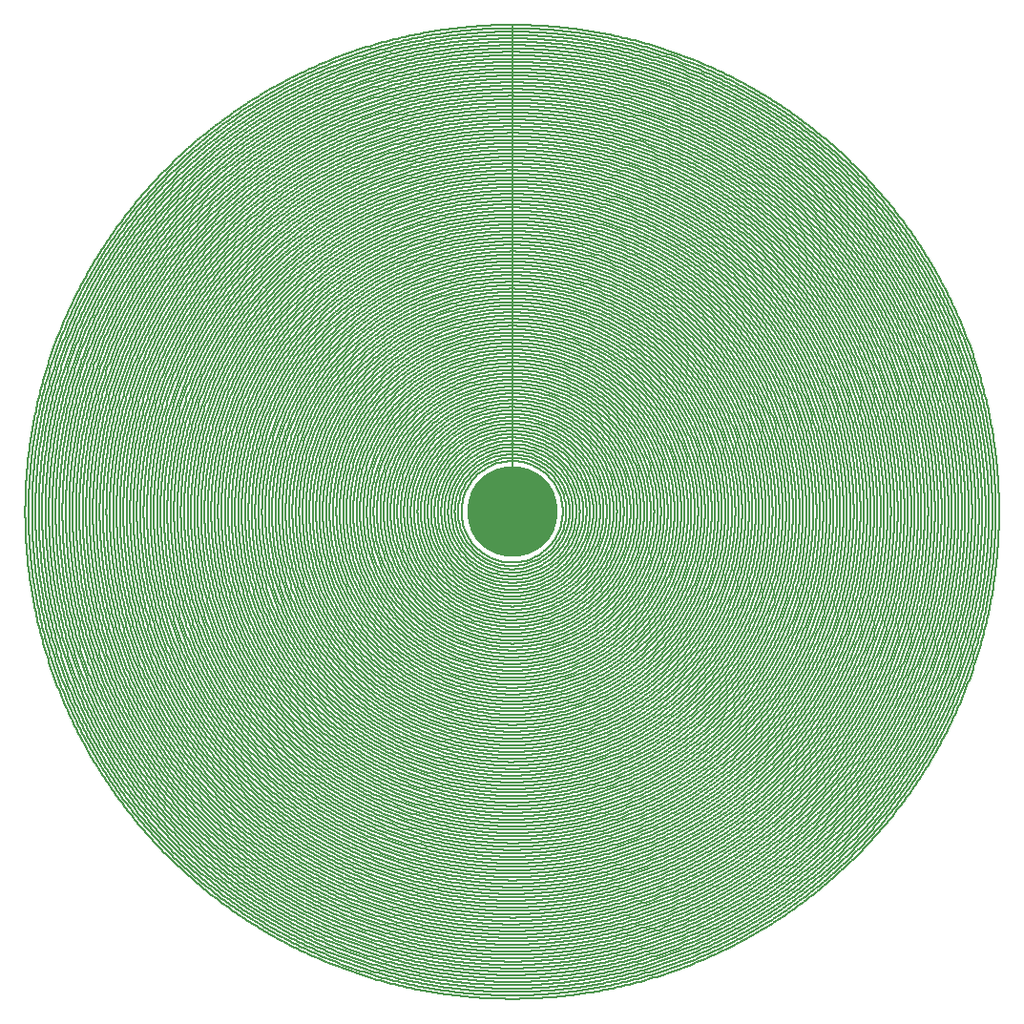
<source format=gtl>
G04 Layer_Physical_Order=1*
G04 Layer_Color=25308*
%FSLAX25Y25*%
%MOIN*%
G70*
G01*
G75*
%ADD10C,0.00591*%
%ADD11C,0.31496*%
D10*
X439764Y269685D02*
X439761Y270685D01*
X439752Y271684D01*
X439737Y272684D01*
X439717Y273683D01*
X439690Y274683D01*
X439658Y275682D01*
X439620Y276681D01*
X439576Y277679D01*
X439526Y278678D01*
X439470Y279676D01*
X439408Y280674D01*
X439341Y281671D01*
X439267Y282668D01*
X439188Y283664D01*
X439103Y284661D01*
X439012Y285656D01*
X438915Y286651D01*
X438813Y287645D01*
X438704Y288639D01*
X438590Y289632D01*
X438470Y290625D01*
X438344Y291616D01*
X438212Y292607D01*
X438074Y293597D01*
X437931Y294587D01*
X437782Y295575D01*
X437627Y296563D01*
X437466Y297549D01*
X437299Y298535D01*
X437127Y299520D01*
X436948Y300503D01*
X436764Y301486D01*
X436575Y302467D01*
X436379Y303448D01*
X436178Y304427D01*
X435971Y305405D01*
X435758Y306382D01*
X435539Y307357D01*
X435315Y308331D01*
X435085Y309304D01*
X434849Y310276D01*
X434608Y311246D01*
X434361Y312214D01*
X434108Y313181D01*
X433849Y314147D01*
X433585Y315111D01*
X433315Y316074D01*
X433040Y317035D01*
X432759Y317994D01*
X432472Y318952D01*
X432180Y319908D01*
X431882Y320862D01*
X431578Y321814D01*
X431269Y322765D01*
X430954Y323714D01*
X430634Y324661D01*
X430308Y325606D01*
X429976Y326549D01*
X429639Y327490D01*
X429297Y328429D01*
X428949Y329366D01*
X428595Y330301D01*
X428236Y331234D01*
X427872Y332165D01*
X427502Y333094D01*
X427126Y334020D01*
X426746Y334945D01*
X426359Y335866D01*
X425968Y336786D01*
X425570Y337704D01*
X425168Y338619D01*
X424760Y339531D01*
X424347Y340442D01*
X423928Y341349D01*
X423504Y342255D01*
X423075Y343158D01*
X422641Y344058D01*
X422201Y344956D01*
X421756Y345851D01*
X421306Y346743D01*
X420850Y347633D01*
X420389Y348520D01*
X419923Y349405D01*
X419452Y350286D01*
X418976Y351165D01*
X418494Y352041D01*
X418008Y352915D01*
X417516Y353785D01*
X417019Y354652D01*
X416517Y355517D01*
X416010Y356378D01*
X415498Y357237D01*
X414981Y358092D01*
X414459Y358945D01*
X413932Y359794D01*
X413400Y360641D01*
X412863Y361484D01*
X412321Y362323D01*
X411774Y363160D01*
X411222Y363994D01*
X410665Y364824D01*
X410103Y365651D01*
X409537Y366475D01*
X408966Y367295D01*
X408390Y368112D01*
X407809Y368925D01*
X407223Y369736D01*
X406633Y370542D01*
X406037Y371345D01*
X405437Y372145D01*
X404833Y372941D01*
X404224Y373734D01*
X403610Y374523D01*
X402991Y375308D01*
X402368Y376090D01*
X401741Y376868D01*
X401108Y377642D01*
X400471Y378413D01*
X399830Y379180D01*
X399184Y379943D01*
X398534Y380702D01*
X397879Y381457D01*
X397220Y382209D01*
X396556Y382956D01*
X395889Y383700D01*
X395216Y384440D01*
X394540Y385176D01*
X393859Y385908D01*
X393173Y386635D01*
X392484Y387359D01*
X391790Y388079D01*
X391092Y388795D01*
X390390Y389506D01*
X389684Y390213D01*
X388973Y390917D01*
X388259Y391616D01*
X387540Y392311D01*
X386817Y393001D01*
X386090Y393688D01*
X385359Y394370D01*
X384625Y395047D01*
X383886Y395721D01*
X383143Y396390D01*
X382396Y397054D01*
X381646Y397715D01*
X380891Y398371D01*
X380133Y399022D01*
X379371Y399669D01*
X378605Y400311D01*
X377835Y400949D01*
X377062Y401583D01*
X376285Y402211D01*
X375504Y402836D01*
X374720Y403455D01*
X373932Y404070D01*
X373140Y404681D01*
X372345Y405287D01*
X371546Y405888D01*
X370744Y406484D01*
X369938Y407076D01*
X369129Y407662D01*
X368316Y408245D01*
X367500Y408822D01*
X366680Y409394D01*
X365858Y409962D01*
X365032Y410525D01*
X364202Y411083D01*
X363369Y411636D01*
X362533Y412184D01*
X361694Y412727D01*
X360852Y413266D01*
X360006Y413799D01*
X359158Y414327D01*
X358306Y414851D01*
X357451Y415369D01*
X356594Y415882D01*
X355733Y416391D01*
X354869Y416894D01*
X354002Y417392D01*
X353133Y417885D01*
X352260Y418373D01*
X351385Y418856D01*
X350507Y419333D01*
X349626Y419806D01*
X348742Y420273D01*
X347856Y420735D01*
X346966Y421192D01*
X346075Y421644D01*
X345180Y422090D01*
X344283Y422531D01*
X343383Y422967D01*
X342481Y423397D01*
X341577Y423823D01*
X340669Y424242D01*
X339760Y424657D01*
X338848Y425066D01*
X337933Y425470D01*
X337016Y425869D01*
X336097Y426262D01*
X335176Y426649D01*
X334252Y427031D01*
X333326Y427408D01*
X332398Y427779D01*
X331468Y428145D01*
X330535Y428506D01*
X329601Y428861D01*
X328664Y429210D01*
X327726Y429554D01*
X326785Y429892D01*
X325842Y430225D01*
X324898Y430552D01*
X323951Y430874D01*
X323003Y431190D01*
X322053Y431501D01*
X321101Y431806D01*
X320147Y432105D01*
X319191Y432399D01*
X318234Y432687D01*
X317275Y432970D01*
X316315Y433247D01*
X315353Y433518D01*
X314389Y433784D01*
X313424Y434044D01*
X312457Y434298D01*
X311489Y434546D01*
X310519Y434789D01*
X309548Y435026D01*
X308575Y435258D01*
X307601Y435484D01*
X306626Y435704D01*
X305650Y435918D01*
X304672Y436126D01*
X303693Y436329D01*
X302713Y436526D01*
X301732Y436717D01*
X300750Y436903D01*
X299766Y437082D01*
X298782Y437256D01*
X297797Y437425D01*
X296810Y437587D01*
X295823Y437743D01*
X294835Y437894D01*
X293846Y438039D01*
X292856Y438178D01*
X291865Y438311D01*
X290873Y438439D01*
X289881Y438560D01*
X288888Y438676D01*
X287895Y438786D01*
X286900Y438890D01*
X285906Y438988D01*
X284910Y439081D01*
X283914Y439167D01*
X282918Y439248D01*
X281921Y439323D01*
X280924Y439392D01*
X279926Y439455D01*
X278928Y439512D01*
X277930Y439564D01*
X276931Y439609D01*
X275932Y439649D01*
X274933Y439683D01*
X273934Y439711D01*
X272935Y439733D01*
X271935Y439749D01*
X270936Y439759D01*
X269936Y439764D01*
X268936Y439762D01*
X267937Y439755D01*
X266937Y439742D01*
X265938Y439722D01*
X264938Y439698D01*
X263939Y439667D01*
X262940Y439630D01*
X261941Y439587D01*
X260943Y439539D01*
X259945Y439485D01*
X258947Y439424D01*
X257949Y439358D01*
X256952Y439287D01*
X255956Y439209D01*
X254960Y439125D01*
X253964Y439036D01*
X252969Y438940D01*
X251974Y438839D01*
X250980Y438732D01*
X249987Y438619D01*
X248994Y438501D01*
X248003Y438376D01*
X247011Y438246D01*
X246021Y438109D01*
X245032Y437967D01*
X244043Y437820D01*
X243055Y437666D01*
X242068Y437507D01*
X241083Y437341D01*
X240098Y437170D01*
X239114Y436994D01*
X238131Y436811D01*
X237149Y436623D01*
X236168Y436429D01*
X235189Y436229D01*
X234211Y436023D01*
X233234Y435812D01*
X232258Y435595D01*
X231283Y435372D01*
X230310Y435143D01*
X229338Y434909D01*
X228368Y434669D01*
X227399Y434423D01*
X226431Y434172D01*
X225465Y433915D01*
X224501Y433652D01*
X223538Y433384D01*
X222577Y433110D01*
X221617Y432830D01*
X220659Y432545D01*
X219703Y432254D01*
X218748Y431957D01*
X217795Y431655D01*
X216844Y431347D01*
X215895Y431034D01*
X214947Y430715D01*
X214002Y430390D01*
X213058Y430060D01*
X212116Y429725D01*
X211177Y429383D01*
X210239Y429037D01*
X209304Y428685D01*
X208370Y428327D01*
X207439Y427964D01*
X206509Y427595D01*
X205582Y427221D01*
X204658Y426842D01*
X203735Y426457D01*
X202815Y426066D01*
X201897Y425671D01*
X200981Y425270D01*
X200068Y424863D01*
X199157Y424451D01*
X198249Y424034D01*
X197343Y423611D01*
X196439Y423184D01*
X195538Y422751D01*
X194640Y422312D01*
X193744Y421868D01*
X192851Y421419D01*
X191960Y420965D01*
X191073Y420506D01*
X190188Y420041D01*
X189305Y419571D01*
X188426Y419096D01*
X187549Y418616D01*
X186675Y418131D01*
X185804Y417640D01*
X184936Y417145D01*
X184070Y416644D01*
X183208Y416138D01*
X182349Y415627D01*
X181493Y415111D01*
X180639Y414591D01*
X179789Y414065D01*
X178942Y413534D01*
X178098Y412998D01*
X177257Y412457D01*
X176420Y411912D01*
X175586Y411361D01*
X174755Y410805D01*
X173927Y410245D01*
X173102Y409680D01*
X172281Y409110D01*
X171463Y408535D01*
X170649Y407955D01*
X169838Y407371D01*
X169030Y406781D01*
X168226Y406187D01*
X167426Y405589D01*
X166629Y404985D01*
X165835Y404377D01*
X165045Y403765D01*
X164259Y403147D01*
X163477Y402525D01*
X162698Y401899D01*
X161922Y401268D01*
X161151Y400632D01*
X160383Y399992D01*
X159619Y399347D01*
X158859Y398698D01*
X158103Y398044D01*
X157350Y397386D01*
X156601Y396724D01*
X155857Y396057D01*
X155116Y395386D01*
X154379Y394710D01*
X153646Y394030D01*
X152917Y393346D01*
X152192Y392658D01*
X151472Y391965D01*
X150755Y391268D01*
X150042Y390567D01*
X149334Y389862D01*
X148630Y389152D01*
X147930Y388439D01*
X147234Y387721D01*
X146542Y386999D01*
X145855Y386273D01*
X145172Y385544D01*
X144493Y384810D01*
X143818Y384072D01*
X143148Y383330D01*
X142482Y382585D01*
X141821Y381835D01*
X141164Y381081D01*
X140512Y380324D01*
X139864Y379563D01*
X139220Y378798D01*
X138581Y378029D01*
X137946Y377257D01*
X137316Y376481D01*
X136691Y375701D01*
X136070Y374917D01*
X135454Y374130D01*
X134842Y373339D01*
X134236Y372545D01*
X133633Y371747D01*
X133036Y370946D01*
X132443Y370141D01*
X131855Y369333D01*
X131272Y368521D01*
X130693Y367705D01*
X130119Y366887D01*
X129550Y366065D01*
X128986Y365240D01*
X128427Y364411D01*
X127873Y363579D01*
X127323Y362744D01*
X126779Y361906D01*
X126239Y361064D01*
X125705Y360219D01*
X125175Y359371D01*
X124651Y358521D01*
X124131Y357667D01*
X123616Y356810D01*
X123107Y355949D01*
X122602Y355086D01*
X122103Y354221D01*
X121608Y353352D01*
X121119Y352480D01*
X120635Y351605D01*
X120156Y350728D01*
X119683Y349848D01*
X119214Y348965D01*
X118751Y348079D01*
X118292Y347190D01*
X117840Y346299D01*
X117392Y345405D01*
X116949Y344509D01*
X116512Y343610D01*
X116080Y342708D01*
X115654Y341804D01*
X115233Y340898D01*
X114817Y339989D01*
X114406Y339077D01*
X114001Y338163D01*
X113601Y337247D01*
X113207Y336329D01*
X112818Y335408D01*
X112434Y334485D01*
X112056Y333559D01*
X111683Y332632D01*
X111316Y331702D01*
X110954Y330770D01*
X110598Y329836D01*
X110247Y328900D01*
X109902Y327962D01*
X109562Y327022D01*
X109228Y326079D01*
X108899Y325135D01*
X108576Y324189D01*
X108259Y323241D01*
X107947Y322292D01*
X107640Y321340D01*
X107339Y320387D01*
X107044Y319432D01*
X106755Y318475D01*
X106471Y317517D01*
X106192Y316557D01*
X105920Y315595D01*
X105653Y314631D01*
X105391Y313667D01*
X105136Y312700D01*
X104886Y311732D01*
X104641Y310763D01*
X104403Y309792D01*
X104170Y308820D01*
X103943Y307846D01*
X103721Y306872D01*
X103506Y305895D01*
X103296Y304918D01*
X103092Y303940D01*
X102893Y302960D01*
X102700Y301979D01*
X102513Y300997D01*
X102332Y300014D01*
X102157Y299030D01*
X101987Y298044D01*
X101824Y297058D01*
X101666Y296071D01*
X101513Y295083D01*
X101367Y294094D01*
X101226Y293105D01*
X101092Y292114D01*
X100963Y291123D01*
X100840Y290131D01*
X100722Y289138D01*
X100611Y288145D01*
X100505Y287151D01*
X100406Y286156D01*
X100312Y285161D01*
X100224Y284165D01*
X100142Y283169D01*
X100065Y282172D01*
X99995Y281175D01*
X99930Y280177D01*
X99871Y279179D01*
X99819Y278181D01*
X99772Y277182D01*
X99730Y276184D01*
X99695Y275185D01*
X99666Y274185D01*
X99642Y273186D01*
X99625Y272186D01*
X99613Y271187D01*
X99607Y270187D01*
X99607Y269188D01*
X99613Y268188D01*
X99625Y267188D01*
X99642Y266189D01*
X99666Y265190D01*
X99695Y264190D01*
X99730Y263191D01*
X99771Y262193D01*
X99818Y261194D01*
X99871Y260196D01*
X99930Y259198D01*
X99994Y258200D01*
X100065Y257203D01*
X100141Y256206D01*
X100223Y255210D01*
X100311Y254214D01*
X100405Y253219D01*
X100505Y252224D01*
X100610Y251230D01*
X100722Y250237D01*
X100839Y249244D01*
X100962Y248252D01*
X101091Y247261D01*
X101226Y246270D01*
X101366Y245280D01*
X101513Y244292D01*
X101665Y243304D01*
X101823Y242317D01*
X101987Y241330D01*
X102156Y240345D01*
X102331Y239361D01*
X102513Y238378D01*
X102699Y237396D01*
X102892Y236415D01*
X103091Y235435D01*
X103295Y234457D01*
X103505Y233479D01*
X103720Y232503D01*
X103942Y231528D01*
X104169Y230555D01*
X104402Y229583D01*
X104640Y228612D01*
X104885Y227642D01*
X105134Y226675D01*
X105390Y225708D01*
X105651Y224743D01*
X105918Y223780D01*
X106191Y222818D01*
X106469Y221858D01*
X106753Y220900D01*
X107043Y219943D01*
X107338Y218988D01*
X107639Y218034D01*
X107945Y217083D01*
X108257Y216133D01*
X108575Y215185D01*
X108898Y214239D01*
X109226Y213295D01*
X109561Y212353D01*
X109900Y211413D01*
X110246Y210475D01*
X110596Y209539D01*
X110953Y208605D01*
X111314Y207673D01*
X111682Y206743D01*
X112054Y205815D01*
X112432Y204890D01*
X112816Y203967D01*
X113205Y203046D01*
X113599Y202127D01*
X113999Y201211D01*
X114404Y200297D01*
X114815Y199386D01*
X115231Y198477D01*
X115652Y197570D01*
X116078Y196666D01*
X116510Y195765D01*
X116947Y194866D01*
X117390Y193969D01*
X117837Y193075D01*
X118290Y192184D01*
X118748Y191296D01*
X119212Y190410D01*
X119680Y189527D01*
X120154Y188646D01*
X120633Y187769D01*
X121117Y186894D01*
X121606Y186023D01*
X122100Y185154D01*
X122600Y184288D01*
X123104Y183425D01*
X123614Y182565D01*
X124128Y181708D01*
X124648Y180854D01*
X125173Y180003D01*
X125702Y179155D01*
X126237Y178310D01*
X126776Y177469D01*
X127321Y176630D01*
X127870Y175795D01*
X128425Y174963D01*
X128984Y174135D01*
X129548Y173309D01*
X130117Y172487D01*
X130690Y171669D01*
X131269Y170853D01*
X131852Y170042D01*
X132440Y169233D01*
X133033Y168428D01*
X133630Y167627D01*
X134233Y166829D01*
X134839Y166034D01*
X135451Y165244D01*
X136067Y164456D01*
X136688Y163673D01*
X137313Y162893D01*
X137943Y162117D01*
X138578Y161345D01*
X139217Y160576D01*
X139860Y159811D01*
X140508Y159050D01*
X141161Y158292D01*
X141818Y157539D01*
X142479Y156789D01*
X143145Y156044D01*
X143815Y155302D01*
X144490Y154564D01*
X145168Y153830D01*
X145852Y153100D01*
X146539Y152374D01*
X147231Y151653D01*
X147926Y150935D01*
X148626Y150221D01*
X149331Y149512D01*
X150039Y148807D01*
X150752Y148105D01*
X151468Y147408D01*
X152189Y146716D01*
X152914Y146027D01*
X153643Y145343D01*
X154375Y144663D01*
X155112Y143988D01*
X155853Y143316D01*
X156598Y142649D01*
X157346Y141987D01*
X158099Y141329D01*
X158855Y140675D01*
X159615Y140026D01*
X160379Y139381D01*
X161147Y138741D01*
X161919Y138105D01*
X162694Y137474D01*
X163473Y136848D01*
X164255Y136226D01*
X165042Y135608D01*
X165831Y134996D01*
X166625Y134388D01*
X167422Y133784D01*
X168222Y133186D01*
X169026Y132592D01*
X169834Y132002D01*
X170645Y131418D01*
X171459Y130838D01*
X172277Y130263D01*
X173098Y129693D01*
X173923Y129128D01*
X174750Y128567D01*
X175582Y128012D01*
X176416Y127461D01*
X177253Y126915D01*
X178094Y126375D01*
X178938Y125839D01*
X179785Y125308D01*
X180635Y124782D01*
X181488Y124261D01*
X182345Y123745D01*
X183204Y123234D01*
X184066Y122729D01*
X184932Y122228D01*
X185800Y121732D01*
X186671Y121242D01*
X187545Y120756D01*
X188421Y120276D01*
X189301Y119801D01*
X190183Y119331D01*
X191068Y118867D01*
X191956Y118407D01*
X192847Y117953D01*
X193740Y117504D01*
X194635Y117060D01*
X195534Y116622D01*
X196435Y116189D01*
X197338Y115761D01*
X198244Y115338D01*
X199153Y114921D01*
X200063Y114509D01*
X200977Y114102D01*
X201892Y113701D01*
X202810Y113305D01*
X203731Y112915D01*
X204653Y112530D01*
X205578Y112151D01*
X206505Y111777D01*
X207434Y111408D01*
X208366Y111045D01*
X209299Y110687D01*
X210235Y110335D01*
X211172Y109988D01*
X212112Y109647D01*
X213053Y109312D01*
X213997Y108982D01*
X214943Y108657D01*
X215890Y108338D01*
X216839Y108025D01*
X217790Y107717D01*
X218743Y107415D01*
X219698Y107118D01*
X220654Y106827D01*
X221612Y106542D01*
X222572Y106262D01*
X223533Y105988D01*
X224496Y105719D01*
X225461Y105457D01*
X226427Y105200D01*
X227394Y104948D01*
X228363Y104702D01*
X229334Y104462D01*
X230306Y104228D01*
X231279Y103999D01*
X232253Y103777D01*
X233229Y103559D01*
X234206Y103348D01*
X235184Y103142D01*
X236164Y102942D01*
X237144Y102748D01*
X238126Y102560D01*
X239109Y102377D01*
X240093Y102200D01*
X241078Y102029D01*
X242064Y101864D01*
X243051Y101705D01*
X244038Y101551D01*
X245027Y101403D01*
X246016Y101261D01*
X247007Y101125D01*
X247998Y100995D01*
X248990Y100870D01*
X249982Y100751D01*
X250976Y100638D01*
X251970Y100531D01*
X252964Y100430D01*
X253959Y100335D01*
X254955Y100245D01*
X255951Y100162D01*
X256947Y100084D01*
X257945Y100012D01*
X258942Y99946D01*
X259940Y99886D01*
X260938Y99831D01*
X261936Y99783D01*
X262935Y99740D01*
X263934Y99704D01*
X264933Y99673D01*
X265933Y99648D01*
X266932Y99629D01*
X267932Y99615D01*
X268931Y99608D01*
X269931Y99607D01*
X270931Y99611D01*
X271930Y99621D01*
X272930Y99637D01*
X273929Y99659D01*
X274928Y99687D01*
X275928Y99721D01*
X276926Y99761D01*
X277925Y99806D01*
X278923Y99857D01*
X279921Y99915D01*
X280919Y99978D01*
X281916Y100047D01*
X282913Y100121D01*
X283910Y100202D01*
X284906Y100289D01*
X285901Y100381D01*
X286896Y100479D01*
X287890Y100583D01*
X288883Y100693D01*
X289876Y100809D01*
X290869Y100931D01*
X291860Y101058D01*
X292851Y101191D01*
X293841Y101330D01*
X294830Y101475D01*
X295818Y101626D01*
X296806Y101783D01*
X297792Y101945D01*
X298777Y102113D01*
X299762Y102287D01*
X300745Y102466D01*
X301727Y102652D01*
X302709Y102843D01*
X303689Y103040D01*
X304667Y103243D01*
X305645Y103451D01*
X306622Y103666D01*
X307597Y103885D01*
X308571Y104111D01*
X309543Y104343D01*
X310514Y104580D01*
X311484Y104823D01*
X312452Y105071D01*
X313419Y105325D01*
X314384Y105585D01*
X315348Y105851D01*
X316310Y106122D01*
X317271Y106399D01*
X318230Y106681D01*
X319187Y106969D01*
X320142Y107263D01*
X321096Y107563D01*
X322048Y107868D01*
X322998Y108178D01*
X323947Y108494D01*
X324893Y108816D01*
X325838Y109143D01*
X326780Y109476D01*
X327721Y109814D01*
X328660Y110158D01*
X329596Y110508D01*
X330531Y110863D01*
X331463Y111223D01*
X332394Y111589D01*
X333322Y111960D01*
X334248Y112337D01*
X335171Y112719D01*
X336093Y113107D01*
X337012Y113500D01*
X337929Y113898D01*
X338843Y114302D01*
X339755Y114711D01*
X340665Y115126D01*
X341572Y115545D01*
X342477Y115971D01*
X343379Y116401D01*
X344279Y116837D01*
X345176Y117278D01*
X346070Y117724D01*
X346962Y118176D01*
X347851Y118633D01*
X348738Y119095D01*
X349622Y119562D01*
X350502Y120034D01*
X351381Y120512D01*
X352256Y120995D01*
X353129Y121483D01*
X353998Y121976D01*
X354865Y122474D01*
X355729Y122977D01*
X356589Y123485D01*
X357447Y123998D01*
X358302Y124517D01*
X359154Y125040D01*
X360002Y125569D01*
X360848Y126102D01*
X361690Y126640D01*
X362529Y127183D01*
X363365Y127732D01*
X364198Y128285D01*
X365027Y128843D01*
X365854Y129405D01*
X366676Y129973D01*
X367496Y130545D01*
X368312Y131123D01*
X369125Y131705D01*
X369934Y132292D01*
X370740Y132883D01*
X371542Y133480D01*
X372341Y134081D01*
X373136Y134686D01*
X373928Y135297D01*
X374716Y135912D01*
X375500Y136531D01*
X376281Y137156D01*
X377058Y137785D01*
X377832Y138418D01*
X378601Y139056D01*
X379367Y139698D01*
X380129Y140345D01*
X380888Y140997D01*
X381642Y141652D01*
X382393Y142313D01*
X383139Y142977D01*
X383882Y143646D01*
X384621Y144320D01*
X385356Y144997D01*
X386087Y145679D01*
X386814Y146366D01*
X387536Y147056D01*
X388255Y147751D01*
X388970Y148450D01*
X389680Y149153D01*
X390387Y149861D01*
X391089Y150572D01*
X391787Y151288D01*
X392481Y152007D01*
X393170Y152731D01*
X393855Y153459D01*
X394536Y154191D01*
X395213Y154927D01*
X395885Y155666D01*
X396553Y156410D01*
X397217Y157158D01*
X397876Y157909D01*
X398531Y158665D01*
X399181Y159424D01*
X399827Y160187D01*
X400468Y160954D01*
X401105Y161724D01*
X401737Y162498D01*
X402365Y163277D01*
X402988Y164058D01*
X403607Y164843D01*
X404221Y165632D01*
X404830Y166425D01*
X405435Y167221D01*
X406034Y168021D01*
X406630Y168824D01*
X407220Y169631D01*
X407806Y170441D01*
X408387Y171254D01*
X408963Y172071D01*
X409534Y172891D01*
X410101Y173715D01*
X410662Y174542D01*
X411219Y175372D01*
X411771Y176206D01*
X412318Y177042D01*
X412860Y177882D01*
X413397Y178726D01*
X413929Y179572D01*
X414456Y180421D01*
X414979Y181274D01*
X415496Y182129D01*
X416008Y182988D01*
X416515Y183849D01*
X417017Y184714D01*
X417514Y185581D01*
X418005Y186451D01*
X418492Y187325D01*
X418974Y188201D01*
X419450Y189079D01*
X419921Y189961D01*
X420387Y190846D01*
X420848Y191733D01*
X421303Y192622D01*
X421754Y193515D01*
X422199Y194410D01*
X422639Y195308D01*
X423073Y196208D01*
X423502Y197111D01*
X423926Y198016D01*
X424345Y198924D01*
X424758Y199834D01*
X425166Y200747D01*
X425568Y201662D01*
X425965Y202579D01*
X426357Y203499D01*
X426744Y204421D01*
X427124Y205345D01*
X427500Y206272D01*
X427870Y207200D01*
X428234Y208131D01*
X428593Y209064D01*
X428947Y209999D01*
X429295Y210936D01*
X429638Y211875D01*
X429975Y212817D01*
X430306Y213760D01*
X430632Y214705D01*
X430952Y215652D01*
X431267Y216600D01*
X431576Y217551D01*
X431880Y218503D01*
X432178Y219458D01*
X432471Y220414D01*
X432757Y221371D01*
X433038Y222330D01*
X433314Y223291D01*
X433584Y224254D01*
X433848Y225218D01*
X434106Y226184D01*
X434359Y227151D01*
X434607Y228119D01*
X434848Y229090D01*
X435084Y230061D01*
X435314Y231034D01*
X435538Y232008D01*
X435757Y232983D01*
X435969Y233960D01*
X436177Y234938D01*
X436378Y235917D01*
X436574Y236898D01*
X436763Y237879D01*
X436947Y238862D01*
X437126Y239845D01*
X437298Y240830D01*
X437465Y241816D01*
X437626Y242802D01*
X437781Y243790D01*
X437930Y244778D01*
X438074Y245767D01*
X438211Y246758D01*
X438343Y247749D01*
X438469Y248740D01*
X438589Y249733D01*
X438704Y250726D01*
X438812Y251719D01*
X438915Y252714D01*
X439012Y253709D01*
X439103Y254704D01*
X439188Y255700D01*
X439267Y256697D01*
X439340Y257694D01*
X439408Y258691D01*
X439470Y259689D01*
X439526Y260687D01*
X439576Y261685D01*
X439620Y262684D01*
X439658Y263683D01*
X439690Y264682D01*
X439717Y265681D01*
X439737Y266681D01*
X439752Y267680D01*
X439761Y268680D01*
X439764Y269680D01*
Y269685D01*
X438583D02*
X438580Y270685D01*
X438571Y271685D01*
X438556Y272686D01*
X438535Y273686D01*
X438509Y274685D01*
X438476Y275685D01*
X438438Y276684D01*
X438393Y277684D01*
X438343Y278683D01*
X438287Y279681D01*
X438225Y280679D01*
X438156Y281677D01*
X438082Y282675D01*
X438002Y283672D01*
X437917Y284668D01*
X437825Y285664D01*
X437727Y286660D01*
X437624Y287655D01*
X437515Y288649D01*
X437399Y289642D01*
X437278Y290635D01*
X437151Y291627D01*
X437018Y292619D01*
X436880Y293609D01*
X436735Y294599D01*
X436585Y295588D01*
X436428Y296576D01*
X436266Y297563D01*
X436098Y298549D01*
X435924Y299534D01*
X435745Y300518D01*
X435559Y301500D01*
X435368Y302482D01*
X435171Y303463D01*
X434968Y304442D01*
X434759Y305420D01*
X434545Y306397D01*
X434324Y307373D01*
X434098Y308347D01*
X433866Y309320D01*
X433629Y310292D01*
X433385Y311262D01*
X433136Y312230D01*
X432881Y313198D01*
X432621Y314163D01*
X432355Y315127D01*
X432083Y316090D01*
X431805Y317051D01*
X431522Y318010D01*
X431233Y318968D01*
X430938Y319923D01*
X430638Y320877D01*
X430332Y321830D01*
X430020Y322780D01*
X429703Y323729D01*
X429380Y324675D01*
X429052Y325620D01*
X428718Y326563D01*
X428378Y327504D01*
X428033Y328442D01*
X427682Y329379D01*
X427326Y330314D01*
X426964Y331246D01*
X426597Y332176D01*
X426224Y333104D01*
X425845Y334030D01*
X425462Y334954D01*
X425072Y335875D01*
X424678Y336794D01*
X424278Y337711D01*
X423872Y338625D01*
X423461Y339537D01*
X423045Y340447D01*
X422623Y341354D01*
X422196Y342258D01*
X421764Y343160D01*
X421326Y344059D01*
X420883Y344956D01*
X420434Y345850D01*
X419980Y346741D01*
X419522Y347630D01*
X419057Y348516D01*
X418588Y349399D01*
X418113Y350280D01*
X417633Y351157D01*
X417148Y352032D01*
X416658Y352904D01*
X416163Y353773D01*
X415662Y354639D01*
X415157Y355502D01*
X414646Y356362D01*
X414130Y357218D01*
X413609Y358072D01*
X413083Y358923D01*
X412552Y359771D01*
X412016Y360615D01*
X411475Y361456D01*
X410929Y362295D01*
X410378Y363129D01*
X409823Y363961D01*
X409262Y364789D01*
X408696Y365614D01*
X408125Y366435D01*
X407550Y367254D01*
X406970Y368068D01*
X406385Y368880D01*
X405795Y369687D01*
X405200Y370492D01*
X404601Y371292D01*
X403997Y372090D01*
X403388Y372883D01*
X402775Y373673D01*
X402157Y374459D01*
X401534Y375242D01*
X400907Y376021D01*
X400275Y376796D01*
X399638Y377568D01*
X398997Y378335D01*
X398351Y379099D01*
X397701Y379859D01*
X397046Y380615D01*
X396387Y381368D01*
X395724Y382116D01*
X395055Y382860D01*
X394383Y383601D01*
X393706Y384337D01*
X393025Y385070D01*
X392340Y385798D01*
X391650Y386523D01*
X390956Y387243D01*
X390258Y387959D01*
X389555Y388671D01*
X388848Y389378D01*
X388137Y390082D01*
X387422Y390781D01*
X386703Y391476D01*
X385980Y392167D01*
X385252Y392854D01*
X384521Y393536D01*
X383786Y394214D01*
X383046Y394887D01*
X382303Y395557D01*
X381555Y396221D01*
X380804Y396882D01*
X380049Y397537D01*
X379290Y398189D01*
X378527Y398836D01*
X377760Y399478D01*
X376990Y400116D01*
X376215Y400749D01*
X375437Y401377D01*
X374656Y402001D01*
X373870Y402621D01*
X373081Y403235D01*
X372288Y403845D01*
X371492Y404450D01*
X370692Y405051D01*
X369889Y405647D01*
X369082Y406238D01*
X368272Y406824D01*
X367458Y407405D01*
X366640Y407982D01*
X365820Y408554D01*
X364996Y409121D01*
X364168Y409683D01*
X363338Y410240D01*
X362504Y410792D01*
X361666Y411339D01*
X360826Y411881D01*
X359982Y412418D01*
X359136Y412951D01*
X358285Y413478D01*
X357432Y414000D01*
X356576Y414517D01*
X355717Y415029D01*
X354855Y415536D01*
X353990Y416038D01*
X353121Y416535D01*
X352250Y417026D01*
X351376Y417512D01*
X350500Y417994D01*
X349620Y418470D01*
X348737Y418940D01*
X347852Y419406D01*
X346964Y419866D01*
X346073Y420321D01*
X345180Y420771D01*
X344284Y421215D01*
X343385Y421654D01*
X342484Y422088D01*
X341580Y422517D01*
X340674Y422940D01*
X339765Y423357D01*
X338854Y423770D01*
X337940Y424177D01*
X337024Y424578D01*
X336106Y424974D01*
X335185Y425365D01*
X334262Y425750D01*
X333336Y426130D01*
X332409Y426504D01*
X331479Y426872D01*
X330547Y427236D01*
X329613Y427593D01*
X328677Y427946D01*
X327739Y428292D01*
X326799Y428633D01*
X325856Y428968D01*
X324912Y429298D01*
X323966Y429623D01*
X323018Y429941D01*
X322068Y430254D01*
X321116Y430562D01*
X320162Y430863D01*
X319207Y431159D01*
X318250Y431450D01*
X317291Y431735D01*
X316331Y432014D01*
X315369Y432287D01*
X314405Y432555D01*
X313439Y432817D01*
X312473Y433073D01*
X311504Y433323D01*
X310535Y433568D01*
X309563Y433807D01*
X308591Y434041D01*
X307617Y434268D01*
X306641Y434490D01*
X305665Y434706D01*
X304687Y434916D01*
X303708Y435120D01*
X302728Y435319D01*
X301746Y435512D01*
X300764Y435699D01*
X299780Y435880D01*
X298795Y436055D01*
X297809Y436225D01*
X296823Y436388D01*
X295835Y436546D01*
X294847Y436698D01*
X293857Y436844D01*
X292867Y436984D01*
X291876Y437119D01*
X290884Y437247D01*
X289891Y437370D01*
X288898Y437486D01*
X287903Y437597D01*
X286909Y437702D01*
X285914Y437801D01*
X284918Y437894D01*
X283921Y437982D01*
X282924Y438063D01*
X281927Y438138D01*
X280929Y438208D01*
X279931Y438272D01*
X278933Y438329D01*
X277934Y438381D01*
X276935Y438427D01*
X275935Y438467D01*
X274936Y438501D01*
X273936Y438529D01*
X272936Y438551D01*
X271936Y438568D01*
X270936Y438578D01*
X269935Y438583D01*
X268935Y438581D01*
X267935Y438574D01*
X266935Y438560D01*
X265935Y438541D01*
X264935Y438516D01*
X263935Y438485D01*
X262936Y438448D01*
X261936Y438405D01*
X260938Y438356D01*
X259939Y438301D01*
X258941Y438241D01*
X257943Y438174D01*
X256945Y438101D01*
X255948Y438023D01*
X254951Y437939D01*
X253955Y437849D01*
X252959Y437752D01*
X251964Y437650D01*
X250970Y437543D01*
X249976Y437429D01*
X248983Y437309D01*
X247991Y437184D01*
X247000Y437052D01*
X246009Y436915D01*
X245019Y436772D01*
X244030Y436623D01*
X243042Y436468D01*
X242055Y436307D01*
X241068Y436141D01*
X240083Y435968D01*
X239099Y435790D01*
X238116Y435606D01*
X237134Y435416D01*
X236153Y435221D01*
X235173Y435019D01*
X234195Y434812D01*
X233217Y434599D01*
X232242Y434380D01*
X231267Y434155D01*
X230293Y433925D01*
X229322Y433689D01*
X228351Y433447D01*
X227382Y433199D01*
X226414Y432946D01*
X225448Y432687D01*
X224484Y432422D01*
X223521Y432151D01*
X222560Y431875D01*
X221600Y431593D01*
X220642Y431306D01*
X219686Y431012D01*
X218731Y430713D01*
X217779Y430409D01*
X216828Y430099D01*
X215879Y429783D01*
X214932Y429461D01*
X213986Y429134D01*
X213043Y428802D01*
X212102Y428464D01*
X211163Y428120D01*
X210225Y427770D01*
X209290Y427415D01*
X208357Y427055D01*
X207426Y426689D01*
X206498Y426318D01*
X205571Y425941D01*
X204647Y425558D01*
X203725Y425170D01*
X202805Y424777D01*
X201888Y424378D01*
X200973Y423974D01*
X200061Y423564D01*
X199151Y423149D01*
X198243Y422729D01*
X197338Y422303D01*
X196436Y421872D01*
X195536Y421436D01*
X194638Y420994D01*
X193744Y420547D01*
X192852Y420095D01*
X191962Y419637D01*
X191076Y419174D01*
X190192Y418706D01*
X189311Y418233D01*
X188432Y417754D01*
X187557Y417270D01*
X186684Y416781D01*
X185815Y416287D01*
X184948Y415788D01*
X184084Y415284D01*
X183224Y414774D01*
X182366Y414259D01*
X181511Y413740D01*
X180660Y413215D01*
X179811Y412685D01*
X178966Y412151D01*
X178124Y411611D01*
X177285Y411066D01*
X176450Y410517D01*
X175617Y409962D01*
X174788Y409403D01*
X173962Y408838D01*
X173140Y408269D01*
X172321Y407695D01*
X171505Y407116D01*
X170693Y406532D01*
X169885Y405943D01*
X169079Y405350D01*
X168278Y404752D01*
X167480Y404149D01*
X166685Y403541D01*
X165894Y402929D01*
X165107Y402312D01*
X164324Y401690D01*
X163544Y401064D01*
X162768Y400433D01*
X161995Y399798D01*
X161226Y399158D01*
X160462Y398513D01*
X159701Y397864D01*
X158943Y397210D01*
X158190Y396552D01*
X157441Y395890D01*
X156695Y395223D01*
X155954Y394552D01*
X155217Y393876D01*
X154483Y393196D01*
X153754Y392511D01*
X153028Y391823D01*
X152307Y391130D01*
X151590Y390433D01*
X150877Y389731D01*
X150168Y389025D01*
X149463Y388315D01*
X148763Y387601D01*
X148067Y386883D01*
X147375Y386161D01*
X146687Y385435D01*
X146004Y384704D01*
X145325Y383970D01*
X144650Y383231D01*
X143980Y382489D01*
X143314Y381742D01*
X142653Y380992D01*
X141996Y380238D01*
X141343Y379480D01*
X140696Y378718D01*
X140052Y377952D01*
X139413Y377182D01*
X138779Y376409D01*
X138149Y375632D01*
X137524Y374851D01*
X136904Y374066D01*
X136288Y373278D01*
X135677Y372487D01*
X135070Y371691D01*
X134468Y370892D01*
X133871Y370090D01*
X133279Y369284D01*
X132692Y368474D01*
X132109Y367661D01*
X131531Y366845D01*
X130958Y366025D01*
X130390Y365201D01*
X129827Y364375D01*
X129269Y363545D01*
X128715Y362712D01*
X128167Y361875D01*
X127623Y361036D01*
X127085Y360193D01*
X126551Y359347D01*
X126023Y358498D01*
X125500Y357645D01*
X124981Y356790D01*
X124468Y355931D01*
X123960Y355070D01*
X123457Y354205D01*
X122959Y353338D01*
X122466Y352467D01*
X121978Y351594D01*
X121496Y350718D01*
X121019Y349839D01*
X120546Y348957D01*
X120080Y348073D01*
X119618Y347185D01*
X119162Y346295D01*
X118711Y345402D01*
X118265Y344507D01*
X117824Y343609D01*
X117389Y342708D01*
X116960Y341805D01*
X116535Y340899D01*
X116116Y339991D01*
X115702Y339081D01*
X115294Y338168D01*
X114891Y337252D01*
X114494Y336334D01*
X114102Y335414D01*
X113715Y334491D01*
X113334Y333567D01*
X112959Y332640D01*
X112589Y331710D01*
X112224Y330779D01*
X111865Y329845D01*
X111512Y328910D01*
X111164Y327972D01*
X110821Y327032D01*
X110484Y326090D01*
X110153Y325147D01*
X109827Y324201D01*
X109507Y323253D01*
X109193Y322304D01*
X108884Y321352D01*
X108581Y320399D01*
X108283Y319444D01*
X107992Y318487D01*
X107705Y317529D01*
X107425Y316569D01*
X107150Y315607D01*
X106881Y314644D01*
X106618Y313679D01*
X106360Y312713D01*
X106108Y311744D01*
X105862Y310775D01*
X105621Y309804D01*
X105387Y308832D01*
X105158Y307858D01*
X104935Y306883D01*
X104717Y305907D01*
X104506Y304929D01*
X104300Y303951D01*
X104100Y302971D01*
X103905Y301989D01*
X103717Y301007D01*
X103534Y300024D01*
X103358Y299039D01*
X103187Y298054D01*
X103022Y297067D01*
X102863Y296080D01*
X102709Y295091D01*
X102562Y294102D01*
X102420Y293112D01*
X102284Y292121D01*
X102154Y291129D01*
X102030Y290137D01*
X101912Y289143D01*
X101800Y288149D01*
X101693Y287155D01*
X101593Y286160D01*
X101498Y285164D01*
X101409Y284168D01*
X101327Y283171D01*
X101250Y282174D01*
X101179Y281176D01*
X101114Y280178D01*
X101055Y279179D01*
X101001Y278181D01*
X100954Y277182D01*
X100912Y276182D01*
X100877Y275183D01*
X100847Y274183D01*
X100824Y273183D01*
X100806Y272183D01*
X100794Y271183D01*
X100788Y270182D01*
X100788Y269182D01*
X100794Y268182D01*
X100806Y267182D01*
X100824Y266182D01*
X100847Y265182D01*
X100877Y264182D01*
X100913Y263182D01*
X100954Y262183D01*
X101002Y261184D01*
X101055Y260185D01*
X101114Y259187D01*
X101179Y258189D01*
X101250Y257191D01*
X101327Y256194D01*
X101410Y255197D01*
X101499Y254201D01*
X101593Y253205D01*
X101694Y252210D01*
X101800Y251215D01*
X101913Y250221D01*
X102031Y249228D01*
X102155Y248236D01*
X102285Y247244D01*
X102421Y246253D01*
X102562Y245263D01*
X102710Y244273D01*
X102863Y243285D01*
X103023Y242298D01*
X103188Y241311D01*
X103359Y240326D01*
X103535Y239341D01*
X103718Y238358D01*
X103907Y237375D01*
X104101Y236394D01*
X104301Y235414D01*
X104507Y234435D01*
X104718Y233458D01*
X104936Y232482D01*
X105159Y231506D01*
X105388Y230533D01*
X105623Y229561D01*
X105863Y228590D01*
X106109Y227620D01*
X106361Y226652D01*
X106619Y225686D01*
X106883Y224721D01*
X107152Y223758D01*
X107427Y222796D01*
X107707Y221836D01*
X107993Y220877D01*
X108285Y219921D01*
X108583Y218966D01*
X108886Y218013D01*
X109195Y217061D01*
X109509Y216112D01*
X109829Y215164D01*
X110155Y214218D01*
X110486Y213275D01*
X110823Y212333D01*
X111165Y211393D01*
X111513Y210455D01*
X111867Y209520D01*
X112226Y208586D01*
X112591Y207655D01*
X112961Y206726D01*
X113336Y205799D01*
X113717Y204874D01*
X114104Y203951D01*
X114496Y203031D01*
X114893Y202113D01*
X115296Y201198D01*
X115705Y200285D01*
X116118Y199374D01*
X116537Y198466D01*
X116962Y197560D01*
X117392Y196657D01*
X117827Y195756D01*
X118267Y194858D01*
X118713Y193963D01*
X119164Y193070D01*
X119621Y192180D01*
X120082Y191293D01*
X120549Y190408D01*
X121021Y189526D01*
X121498Y188647D01*
X121981Y187771D01*
X122468Y186898D01*
X122961Y186028D01*
X123459Y185160D01*
X123962Y184296D01*
X124471Y183434D01*
X124984Y182576D01*
X125503Y181720D01*
X126026Y180868D01*
X126554Y180019D01*
X127088Y179173D01*
X127627Y178330D01*
X128170Y177490D01*
X128718Y176654D01*
X129272Y175821D01*
X129830Y174991D01*
X130393Y174164D01*
X130962Y173341D01*
X131535Y172521D01*
X132112Y171705D01*
X132695Y170892D01*
X133282Y170082D01*
X133875Y169276D01*
X134472Y168474D01*
X135073Y167675D01*
X135680Y166879D01*
X136291Y166087D01*
X136907Y165299D01*
X137527Y164515D01*
X138153Y163734D01*
X138782Y162957D01*
X139417Y162184D01*
X140056Y161414D01*
X140699Y160648D01*
X141347Y159886D01*
X141999Y159128D01*
X142657Y158374D01*
X143318Y157624D01*
X143984Y156877D01*
X144654Y156135D01*
X145329Y155396D01*
X146008Y154662D01*
X146691Y153931D01*
X147379Y153205D01*
X148071Y152483D01*
X148767Y151765D01*
X149467Y151051D01*
X150172Y150341D01*
X150881Y149635D01*
X151594Y148934D01*
X152311Y148237D01*
X153032Y147544D01*
X153758Y146855D01*
X154487Y146170D01*
X155220Y145491D01*
X155958Y144815D01*
X156700Y144143D01*
X157445Y143477D01*
X158194Y142814D01*
X158948Y142156D01*
X159705Y141502D01*
X160466Y140854D01*
X161231Y140209D01*
X161999Y139569D01*
X162772Y138934D01*
X163548Y138303D01*
X164328Y137676D01*
X165111Y137055D01*
X165899Y136438D01*
X166690Y135826D01*
X167484Y135218D01*
X168282Y134615D01*
X169084Y134017D01*
X169889Y133424D01*
X170698Y132835D01*
X171510Y132251D01*
X172326Y131672D01*
X173145Y131098D01*
X173967Y130529D01*
X174793Y129964D01*
X175622Y129405D01*
X176454Y128850D01*
X177290Y128301D01*
X178129Y127756D01*
X178971Y127216D01*
X179816Y126681D01*
X180665Y126152D01*
X181516Y125627D01*
X182371Y125108D01*
X183229Y124593D01*
X184090Y124083D01*
X184953Y123579D01*
X185820Y123080D01*
X186690Y122586D01*
X187562Y122097D01*
X188438Y121613D01*
X189316Y121135D01*
X190197Y120661D01*
X191081Y120193D01*
X191968Y119730D01*
X192857Y119273D01*
X193749Y118820D01*
X194644Y118373D01*
X195541Y117931D01*
X196441Y117495D01*
X197344Y117064D01*
X198249Y116638D01*
X199157Y116218D01*
X200067Y115803D01*
X200979Y115393D01*
X201894Y114989D01*
X202811Y114591D01*
X203731Y114197D01*
X204653Y113809D01*
X205577Y113427D01*
X206504Y113050D01*
X207433Y112679D01*
X208363Y112313D01*
X209296Y111952D01*
X210232Y111597D01*
X211169Y111248D01*
X212108Y110904D01*
X213049Y110566D01*
X213993Y110233D01*
X214938Y109906D01*
X215885Y109585D01*
X216834Y109269D01*
X217785Y108959D01*
X218738Y108655D01*
X219692Y108356D01*
X220649Y108063D01*
X221607Y107775D01*
X222566Y107493D01*
X223528Y107217D01*
X224491Y106946D01*
X225455Y106682D01*
X226421Y106422D01*
X227389Y106169D01*
X228358Y105922D01*
X229328Y105680D01*
X230300Y105444D01*
X231274Y105213D01*
X232248Y104989D01*
X233224Y104770D01*
X234201Y104557D01*
X235180Y104350D01*
X236160Y104148D01*
X237140Y103953D01*
X238122Y103763D01*
X239106Y103579D01*
X240090Y103401D01*
X241075Y103228D01*
X242061Y103062D01*
X243048Y102901D01*
X244037Y102746D01*
X245025Y102597D01*
X246015Y102454D01*
X247006Y102317D01*
X247998Y102186D01*
X248990Y102060D01*
X249983Y101941D01*
X250977Y101827D01*
X251971Y101719D01*
X252966Y101617D01*
X253961Y101521D01*
X254958Y101431D01*
X255954Y101347D01*
X256951Y101268D01*
X257949Y101196D01*
X258947Y101129D01*
X259945Y101068D01*
X260944Y101014D01*
X261943Y100965D01*
X262942Y100922D01*
X263942Y100885D01*
X264941Y100854D01*
X265941Y100829D01*
X266941Y100810D01*
X267941Y100796D01*
X268941Y100789D01*
X269941Y100788D01*
X270942Y100792D01*
X271942Y100803D01*
X272942Y100819D01*
X273942Y100841D01*
X274942Y100869D01*
X275941Y100903D01*
X276940Y100943D01*
X277940Y100989D01*
X278939Y101041D01*
X279937Y101099D01*
X280935Y101163D01*
X281933Y101232D01*
X282930Y101308D01*
X283927Y101389D01*
X284924Y101476D01*
X285919Y101569D01*
X286914Y101669D01*
X287909Y101774D01*
X288903Y101884D01*
X289896Y102001D01*
X290889Y102124D01*
X291881Y102252D01*
X292872Y102387D01*
X293863Y102527D01*
X294852Y102673D01*
X295841Y102825D01*
X296828Y102983D01*
X297815Y103146D01*
X298800Y103316D01*
X299785Y103491D01*
X300769Y103672D01*
X301751Y103859D01*
X302733Y104052D01*
X303713Y104251D01*
X304692Y104455D01*
X305670Y104665D01*
X306647Y104881D01*
X307622Y105103D01*
X308596Y105331D01*
X309568Y105564D01*
X310540Y105803D01*
X311509Y106048D01*
X312478Y106298D01*
X313444Y106555D01*
X314410Y106817D01*
X315373Y107084D01*
X316335Y107358D01*
X317296Y107637D01*
X318255Y107922D01*
X319212Y108212D01*
X320167Y108508D01*
X321121Y108810D01*
X322072Y109117D01*
X323022Y109430D01*
X323970Y109749D01*
X324917Y110073D01*
X325861Y110403D01*
X326803Y110739D01*
X327743Y111080D01*
X328681Y111426D01*
X329618Y111778D01*
X330552Y112136D01*
X331484Y112499D01*
X332413Y112868D01*
X333341Y113242D01*
X334266Y113622D01*
X335189Y114007D01*
X336110Y114398D01*
X337028Y114794D01*
X337944Y115195D01*
X338858Y115602D01*
X339769Y116015D01*
X340678Y116432D01*
X341584Y116855D01*
X342488Y117284D01*
X343389Y117718D01*
X344288Y118157D01*
X345184Y118601D01*
X346077Y119051D01*
X346968Y119506D01*
X347856Y119966D01*
X348741Y120432D01*
X349624Y120903D01*
X350503Y121379D01*
X351380Y121860D01*
X352254Y122346D01*
X353125Y122838D01*
X353993Y123334D01*
X354858Y123836D01*
X355721Y124343D01*
X356580Y124855D01*
X357436Y125372D01*
X358289Y125894D01*
X359139Y126422D01*
X359986Y126954D01*
X360829Y127491D01*
X361670Y128033D01*
X362507Y128580D01*
X363341Y129133D01*
X364172Y129690D01*
X364999Y130252D01*
X365823Y130818D01*
X366644Y131390D01*
X367461Y131967D01*
X368275Y132548D01*
X369085Y133134D01*
X369892Y133726D01*
X370695Y134321D01*
X371495Y134922D01*
X372291Y135527D01*
X373084Y136137D01*
X373873Y136752D01*
X374658Y137371D01*
X375440Y137995D01*
X376218Y138623D01*
X376992Y139257D01*
X377763Y139894D01*
X378530Y140537D01*
X379292Y141183D01*
X380051Y141835D01*
X380807Y142491D01*
X381558Y143151D01*
X382305Y143816D01*
X383049Y144485D01*
X383788Y145158D01*
X384524Y145836D01*
X385255Y146518D01*
X385982Y147205D01*
X386705Y147896D01*
X387425Y148591D01*
X388140Y149290D01*
X388850Y149994D01*
X389557Y150701D01*
X390260Y151414D01*
X390958Y152130D01*
X391652Y152850D01*
X392342Y153574D01*
X393027Y154303D01*
X393708Y155035D01*
X394385Y155771D01*
X395057Y156512D01*
X395725Y157256D01*
X396389Y158004D01*
X397048Y158757D01*
X397703Y159513D01*
X398353Y160273D01*
X398998Y161037D01*
X399640Y161804D01*
X400276Y162576D01*
X400908Y163351D01*
X401536Y164130D01*
X402158Y164913D01*
X402776Y165699D01*
X403390Y166489D01*
X403999Y167283D01*
X404603Y168080D01*
X405202Y168880D01*
X405797Y169685D01*
X406386Y170493D01*
X406971Y171304D01*
X407552Y172118D01*
X408127Y172937D01*
X408697Y173758D01*
X409263Y174583D01*
X409824Y175411D01*
X410380Y176243D01*
X410930Y177078D01*
X411476Y177916D01*
X412017Y178757D01*
X412553Y179601D01*
X413084Y180449D01*
X413610Y181300D01*
X414131Y182153D01*
X414647Y183010D01*
X415158Y183870D01*
X415663Y184733D01*
X416164Y185599D01*
X416659Y186468D01*
X417149Y187340D01*
X417634Y188215D01*
X418114Y189092D01*
X418589Y189973D01*
X419058Y190856D01*
X419522Y191742D01*
X419981Y192630D01*
X420435Y193522D01*
X420883Y194416D01*
X421326Y195312D01*
X421764Y196212D01*
X422197Y197114D01*
X422624Y198018D01*
X423045Y198925D01*
X423462Y199834D01*
X423873Y200746D01*
X424278Y201660D01*
X424678Y202577D01*
X425073Y203496D01*
X425462Y204417D01*
X425846Y205341D01*
X426224Y206267D01*
X426597Y207195D01*
X426965Y208125D01*
X427326Y209058D01*
X427682Y209992D01*
X428033Y210929D01*
X428378Y211868D01*
X428718Y212809D01*
X429052Y213751D01*
X429381Y214696D01*
X429703Y215643D01*
X430021Y216591D01*
X430332Y217542D01*
X430638Y218494D01*
X430938Y219448D01*
X431233Y220404D01*
X431522Y221361D01*
X431805Y222320D01*
X432083Y223281D01*
X432355Y224244D01*
X432621Y225208D01*
X432882Y226173D01*
X433137Y227141D01*
X433386Y228109D01*
X433629Y229080D01*
X433867Y230051D01*
X434098Y231024D01*
X434324Y231998D01*
X434545Y232974D01*
X434759Y233951D01*
X434968Y234929D01*
X435171Y235908D01*
X435368Y236889D01*
X435559Y237871D01*
X435745Y238853D01*
X435924Y239837D01*
X436098Y240822D01*
X436266Y241808D01*
X436428Y242795D01*
X436585Y243783D01*
X436735Y244772D01*
X436880Y245762D01*
X437018Y246752D01*
X437151Y247743D01*
X437278Y248735D01*
X437399Y249728D01*
X437515Y250722D01*
X437624Y251716D01*
X437728Y252711D01*
X437825Y253706D01*
X437917Y254702D01*
X438003Y255699D01*
X438082Y256696D01*
X438156Y257693D01*
X438225Y258691D01*
X438287Y259689D01*
X438343Y260688D01*
X438393Y261687D01*
X438438Y262686D01*
X438476Y263685D01*
X438509Y264685D01*
X438535Y265685D01*
X438556Y266685D01*
X438571Y267685D01*
X438580Y268685D01*
X438583Y269685D01*
X437402D02*
X437399Y270685D01*
X437390Y271685D01*
X437375Y272684D01*
X437354Y273684D01*
X437327Y274683D01*
X437294Y275683D01*
X437256Y276682D01*
X437211Y277680D01*
X437160Y278679D01*
X437104Y279677D01*
X437041Y280675D01*
X436973Y281673D01*
X436898Y282669D01*
X436818Y283666D01*
X436731Y284662D01*
X436639Y285658D01*
X436541Y286653D01*
X436437Y287647D01*
X436327Y288641D01*
X436211Y289634D01*
X436089Y290626D01*
X435961Y291618D01*
X435828Y292609D01*
X435688Y293599D01*
X435542Y294588D01*
X435391Y295576D01*
X435234Y296563D01*
X435071Y297550D01*
X434902Y298535D01*
X434727Y299519D01*
X434546Y300503D01*
X434359Y301485D01*
X434167Y302466D01*
X433968Y303446D01*
X433764Y304425D01*
X433554Y305402D01*
X433338Y306379D01*
X433117Y307353D01*
X432889Y308327D01*
X432656Y309299D01*
X432417Y310270D01*
X432172Y311240D01*
X431922Y312207D01*
X431665Y313174D01*
X431403Y314139D01*
X431135Y315102D01*
X430862Y316063D01*
X430582Y317023D01*
X430297Y317982D01*
X430006Y318938D01*
X429710Y319893D01*
X429408Y320846D01*
X429100Y321797D01*
X428787Y322747D01*
X428467Y323694D01*
X428143Y324640D01*
X427812Y325584D01*
X427476Y326525D01*
X427135Y327465D01*
X426787Y328402D01*
X426435Y329338D01*
X426076Y330271D01*
X425712Y331203D01*
X425343Y332132D01*
X424968Y333058D01*
X424587Y333983D01*
X424201Y334905D01*
X423809Y335825D01*
X423412Y336743D01*
X423010Y337658D01*
X422602Y338571D01*
X422189Y339481D01*
X421770Y340389D01*
X421346Y341294D01*
X420916Y342197D01*
X420481Y343097D01*
X420041Y343995D01*
X419595Y344890D01*
X419144Y345782D01*
X418688Y346672D01*
X418226Y347559D01*
X417760Y348443D01*
X417287Y349324D01*
X416810Y350203D01*
X416327Y351078D01*
X415840Y351951D01*
X415347Y352821D01*
X414848Y353688D01*
X414345Y354552D01*
X413837Y355412D01*
X413323Y356270D01*
X412804Y357125D01*
X412281Y357977D01*
X411752Y358825D01*
X411218Y359670D01*
X410679Y360512D01*
X410135Y361351D01*
X409586Y362187D01*
X409032Y363019D01*
X408473Y363848D01*
X407909Y364674D01*
X407341Y365496D01*
X406767Y366315D01*
X406188Y367131D01*
X405605Y367943D01*
X405017Y368751D01*
X404424Y369556D01*
X403826Y370357D01*
X403224Y371155D01*
X402617Y371950D01*
X402005Y372740D01*
X401388Y373527D01*
X400767Y374310D01*
X400140Y375090D01*
X399510Y375866D01*
X398874Y376638D01*
X398235Y377406D01*
X397590Y378170D01*
X396941Y378931D01*
X396288Y379688D01*
X395630Y380440D01*
X394967Y381189D01*
X394300Y381934D01*
X393629Y382675D01*
X392953Y383412D01*
X392273Y384145D01*
X391589Y384873D01*
X390900Y385598D01*
X390207Y386319D01*
X389509Y387035D01*
X388808Y387747D01*
X388102Y388455D01*
X387391Y389159D01*
X386677Y389859D01*
X385959Y390554D01*
X385236Y391245D01*
X384509Y391932D01*
X383779Y392614D01*
X383044Y393292D01*
X382305Y393965D01*
X381562Y394635D01*
X380815Y395299D01*
X380064Y395959D01*
X379310Y396615D01*
X378551Y397267D01*
X377789Y397913D01*
X377022Y398555D01*
X376252Y399193D01*
X375478Y399826D01*
X374700Y400454D01*
X373919Y401078D01*
X373134Y401697D01*
X372345Y402311D01*
X371553Y402921D01*
X370757Y403526D01*
X369957Y404126D01*
X369154Y404721D01*
X368347Y405312D01*
X367537Y405898D01*
X366723Y406479D01*
X365906Y407055D01*
X365085Y407626D01*
X364261Y408192D01*
X363434Y408753D01*
X362603Y409310D01*
X361769Y409861D01*
X360932Y410408D01*
X360091Y410949D01*
X359248Y411485D01*
X358401Y412017D01*
X357551Y412543D01*
X356698Y413064D01*
X355841Y413581D01*
X354982Y414092D01*
X354120Y414598D01*
X353254Y415098D01*
X352386Y415594D01*
X351515Y416084D01*
X350641Y416570D01*
X349763Y417050D01*
X348884Y417524D01*
X348001Y417994D01*
X347115Y418458D01*
X346227Y418917D01*
X345336Y419371D01*
X344443Y419819D01*
X343546Y420262D01*
X342647Y420699D01*
X341746Y421132D01*
X340842Y421559D01*
X339935Y421980D01*
X339026Y422396D01*
X338114Y422807D01*
X337200Y423212D01*
X336284Y423612D01*
X335365Y424006D01*
X334444Y424395D01*
X333521Y424778D01*
X332595Y425156D01*
X331667Y425528D01*
X330737Y425895D01*
X329805Y426256D01*
X328870Y426612D01*
X327934Y426962D01*
X326995Y427306D01*
X326055Y427645D01*
X325112Y427978D01*
X324167Y428306D01*
X323221Y428628D01*
X322272Y428944D01*
X321322Y429255D01*
X320370Y429560D01*
X319416Y429859D01*
X318460Y430153D01*
X317503Y430440D01*
X316544Y430723D01*
X315583Y430999D01*
X314620Y431270D01*
X313656Y431535D01*
X312691Y431794D01*
X311724Y432048D01*
X310755Y432295D01*
X309785Y432537D01*
X308814Y432773D01*
X307841Y433004D01*
X306866Y433228D01*
X305891Y433447D01*
X304914Y433660D01*
X303936Y433867D01*
X302957Y434068D01*
X301976Y434264D01*
X300994Y434453D01*
X300012Y434637D01*
X299028Y434815D01*
X298043Y434987D01*
X297057Y435153D01*
X296070Y435313D01*
X295082Y435467D01*
X294093Y435616D01*
X293104Y435758D01*
X292113Y435895D01*
X291122Y436026D01*
X290130Y436151D01*
X289138Y436270D01*
X288144Y436383D01*
X287150Y436490D01*
X286156Y436591D01*
X285160Y436686D01*
X284165Y436775D01*
X283168Y436859D01*
X282171Y436936D01*
X281174Y437008D01*
X280176Y437073D01*
X279179Y437133D01*
X278180Y437186D01*
X277182Y437234D01*
X276183Y437276D01*
X275183Y437311D01*
X274184Y437341D01*
X273185Y437365D01*
X272185Y437383D01*
X271185Y437395D01*
X270185Y437401D01*
X269186Y437401D01*
X268186Y437395D01*
X267186Y437383D01*
X266186Y437365D01*
X265187Y437341D01*
X264188Y437312D01*
X263189Y437276D01*
X262190Y437234D01*
X261191Y437186D01*
X260193Y437133D01*
X259195Y437073D01*
X258197Y437008D01*
X257200Y436936D01*
X256203Y436859D01*
X255207Y436775D01*
X254211Y436686D01*
X253216Y436591D01*
X252221Y436490D01*
X251227Y436383D01*
X250233Y436270D01*
X249241Y436151D01*
X248249Y436026D01*
X247257Y435895D01*
X246267Y435759D01*
X245278Y435616D01*
X244289Y435468D01*
X243301Y435313D01*
X242314Y435153D01*
X241328Y434987D01*
X240343Y434815D01*
X239359Y434637D01*
X238377Y434453D01*
X237395Y434264D01*
X236415Y434068D01*
X235435Y433867D01*
X234457Y433660D01*
X233480Y433447D01*
X232505Y433228D01*
X231530Y433004D01*
X230558Y432774D01*
X229586Y432538D01*
X228616Y432296D01*
X227647Y432048D01*
X226680Y431794D01*
X225715Y431535D01*
X224751Y431270D01*
X223788Y430999D01*
X222827Y430723D01*
X221868Y430441D01*
X220911Y430153D01*
X219955Y429859D01*
X219001Y429560D01*
X218049Y429255D01*
X217099Y428944D01*
X216150Y428628D01*
X215204Y428306D01*
X214259Y427978D01*
X213316Y427645D01*
X212376Y427306D01*
X211437Y426962D01*
X210501Y426612D01*
X209566Y426256D01*
X208634Y425895D01*
X207704Y425528D01*
X206776Y425156D01*
X205850Y424778D01*
X204927Y424395D01*
X204006Y424006D01*
X203087Y423612D01*
X202171Y423212D01*
X201257Y422807D01*
X200345Y422397D01*
X199436Y421980D01*
X198529Y421559D01*
X197625Y421132D01*
X196724Y420700D01*
X195825Y420262D01*
X194929Y419819D01*
X194035Y419371D01*
X193144Y418917D01*
X192256Y418458D01*
X191370Y417994D01*
X190487Y417525D01*
X189608Y417050D01*
X188731Y416570D01*
X187856Y416085D01*
X186985Y415594D01*
X186117Y415099D01*
X185251Y414598D01*
X184389Y414092D01*
X183530Y413581D01*
X182673Y413065D01*
X181820Y412544D01*
X180970Y412017D01*
X180123Y411486D01*
X179280Y410950D01*
X178439Y410408D01*
X177602Y409862D01*
X176768Y409310D01*
X175937Y408754D01*
X175110Y408193D01*
X174286Y407626D01*
X173465Y407055D01*
X172648Y406479D01*
X171834Y405898D01*
X171024Y405313D01*
X170217Y404722D01*
X169414Y404127D01*
X168614Y403527D01*
X167818Y402922D01*
X167026Y402312D01*
X166237Y401698D01*
X165452Y401079D01*
X164671Y400455D01*
X163893Y399827D01*
X163119Y399194D01*
X162349Y398556D01*
X161583Y397914D01*
X160820Y397267D01*
X160062Y396616D01*
X159307Y395960D01*
X158556Y395300D01*
X157809Y394636D01*
X157066Y393966D01*
X156327Y393293D01*
X155593Y392615D01*
X154862Y391933D01*
X154135Y391246D01*
X153412Y390555D01*
X152694Y389860D01*
X151980Y389160D01*
X151270Y388456D01*
X150564Y387748D01*
X149862Y387036D01*
X149165Y386320D01*
X148471Y385599D01*
X147783Y384875D01*
X147098Y384146D01*
X146418Y383413D01*
X145742Y382676D01*
X145071Y381935D01*
X144404Y381191D01*
X143742Y380442D01*
X143084Y379689D01*
X142430Y378932D01*
X141781Y378172D01*
X141137Y377408D01*
X140497Y376639D01*
X139861Y375867D01*
X139231Y375091D01*
X138605Y374312D01*
X137983Y373529D01*
X137367Y372742D01*
X136755Y371951D01*
X136147Y371157D01*
X135545Y370359D01*
X134947Y369558D01*
X134354Y368753D01*
X133766Y367944D01*
X133183Y367132D01*
X132604Y366317D01*
X132031Y365498D01*
X131462Y364675D01*
X130898Y363850D01*
X130339Y363021D01*
X129785Y362189D01*
X129236Y361353D01*
X128692Y360514D01*
X128153Y359672D01*
X127620Y358827D01*
X127091Y357978D01*
X126567Y357127D01*
X126048Y356272D01*
X125535Y355414D01*
X125026Y354553D01*
X124523Y353689D01*
X124024Y352823D01*
X123531Y351953D01*
X123044Y351080D01*
X122561Y350204D01*
X122084Y349326D01*
X121612Y348445D01*
X121145Y347561D01*
X120683Y346674D01*
X120227Y345784D01*
X119776Y344892D01*
X119330Y343997D01*
X118890Y343099D01*
X118455Y342199D01*
X118025Y341296D01*
X117601Y340391D01*
X117182Y339483D01*
X116769Y338573D01*
X116361Y337660D01*
X115959Y336745D01*
X115561Y335827D01*
X115170Y334907D01*
X114784Y333985D01*
X114403Y333061D01*
X114028Y332134D01*
X113659Y331205D01*
X113295Y330274D01*
X112936Y329340D01*
X112584Y328405D01*
X112236Y327467D01*
X111895Y326528D01*
X111559Y325586D01*
X111228Y324642D01*
X110904Y323697D01*
X110584Y322749D01*
X110271Y321800D01*
X109963Y320849D01*
X109661Y319896D01*
X109364Y318941D01*
X109074Y317984D01*
X108789Y317026D01*
X108509Y316066D01*
X108236Y315104D01*
X107968Y314141D01*
X107705Y313176D01*
X107449Y312210D01*
X107199Y311242D01*
X106954Y310273D01*
X106715Y309302D01*
X106481Y308330D01*
X106254Y307356D01*
X106032Y306381D01*
X105816Y305405D01*
X105606Y304428D01*
X105402Y303449D01*
X105204Y302469D01*
X105011Y301488D01*
X104825Y300505D01*
X104644Y299522D01*
X104469Y298538D01*
X104300Y297552D01*
X104137Y296566D01*
X103979Y295579D01*
X103828Y294590D01*
X103682Y293601D01*
X103543Y292611D01*
X103409Y291620D01*
X103281Y290629D01*
X103159Y289637D01*
X103043Y288644D01*
X102933Y287650D01*
X102829Y286655D01*
X102731Y285661D01*
X102639Y284665D01*
X102552Y283669D01*
X102472Y282672D01*
X102398Y281675D01*
X102329Y280678D01*
X102267Y279680D01*
X102210Y278682D01*
X102159Y277683D01*
X102115Y276685D01*
X102076Y275686D01*
X102043Y274686D01*
X102016Y273687D01*
X101995Y272687D01*
X101980Y271688D01*
X101971Y270688D01*
X101969Y269688D01*
X101971Y268688D01*
X101980Y267688D01*
X101995Y266689D01*
X102016Y265689D01*
X102043Y264690D01*
X102076Y263690D01*
X102114Y262691D01*
X102159Y261693D01*
X102210Y260694D01*
X102266Y259696D01*
X102329Y258698D01*
X102397Y257701D01*
X102472Y256704D01*
X102552Y255707D01*
X102638Y254711D01*
X102731Y253715D01*
X102829Y252721D01*
X102933Y251726D01*
X103043Y250732D01*
X103159Y249739D01*
X103281Y248747D01*
X103408Y247756D01*
X103542Y246765D01*
X103682Y245775D01*
X103827Y244785D01*
X103979Y243797D01*
X104136Y242810D01*
X104299Y241824D01*
X104468Y240838D01*
X104643Y239854D01*
X104824Y238870D01*
X105010Y237888D01*
X105203Y236907D01*
X105401Y235927D01*
X105605Y234948D01*
X105815Y233971D01*
X106031Y232995D01*
X106253Y232020D01*
X106480Y231046D01*
X106713Y230074D01*
X106952Y229103D01*
X107197Y228134D01*
X107448Y227166D01*
X107704Y226200D01*
X107966Y225235D01*
X108234Y224271D01*
X108508Y223310D01*
X108787Y222350D01*
X109072Y221392D01*
X109363Y220435D01*
X109659Y219480D01*
X109961Y218527D01*
X110269Y217576D01*
X110582Y216627D01*
X110902Y215679D01*
X111226Y214734D01*
X111557Y213790D01*
X111893Y212848D01*
X112234Y211909D01*
X112582Y210971D01*
X112934Y210035D01*
X113293Y209102D01*
X113657Y208171D01*
X114026Y207242D01*
X114401Y206315D01*
X114782Y205391D01*
X115168Y204468D01*
X115559Y203548D01*
X115956Y202631D01*
X116359Y201716D01*
X116767Y200803D01*
X117180Y199892D01*
X117599Y198985D01*
X118023Y198079D01*
X118452Y197176D01*
X118887Y196276D01*
X119327Y195378D01*
X119773Y194483D01*
X120224Y193591D01*
X120680Y192702D01*
X121142Y191815D01*
X121609Y190931D01*
X122081Y190049D01*
X122558Y189171D01*
X123041Y188295D01*
X123529Y187423D01*
X124022Y186553D01*
X124520Y185686D01*
X125023Y184822D01*
X125531Y183961D01*
X126045Y183103D01*
X126564Y182249D01*
X127087Y181397D01*
X127616Y180549D01*
X128150Y179703D01*
X128689Y178861D01*
X129233Y178022D01*
X129782Y177187D01*
X130336Y176354D01*
X130895Y175525D01*
X131458Y174699D01*
X132027Y173877D01*
X132601Y173058D01*
X133179Y172243D01*
X133763Y171431D01*
X134351Y170622D01*
X134944Y169817D01*
X135541Y169016D01*
X136144Y168218D01*
X136751Y167424D01*
X137363Y166633D01*
X137980Y165846D01*
X138601Y165063D01*
X139227Y164283D01*
X139858Y163507D01*
X140493Y162735D01*
X141133Y161967D01*
X141777Y161203D01*
X142426Y160442D01*
X143079Y159686D01*
X143737Y158933D01*
X144400Y158184D01*
X145067Y157439D01*
X145738Y156698D01*
X146414Y155961D01*
X147094Y155228D01*
X147778Y154500D01*
X148467Y153775D01*
X149161Y153055D01*
X149858Y152338D01*
X150559Y151626D01*
X151265Y150918D01*
X151976Y150214D01*
X152690Y149515D01*
X153408Y148819D01*
X154131Y148128D01*
X154858Y147442D01*
X155588Y146759D01*
X156323Y146081D01*
X157062Y145408D01*
X157805Y144738D01*
X158552Y144074D01*
X159302Y143414D01*
X160057Y142758D01*
X160816Y142106D01*
X161578Y141460D01*
X162344Y140818D01*
X163114Y140180D01*
X163888Y139547D01*
X164666Y138919D01*
X165447Y138295D01*
X166233Y137676D01*
X167021Y137062D01*
X167814Y136452D01*
X168610Y135847D01*
X169409Y135247D01*
X170212Y134652D01*
X171019Y134061D01*
X171829Y133475D01*
X172643Y132894D01*
X173460Y132318D01*
X174281Y131747D01*
X175105Y131181D01*
X175932Y130619D01*
X176763Y130063D01*
X177597Y129512D01*
X178434Y128965D01*
X179274Y128424D01*
X180118Y127887D01*
X180965Y127356D01*
X181815Y126829D01*
X182668Y126308D01*
X183525Y125792D01*
X184384Y125281D01*
X185246Y124775D01*
X186111Y124274D01*
X186980Y123779D01*
X187851Y123288D01*
X188725Y122803D01*
X189602Y122323D01*
X190482Y121848D01*
X191365Y121379D01*
X192250Y120914D01*
X193139Y120456D01*
X194029Y120002D01*
X194923Y119553D01*
X195819Y119111D01*
X196718Y118673D01*
X197620Y118240D01*
X198524Y117814D01*
X199431Y117392D01*
X200340Y116976D01*
X201251Y116565D01*
X202165Y116160D01*
X203081Y115760D01*
X204000Y115366D01*
X204921Y114977D01*
X205845Y114594D01*
X206770Y114216D01*
X207698Y113844D01*
X208628Y113477D01*
X209561Y113116D01*
X210495Y112760D01*
X211432Y112410D01*
X212370Y112066D01*
X213311Y111727D01*
X214253Y111394D01*
X215198Y111066D01*
X216144Y110744D01*
X217093Y110428D01*
X218043Y110117D01*
X218995Y109812D01*
X219949Y109513D01*
X220905Y109219D01*
X221862Y108931D01*
X222822Y108649D01*
X223782Y108372D01*
X224745Y108102D01*
X225709Y107837D01*
X226674Y107577D01*
X227642Y107324D01*
X228610Y107076D01*
X229580Y106834D01*
X230552Y106598D01*
X231525Y106368D01*
X232499Y106143D01*
X233474Y105924D01*
X234451Y105711D01*
X235429Y105504D01*
X236409Y105303D01*
X237389Y105107D01*
X238371Y104918D01*
X239354Y104734D01*
X240337Y104556D01*
X241322Y104384D01*
X242308Y104218D01*
X243295Y104058D01*
X244283Y103903D01*
X245272Y103755D01*
X246261Y103612D01*
X247252Y103476D01*
X248243Y103345D01*
X249235Y103220D01*
X250227Y103101D01*
X251221Y102988D01*
X252215Y102881D01*
X253210Y102780D01*
X254205Y102684D01*
X255201Y102595D01*
X256197Y102512D01*
X257194Y102434D01*
X258191Y102363D01*
X259189Y102297D01*
X260187Y102238D01*
X261185Y102184D01*
X262184Y102136D01*
X263182Y102095D01*
X264182Y102059D01*
X265181Y102029D01*
X266181Y102005D01*
X267180Y101987D01*
X268180Y101975D01*
X269180Y101969D01*
X270180Y101969D01*
X271179Y101975D01*
X272179Y101987D01*
X273179Y102005D01*
X274178Y102029D01*
X275178Y102058D01*
X276177Y102094D01*
X277176Y102136D01*
X278174Y102183D01*
X279173Y102237D01*
X280171Y102297D01*
X281168Y102362D01*
X282166Y102434D01*
X283162Y102511D01*
X284159Y102594D01*
X285154Y102683D01*
X286150Y102779D01*
X287144Y102880D01*
X288138Y102987D01*
X289132Y103100D01*
X290125Y103219D01*
X291116Y103343D01*
X292108Y103474D01*
X293098Y103611D01*
X294088Y103753D01*
X295076Y103902D01*
X296064Y104056D01*
X297051Y104216D01*
X298037Y104382D01*
X299022Y104554D01*
X300006Y104732D01*
X300989Y104916D01*
X301970Y105105D01*
X302951Y105301D01*
X303930Y105502D01*
X304908Y105709D01*
X305885Y105922D01*
X306861Y106140D01*
X307835Y106365D01*
X308808Y106595D01*
X309779Y106831D01*
X310749Y107073D01*
X311718Y107321D01*
X312685Y107574D01*
X313651Y107834D01*
X314615Y108099D01*
X315577Y108369D01*
X316538Y108646D01*
X317497Y108928D01*
X318455Y109216D01*
X319410Y109509D01*
X320364Y109809D01*
X321316Y110114D01*
X322267Y110424D01*
X323215Y110740D01*
X324162Y111062D01*
X325106Y111390D01*
X326049Y111723D01*
X326990Y112062D01*
X327928Y112406D01*
X328865Y112756D01*
X329799Y113112D01*
X330732Y113473D01*
X331662Y113840D01*
X332590Y114212D01*
X333515Y114590D01*
X334439Y114973D01*
X335360Y115362D01*
X336279Y115756D01*
X337195Y116156D01*
X338109Y116561D01*
X339021Y116972D01*
X339930Y117387D01*
X340836Y117809D01*
X341740Y118236D01*
X342642Y118668D01*
X343541Y119106D01*
X344437Y119549D01*
X345331Y119997D01*
X346222Y120450D01*
X347110Y120909D01*
X347996Y121374D01*
X348878Y121843D01*
X349758Y122318D01*
X350635Y122798D01*
X351509Y123283D01*
X352381Y123773D01*
X353249Y124269D01*
X354114Y124769D01*
X354977Y125275D01*
X355836Y125786D01*
X356692Y126303D01*
X357546Y126824D01*
X358396Y127350D01*
X359243Y127881D01*
X360086Y128418D01*
X360927Y128959D01*
X361764Y129506D01*
X362598Y130057D01*
X363429Y130613D01*
X364256Y131175D01*
X365080Y131741D01*
X365901Y132312D01*
X366718Y132888D01*
X367532Y133469D01*
X368342Y134055D01*
X369149Y134645D01*
X369952Y135240D01*
X370752Y135840D01*
X371548Y136445D01*
X372340Y137055D01*
X373129Y137669D01*
X373914Y138288D01*
X374696Y138912D01*
X375473Y139540D01*
X376247Y140173D01*
X377017Y140811D01*
X377784Y141453D01*
X378546Y142099D01*
X379305Y142751D01*
X380060Y143406D01*
X380810Y144067D01*
X381557Y144731D01*
X382300Y145400D01*
X383039Y146074D01*
X383774Y146752D01*
X384505Y147434D01*
X385231Y148121D01*
X385954Y148812D01*
X386672Y149507D01*
X387387Y150206D01*
X388097Y150910D01*
X388803Y151618D01*
X389505Y152330D01*
X390202Y153047D01*
X390895Y153767D01*
X391584Y154492D01*
X392268Y155220D01*
X392949Y155953D01*
X393624Y156690D01*
X394296Y157431D01*
X394963Y158176D01*
X395625Y158925D01*
X396283Y159677D01*
X396937Y160434D01*
X397586Y161194D01*
X398230Y161959D01*
X398870Y162727D01*
X399505Y163499D01*
X400136Y164275D01*
X400762Y165054D01*
X401384Y165838D01*
X402000Y166624D01*
X402612Y167415D01*
X403220Y168209D01*
X403822Y169007D01*
X404420Y169808D01*
X405013Y170613D01*
X405601Y171422D01*
X406184Y172234D01*
X406763Y173049D01*
X407337Y173868D01*
X407905Y174690D01*
X408469Y175516D01*
X409028Y176345D01*
X409582Y177177D01*
X410131Y178013D01*
X410675Y178852D01*
X411214Y179694D01*
X411748Y180539D01*
X412277Y181388D01*
X412801Y182239D01*
X413319Y183094D01*
X413833Y183952D01*
X414341Y184812D01*
X414845Y185676D01*
X415343Y186543D01*
X415836Y187413D01*
X416324Y188286D01*
X416807Y189161D01*
X417284Y190040D01*
X417756Y190921D01*
X418223Y191805D01*
X418685Y192692D01*
X419141Y193581D01*
X419592Y194474D01*
X420038Y195369D01*
X420478Y196266D01*
X420913Y197167D01*
X421343Y198069D01*
X421767Y198975D01*
X422186Y199882D01*
X422599Y200793D01*
X423007Y201706D01*
X423410Y202621D01*
X423807Y203538D01*
X424198Y204458D01*
X424584Y205381D01*
X424965Y206305D01*
X425340Y207232D01*
X425709Y208161D01*
X426073Y209092D01*
X426432Y210025D01*
X426785Y210961D01*
X427132Y211898D01*
X427474Y212838D01*
X427810Y213779D01*
X428140Y214723D01*
X428465Y215669D01*
X428784Y216616D01*
X429098Y217565D01*
X429406Y218517D01*
X429708Y219470D01*
X430004Y220425D01*
X430295Y221381D01*
X430580Y222339D01*
X430860Y223299D01*
X431133Y224261D01*
X431401Y225224D01*
X431663Y226189D01*
X431920Y227155D01*
X432170Y228123D01*
X432415Y229093D01*
X432654Y230063D01*
X432888Y231036D01*
X433115Y232009D01*
X433337Y232984D01*
X433553Y233960D01*
X433763Y234938D01*
X433967Y235916D01*
X434165Y236896D01*
X434358Y237877D01*
X434545Y238860D01*
X434725Y239843D01*
X434900Y240827D01*
X435069Y241813D01*
X435233Y242799D01*
X435390Y243787D01*
X435541Y244775D01*
X435687Y245764D01*
X435826Y246754D01*
X435960Y247745D01*
X436088Y248736D01*
X436210Y249729D01*
X436326Y250722D01*
X436436Y251715D01*
X436540Y252710D01*
X436638Y253705D01*
X436731Y254700D01*
X436817Y255696D01*
X436898Y256693D01*
X436972Y257690D01*
X437041Y258687D01*
X437103Y259685D01*
X437160Y260683D01*
X437211Y261682D01*
X437255Y262681D01*
X437294Y263680D01*
X437327Y264679D01*
X437354Y265678D01*
X437375Y266678D01*
X437390Y267678D01*
X437398Y268677D01*
X437402Y269677D01*
Y269685D01*
X436221D02*
X436217Y270685D01*
X436208Y271686D01*
X436193Y272686D01*
X436172Y273686D01*
X436145Y274686D01*
X436112Y275686D01*
X436073Y276686D01*
X436028Y277685D01*
X435977Y278684D01*
X435920Y279683D01*
X435857Y280681D01*
X435788Y281679D01*
X435713Y282677D01*
X435632Y283674D01*
X435545Y284670D01*
X435452Y285666D01*
X435353Y286662D01*
X435248Y287656D01*
X435137Y288651D01*
X435020Y289644D01*
X434897Y290637D01*
X434768Y291629D01*
X434634Y292620D01*
X434493Y293611D01*
X434346Y294600D01*
X434194Y295589D01*
X434035Y296576D01*
X433871Y297563D01*
X433700Y298549D01*
X433524Y299534D01*
X433342Y300517D01*
X433153Y301500D01*
X432959Y302481D01*
X432759Y303461D01*
X432553Y304440D01*
X432342Y305418D01*
X432124Y306394D01*
X431901Y307369D01*
X431671Y308343D01*
X431436Y309315D01*
X431195Y310286D01*
X430949Y311256D01*
X430696Y312224D01*
X430438Y313190D01*
X430173Y314155D01*
X429903Y315118D01*
X429628Y316080D01*
X429346Y317040D01*
X429059Y317998D01*
X428765Y318954D01*
X428467Y319909D01*
X428162Y320862D01*
X427852Y321813D01*
X427536Y322762D01*
X427214Y323709D01*
X426887Y324655D01*
X426554Y325598D01*
X426215Y326539D01*
X425871Y327478D01*
X425521Y328415D01*
X425165Y329350D01*
X424804Y330283D01*
X424437Y331214D01*
X424065Y332142D01*
X423687Y333069D01*
X423303Y333993D01*
X422914Y334914D01*
X422520Y335833D01*
X422120Y336750D01*
X421714Y337665D01*
X421303Y338577D01*
X420886Y339486D01*
X420464Y340393D01*
X420037Y341298D01*
X419604Y342199D01*
X419166Y343099D01*
X418722Y343995D01*
X418273Y344889D01*
X417819Y345780D01*
X417359Y346669D01*
X416894Y347554D01*
X416423Y348437D01*
X415948Y349317D01*
X415467Y350194D01*
X414981Y351069D01*
X414489Y351940D01*
X413992Y352808D01*
X413490Y353674D01*
X412983Y354536D01*
X412471Y355395D01*
X411954Y356251D01*
X411431Y357104D01*
X410903Y357954D01*
X410371Y358801D01*
X409833Y359644D01*
X409290Y360485D01*
X408742Y361321D01*
X408189Y362155D01*
X407631Y362985D01*
X407068Y363812D01*
X406500Y364636D01*
X405927Y365456D01*
X405350Y366273D01*
X404767Y367086D01*
X404179Y367896D01*
X403587Y368702D01*
X402990Y369504D01*
X402388Y370303D01*
X401781Y371098D01*
X401169Y371890D01*
X400553Y372678D01*
X399932Y373462D01*
X399307Y374243D01*
X398676Y375020D01*
X398041Y375793D01*
X397401Y376562D01*
X396757Y377327D01*
X396108Y378088D01*
X395455Y378846D01*
X394797Y379599D01*
X394134Y380349D01*
X393467Y381094D01*
X392796Y381836D01*
X392120Y382573D01*
X391440Y383307D01*
X390755Y384036D01*
X390066Y384761D01*
X389372Y385482D01*
X388675Y386199D01*
X387973Y386912D01*
X387266Y387620D01*
X386556Y388324D01*
X385841Y389024D01*
X385122Y389720D01*
X384399Y390411D01*
X383672Y391098D01*
X382940Y391780D01*
X382205Y392459D01*
X381465Y393132D01*
X380722Y393801D01*
X379974Y394466D01*
X379223Y395126D01*
X378467Y395782D01*
X377708Y396433D01*
X376944Y397080D01*
X376177Y397722D01*
X375406Y398359D01*
X374632Y398992D01*
X373853Y399620D01*
X373071Y400243D01*
X372284Y400862D01*
X371495Y401476D01*
X370701Y402085D01*
X369904Y402690D01*
X369103Y403289D01*
X368299Y403884D01*
X367491Y404474D01*
X366680Y405059D01*
X365865Y405639D01*
X365046Y406215D01*
X364224Y406785D01*
X363399Y407350D01*
X362571Y407911D01*
X361739Y408466D01*
X360903Y409017D01*
X360065Y409562D01*
X359223Y410102D01*
X358378Y410638D01*
X357529Y411168D01*
X356678Y411693D01*
X355823Y412213D01*
X354966Y412728D01*
X354105Y413238D01*
X353241Y413742D01*
X352374Y414241D01*
X351504Y414736D01*
X350632Y415224D01*
X349756Y415708D01*
X348877Y416186D01*
X347996Y416659D01*
X347112Y417127D01*
X346225Y417590D01*
X345335Y418047D01*
X344442Y418498D01*
X343547Y418945D01*
X342649Y419386D01*
X341749Y419821D01*
X340845Y420252D01*
X339940Y420676D01*
X339032Y421096D01*
X338121Y421509D01*
X337208Y421918D01*
X336292Y422321D01*
X335374Y422718D01*
X334453Y423110D01*
X333531Y423496D01*
X332606Y423877D01*
X331678Y424252D01*
X330749Y424621D01*
X329817Y424986D01*
X328883Y425344D01*
X327947Y425697D01*
X327009Y426044D01*
X326068Y426385D01*
X325126Y426721D01*
X324182Y427051D01*
X323236Y427376D01*
X322287Y427695D01*
X321337Y428008D01*
X320385Y428315D01*
X319431Y428617D01*
X318476Y428913D01*
X317518Y429203D01*
X316560Y429488D01*
X315599Y429766D01*
X314636Y430039D01*
X313672Y430306D01*
X312707Y430568D01*
X311739Y430823D01*
X310771Y431073D01*
X309801Y431317D01*
X308829Y431555D01*
X307856Y431787D01*
X306881Y432013D01*
X305906Y432234D01*
X304929Y432448D01*
X303950Y432657D01*
X302971Y432860D01*
X301990Y433057D01*
X301008Y433248D01*
X300025Y433433D01*
X299041Y433613D01*
X298056Y433786D01*
X297069Y433954D01*
X296082Y434115D01*
X295094Y434271D01*
X294105Y434420D01*
X293115Y434564D01*
X292124Y434702D01*
X291132Y434834D01*
X290140Y434960D01*
X289147Y435079D01*
X288153Y435193D01*
X287158Y435301D01*
X286163Y435403D01*
X285168Y435499D01*
X284171Y435589D01*
X283174Y435673D01*
X282177Y435751D01*
X281179Y435823D01*
X280181Y435889D01*
X279183Y435949D01*
X278184Y436003D01*
X277185Y436052D01*
X276185Y436094D01*
X275185Y436130D01*
X274185Y436160D01*
X273185Y436184D01*
X272185Y436202D01*
X271185Y436214D01*
X270185Y436220D01*
X269184D01*
X268184Y436214D01*
X267184Y436202D01*
X266183Y436184D01*
X265183Y436160D01*
X264183Y436130D01*
X263184Y436094D01*
X262184Y436052D01*
X261185Y436003D01*
X260186Y435949D01*
X259188Y435889D01*
X258189Y435823D01*
X257192Y435751D01*
X256194Y435673D01*
X255198Y435589D01*
X254201Y435499D01*
X253205Y435403D01*
X252210Y435301D01*
X251216Y435193D01*
X250222Y435079D01*
X249229Y434959D01*
X248236Y434833D01*
X247245Y434702D01*
X246254Y434564D01*
X245264Y434420D01*
X244275Y434270D01*
X243287Y434115D01*
X242300Y433953D01*
X241313Y433786D01*
X240328Y433612D01*
X239344Y433433D01*
X238361Y433248D01*
X237379Y433057D01*
X236398Y432860D01*
X235419Y432657D01*
X234440Y432448D01*
X233463Y432234D01*
X232487Y432013D01*
X231513Y431787D01*
X230540Y431555D01*
X229568Y431316D01*
X228598Y431073D01*
X227629Y430823D01*
X226662Y430567D01*
X225697Y430306D01*
X224733Y430039D01*
X223770Y429766D01*
X222810Y429487D01*
X221850Y429203D01*
X220893Y428912D01*
X219937Y428617D01*
X218984Y428315D01*
X218032Y428008D01*
X217082Y427694D01*
X216133Y427376D01*
X215187Y427051D01*
X214243Y426721D01*
X213301Y426385D01*
X212360Y426043D01*
X211422Y425696D01*
X210486Y425343D01*
X209552Y424985D01*
X208620Y424621D01*
X207691Y424251D01*
X206764Y423876D01*
X205838Y423495D01*
X204916Y423109D01*
X203995Y422717D01*
X203077Y422320D01*
X202162Y421917D01*
X201248Y421509D01*
X200338Y421095D01*
X199429Y420676D01*
X198523Y420251D01*
X197620Y419821D01*
X196720Y419385D01*
X195822Y418944D01*
X194927Y418498D01*
X194034Y418046D01*
X193144Y417589D01*
X192257Y417127D01*
X191373Y416659D01*
X190492Y416186D01*
X189613Y415707D01*
X188737Y415224D01*
X187864Y414735D01*
X186995Y414241D01*
X186128Y413741D01*
X185264Y413237D01*
X184403Y412727D01*
X183546Y412212D01*
X182691Y411692D01*
X181840Y411167D01*
X180991Y410637D01*
X180146Y410102D01*
X179304Y409561D01*
X178466Y409016D01*
X177630Y408465D01*
X176798Y407910D01*
X175970Y407350D01*
X175145Y406784D01*
X174323Y406214D01*
X173504Y405639D01*
X172689Y405058D01*
X171878Y404473D01*
X171070Y403883D01*
X170266Y403289D01*
X169465Y402689D01*
X168668Y402084D01*
X167875Y401475D01*
X167085Y400861D01*
X166299Y400243D01*
X165516Y399619D01*
X164738Y398991D01*
X163963Y398359D01*
X163192Y397721D01*
X162425Y397079D01*
X161661Y396433D01*
X160902Y395781D01*
X160147Y395126D01*
X159395Y394465D01*
X158648Y393801D01*
X157904Y393132D01*
X157165Y392458D01*
X156429Y391780D01*
X155698Y391097D01*
X154971Y390410D01*
X154247Y389719D01*
X153528Y389024D01*
X152814Y388324D01*
X152103Y387620D01*
X151397Y386911D01*
X150695Y386199D01*
X149997Y385482D01*
X149304Y384761D01*
X148615Y384035D01*
X147930Y383306D01*
X147250Y382573D01*
X146574Y381835D01*
X145902Y381094D01*
X145236Y380348D01*
X144573Y379599D01*
X143915Y378845D01*
X143262Y378088D01*
X142613Y377326D01*
X141969Y376561D01*
X141329Y375792D01*
X140694Y375019D01*
X140063Y374243D01*
X139438Y373462D01*
X138817Y372678D01*
X138200Y371890D01*
X137589Y371098D01*
X136982Y370303D01*
X136380Y369504D01*
X135783Y368702D01*
X135190Y367895D01*
X134603Y367086D01*
X134020Y366273D01*
X133443Y365456D01*
X132870Y364636D01*
X132302Y363812D01*
X131739Y362985D01*
X131181Y362155D01*
X130628Y361321D01*
X130080Y360485D01*
X129537Y359644D01*
X128999Y358801D01*
X128467Y357954D01*
X127939Y357104D01*
X127417Y356251D01*
X126899Y355395D01*
X126387Y354536D01*
X125880Y353674D01*
X125378Y352808D01*
X124881Y351940D01*
X124390Y351069D01*
X123904Y350195D01*
X123423Y349318D01*
X122947Y348438D01*
X122476Y347555D01*
X122011Y346669D01*
X121552Y345781D01*
X121097Y344889D01*
X120648Y343996D01*
X120204Y343099D01*
X119766Y342200D01*
X119333Y341298D01*
X118906Y340394D01*
X118484Y339487D01*
X118067Y338577D01*
X117656Y337665D01*
X117251Y336751D01*
X116850Y335834D01*
X116456Y334915D01*
X116067Y333993D01*
X115683Y333069D01*
X115305Y332143D01*
X114933Y331214D01*
X114566Y330284D01*
X114205Y329351D01*
X113849Y328416D01*
X113499Y327479D01*
X113155Y326540D01*
X112817Y325598D01*
X112483Y324655D01*
X112156Y323710D01*
X111834Y322763D01*
X111519Y321814D01*
X111208Y320863D01*
X110904Y319910D01*
X110605Y318955D01*
X110312Y317999D01*
X110024Y317040D01*
X109743Y316080D01*
X109467Y315119D01*
X109197Y314156D01*
X108933Y313191D01*
X108674Y312225D01*
X108422Y311257D01*
X108175Y310287D01*
X107934Y309316D01*
X107699Y308344D01*
X107469Y307370D01*
X107246Y306395D01*
X107028Y305419D01*
X106817Y304441D01*
X106611Y303462D01*
X106411Y302482D01*
X106217Y301501D01*
X106029Y300518D01*
X105847Y299535D01*
X105670Y298550D01*
X105500Y297564D01*
X105335Y296578D01*
X105177Y295590D01*
X105024Y294601D01*
X104877Y293612D01*
X104737Y292621D01*
X104602Y291630D01*
X104473Y290638D01*
X104350Y289645D01*
X104233Y288652D01*
X104122Y287658D01*
X104017Y286663D01*
X103918Y285667D01*
X103825Y284671D01*
X103738Y283675D01*
X103657Y282678D01*
X103582Y281680D01*
X103513Y280682D01*
X103450Y279684D01*
X103393Y278685D01*
X103342Y277686D01*
X103297Y276687D01*
X103258Y275688D01*
X103225Y274688D01*
X103198Y273688D01*
X103177Y272688D01*
X103162Y271687D01*
X103153Y270687D01*
X103150Y269687D01*
X103153Y268686D01*
X103162Y267686D01*
X103177Y266686D01*
X103198Y265686D01*
X103225Y264686D01*
X103258Y263686D01*
X103297Y262686D01*
X103342Y261687D01*
X103393Y260688D01*
X103450Y259689D01*
X103513Y258691D01*
X103582Y257693D01*
X103657Y256696D01*
X103738Y255698D01*
X103825Y254702D01*
X103918Y253706D01*
X104017Y252711D01*
X104122Y251716D01*
X104233Y250722D01*
X104350Y249728D01*
X104473Y248735D01*
X104601Y247743D01*
X104736Y246752D01*
X104877Y245762D01*
X105024Y244772D01*
X105176Y243784D01*
X105335Y242796D01*
X105499Y241809D01*
X105670Y240823D01*
X105846Y239839D01*
X106028Y238855D01*
X106216Y237873D01*
X106410Y236891D01*
X106610Y235911D01*
X106816Y234932D01*
X107028Y233955D01*
X107245Y232978D01*
X107469Y232003D01*
X107698Y231029D01*
X107933Y230057D01*
X108174Y229086D01*
X108421Y228117D01*
X108674Y227149D01*
X108932Y226183D01*
X109196Y225218D01*
X109466Y224254D01*
X109742Y223293D01*
X110023Y222333D01*
X110311Y221375D01*
X110604Y220418D01*
X110903Y219464D01*
X111207Y218511D01*
X111517Y217560D01*
X111833Y216611D01*
X112155Y215664D01*
X112482Y214718D01*
X112815Y213775D01*
X113154Y212834D01*
X113498Y211894D01*
X113848Y210957D01*
X114204Y210022D01*
X114565Y209089D01*
X114932Y208159D01*
X115304Y207230D01*
X115682Y206304D01*
X116066Y205380D01*
X116455Y204459D01*
X116849Y203539D01*
X117249Y202623D01*
X117655Y201708D01*
X118066Y200796D01*
X118482Y199887D01*
X118904Y198980D01*
X119332Y198075D01*
X119765Y197173D01*
X120203Y196274D01*
X120647Y195378D01*
X121096Y194484D01*
X121550Y193593D01*
X122010Y192704D01*
X122475Y191818D01*
X122945Y190936D01*
X123421Y190056D01*
X123902Y189179D01*
X124388Y188304D01*
X124880Y187433D01*
X125376Y186565D01*
X125878Y185699D01*
X126385Y184837D01*
X126897Y183978D01*
X127415Y183122D01*
X127937Y182269D01*
X128465Y181419D01*
X128998Y180572D01*
X129535Y179729D01*
X130078Y178888D01*
X130626Y178051D01*
X131179Y177218D01*
X131737Y176388D01*
X132300Y175561D01*
X132868Y174737D01*
X133441Y173917D01*
X134018Y173100D01*
X134601Y172287D01*
X135188Y171477D01*
X135781Y170671D01*
X136378Y169869D01*
X136980Y169070D01*
X137587Y168275D01*
X138198Y167483D01*
X138814Y166695D01*
X139436Y165911D01*
X140061Y165130D01*
X140692Y164354D01*
X141327Y163581D01*
X141966Y162812D01*
X142611Y162046D01*
X143259Y161285D01*
X143913Y160527D01*
X144571Y159774D01*
X145233Y159024D01*
X145900Y158279D01*
X146572Y157537D01*
X147247Y156800D01*
X147928Y156066D01*
X148612Y155337D01*
X149301Y154612D01*
X149995Y153891D01*
X150692Y153174D01*
X151394Y152461D01*
X152101Y151753D01*
X152811Y151049D01*
X153526Y150349D01*
X154245Y149653D01*
X154968Y148962D01*
X155695Y148275D01*
X156427Y147593D01*
X157162Y146915D01*
X157901Y146241D01*
X158645Y145572D01*
X159392Y144907D01*
X160144Y144247D01*
X160899Y143591D01*
X161659Y142940D01*
X162422Y142293D01*
X163189Y141651D01*
X163960Y141014D01*
X164735Y140381D01*
X165514Y139753D01*
X166296Y139129D01*
X167082Y138511D01*
X167872Y137897D01*
X168665Y137288D01*
X169462Y136683D01*
X170263Y136084D01*
X171067Y135489D01*
X171875Y134899D01*
X172687Y134314D01*
X173502Y133734D01*
X174320Y133158D01*
X175142Y132588D01*
X175967Y132023D01*
X176795Y131462D01*
X177627Y130907D01*
X178463Y130356D01*
X179301Y129811D01*
X180143Y129270D01*
X180988Y128735D01*
X181836Y128205D01*
X182688Y127680D01*
X183542Y127160D01*
X184400Y126645D01*
X185261Y126135D01*
X186125Y125631D01*
X186991Y125131D01*
X187861Y124637D01*
X188734Y124148D01*
X189610Y123665D01*
X190488Y123186D01*
X191369Y122713D01*
X192254Y122246D01*
X193141Y121783D01*
X194030Y121326D01*
X194923Y120874D01*
X195818Y120428D01*
X196716Y119987D01*
X197617Y119551D01*
X198520Y119121D01*
X199425Y118696D01*
X200334Y118277D01*
X201244Y117863D01*
X202157Y117455D01*
X203073Y117052D01*
X203991Y116654D01*
X204911Y116263D01*
X205834Y115876D01*
X206759Y115496D01*
X207687Y115120D01*
X208616Y114751D01*
X209548Y114387D01*
X210482Y114028D01*
X211418Y113675D01*
X212356Y113328D01*
X213296Y112987D01*
X214239Y112651D01*
X215183Y112321D01*
X216129Y111996D01*
X217077Y111677D01*
X218027Y111364D01*
X218979Y111057D01*
X219933Y110755D01*
X220888Y110459D01*
X221846Y110169D01*
X222805Y109884D01*
X223765Y109606D01*
X224728Y109333D01*
X225692Y109065D01*
X226658Y108804D01*
X227625Y108548D01*
X228593Y108299D01*
X229563Y108055D01*
X230535Y107817D01*
X231508Y107585D01*
X232483Y107358D01*
X233458Y107138D01*
X234435Y106923D01*
X235414Y106714D01*
X236393Y106511D01*
X237374Y106314D01*
X238356Y106123D01*
X239339Y105938D01*
X240323Y105758D01*
X241309Y105585D01*
X242295Y105418D01*
X243282Y105256D01*
X244270Y105100D01*
X245259Y104951D01*
X246249Y104807D01*
X247240Y104669D01*
X248232Y104537D01*
X249224Y104411D01*
X250218Y104291D01*
X251211Y104177D01*
X252206Y104069D01*
X253201Y103967D01*
X254197Y103871D01*
X255193Y103781D01*
X256190Y103697D01*
X257187Y103619D01*
X258185Y103547D01*
X259183Y103481D01*
X260182Y103421D01*
X261181Y103367D01*
X262180Y103319D01*
X263179Y103277D01*
X264179Y103241D01*
X265179Y103211D01*
X266179Y103187D01*
X267179Y103168D01*
X268180Y103156D01*
X269180Y103150D01*
X270181Y103150D01*
X271181Y103156D01*
X272181Y103168D01*
X273181Y103186D01*
X274182Y103210D01*
X275181Y103240D01*
X276181Y103276D01*
X277181Y103318D01*
X278180Y103366D01*
X279179Y103420D01*
X280177Y103481D01*
X281176Y103547D01*
X282173Y103619D01*
X283171Y103697D01*
X284168Y103780D01*
X285164Y103870D01*
X286160Y103966D01*
X287155Y104068D01*
X288149Y104176D01*
X289143Y104290D01*
X290136Y104410D01*
X291129Y104536D01*
X292121Y104668D01*
X293111Y104806D01*
X294101Y104949D01*
X295091Y105099D01*
X296079Y105254D01*
X297066Y105416D01*
X298052Y105583D01*
X299038Y105757D01*
X300022Y105936D01*
X301005Y106121D01*
X301987Y106312D01*
X302968Y106509D01*
X303947Y106712D01*
X304925Y106921D01*
X305903Y107135D01*
X306878Y107356D01*
X307853Y107582D01*
X308826Y107815D01*
X309798Y108053D01*
X310768Y108297D01*
X311736Y108546D01*
X312704Y108802D01*
X313669Y109063D01*
X314633Y109330D01*
X315596Y109603D01*
X316557Y109882D01*
X317516Y110166D01*
X318473Y110456D01*
X319429Y110752D01*
X320382Y111054D01*
X321334Y111361D01*
X322285Y111674D01*
X323233Y111993D01*
X324179Y112318D01*
X325123Y112648D01*
X326066Y112984D01*
X327006Y113325D01*
X327944Y113672D01*
X328880Y114025D01*
X329814Y114384D01*
X330746Y114748D01*
X331676Y115117D01*
X332603Y115492D01*
X333528Y115873D01*
X334451Y116259D01*
X335371Y116651D01*
X336290Y117049D01*
X337205Y117451D01*
X338118Y117860D01*
X339029Y118273D01*
X339937Y118693D01*
X340843Y119118D01*
X341746Y119548D01*
X342647Y119983D01*
X343545Y120424D01*
X344440Y120871D01*
X345333Y121322D01*
X346223Y121780D01*
X347110Y122242D01*
X347994Y122710D01*
X348875Y123183D01*
X349754Y123661D01*
X350630Y124145D01*
X351503Y124634D01*
X352372Y125128D01*
X353239Y125627D01*
X354103Y126131D01*
X354964Y126641D01*
X355822Y127156D01*
X356676Y127676D01*
X357528Y128201D01*
X358376Y128731D01*
X359221Y129267D01*
X360063Y129807D01*
X360902Y130352D01*
X361737Y130903D01*
X362569Y131458D01*
X363398Y132019D01*
X364223Y132584D01*
X365045Y133154D01*
X365863Y133730D01*
X366678Y134310D01*
X367490Y134895D01*
X368298Y135485D01*
X369102Y136080D01*
X369903Y136679D01*
X370700Y137284D01*
X371493Y137893D01*
X372283Y138507D01*
X373069Y139126D01*
X373852Y139749D01*
X374630Y140377D01*
X375405Y141010D01*
X376176Y141647D01*
X376943Y142289D01*
X377707Y142936D01*
X378466Y143587D01*
X379222Y144243D01*
X379973Y144903D01*
X380721Y145568D01*
X381464Y146237D01*
X382204Y146911D01*
X382939Y147589D01*
X383671Y148271D01*
X384398Y148958D01*
X385121Y149649D01*
X385840Y150345D01*
X386555Y151045D01*
X387265Y151749D01*
X387972Y152457D01*
X388674Y153170D01*
X389372Y153887D01*
X390065Y154608D01*
X390754Y155333D01*
X391439Y156063D01*
X392119Y156796D01*
X392795Y157534D01*
X393467Y158275D01*
X394134Y159021D01*
X394796Y159770D01*
X395454Y160524D01*
X396108Y161281D01*
X396757Y162043D01*
X397401Y162808D01*
X398041Y163577D01*
X398676Y164350D01*
X399306Y165127D01*
X399932Y165907D01*
X400553Y166691D01*
X401169Y167479D01*
X401781Y168271D01*
X402388Y169066D01*
X402989Y169865D01*
X403587Y170668D01*
X404179Y171474D01*
X404767Y172284D01*
X405349Y173097D01*
X405927Y173914D01*
X406500Y174734D01*
X407068Y175557D01*
X407631Y176384D01*
X408189Y177215D01*
X408742Y178048D01*
X409290Y178885D01*
X409832Y179725D01*
X410370Y180569D01*
X410903Y181416D01*
X411431Y182265D01*
X411953Y183118D01*
X412471Y183975D01*
X412983Y184834D01*
X413490Y185696D01*
X413992Y186562D01*
X414489Y187430D01*
X414980Y188301D01*
X415467Y189175D01*
X415948Y190053D01*
X416423Y190933D01*
X416894Y191816D01*
X417359Y192701D01*
X417819Y193590D01*
X418273Y194481D01*
X418722Y195375D01*
X419166Y196272D01*
X419604Y197171D01*
X420037Y198073D01*
X420465Y198977D01*
X420887Y199884D01*
X421303Y200794D01*
X421714Y201706D01*
X422120Y202620D01*
X422520Y203537D01*
X422915Y204456D01*
X423304Y205378D01*
X423687Y206302D01*
X424065Y207228D01*
X424437Y208156D01*
X424804Y209087D01*
X425165Y210020D01*
X425521Y210955D01*
X425871Y211892D01*
X426215Y212832D01*
X426554Y213773D01*
X426887Y214716D01*
X427214Y215662D01*
X427536Y216609D01*
X427852Y217558D01*
X428162Y218509D01*
X428467Y219462D01*
X428766Y220417D01*
X429059Y221373D01*
X429346Y222331D01*
X429628Y223291D01*
X429904Y224253D01*
X430174Y225216D01*
X430438Y226181D01*
X430696Y227147D01*
X430949Y228115D01*
X431196Y229085D01*
X431437Y230056D01*
X431672Y231028D01*
X431901Y232002D01*
X432125Y232977D01*
X432342Y233953D01*
X432554Y234931D01*
X432760Y235910D01*
X432960Y236890D01*
X433154Y237872D01*
X433342Y238854D01*
X433524Y239838D01*
X433700Y240823D01*
X433871Y241808D01*
X434035Y242795D01*
X434194Y243783D01*
X434346Y244772D01*
X434493Y245761D01*
X434634Y246751D01*
X434769Y247743D01*
X434898Y248735D01*
X435020Y249728D01*
X435137Y250721D01*
X435248Y251715D01*
X435353Y252710D01*
X435452Y253706D01*
X435545Y254702D01*
X435632Y255698D01*
X435713Y256695D01*
X435788Y257693D01*
X435857Y258691D01*
X435920Y259689D01*
X435977Y260688D01*
X436028Y261687D01*
X436073Y262686D01*
X436112Y263686D01*
X436145Y264686D01*
X436172Y265686D01*
X436194Y266686D01*
X436208Y267687D01*
X436217Y268687D01*
X436221Y269685D01*
X435039D02*
X435036Y270685D01*
X435027Y271685D01*
X435012Y272685D01*
X434991Y273685D01*
X434964Y274684D01*
X434931Y275683D01*
X434891Y276683D01*
X434846Y277682D01*
X434795Y278680D01*
X434737Y279679D01*
X434674Y280676D01*
X434604Y281674D01*
X434529Y282671D01*
X434447Y283668D01*
X434360Y284664D01*
X434266Y285659D01*
X434166Y286654D01*
X434061Y287649D01*
X433949Y288642D01*
X433831Y289635D01*
X433708Y290628D01*
X433578Y291619D01*
X433442Y292610D01*
X433301Y293600D01*
X433153Y294589D01*
X433000Y295577D01*
X432840Y296564D01*
X432675Y297550D01*
X432503Y298535D01*
X432326Y299519D01*
X432142Y300502D01*
X431953Y301484D01*
X431758Y302465D01*
X431557Y303444D01*
X431349Y304423D01*
X431136Y305400D01*
X430917Y306375D01*
X430693Y307350D01*
X430462Y308323D01*
X430225Y309294D01*
X429983Y310264D01*
X429735Y311233D01*
X429480Y312200D01*
X429220Y313166D01*
X428954Y314130D01*
X428683Y315092D01*
X428405Y316053D01*
X428122Y317012D01*
X427833Y317969D01*
X427538Y318924D01*
X427237Y319878D01*
X426931Y320830D01*
X426619Y321780D01*
X426301Y322728D01*
X425977Y323674D01*
X425648Y324618D01*
X425313Y325560D01*
X424972Y326501D01*
X424626Y327438D01*
X424274Y328374D01*
X423916Y329308D01*
X423552Y330240D01*
X423183Y331169D01*
X422809Y332096D01*
X422429Y333021D01*
X422043Y333944D01*
X421651Y334864D01*
X421254Y335782D01*
X420852Y336697D01*
X420444Y337610D01*
X420030Y338520D01*
X419612Y339428D01*
X419187Y340334D01*
X418757Y341236D01*
X418322Y342137D01*
X417881Y343034D01*
X417434Y343929D01*
X416983Y344821D01*
X416526Y345710D01*
X416063Y346597D01*
X415595Y347481D01*
X415122Y348362D01*
X414644Y349240D01*
X414160Y350115D01*
X413671Y350987D01*
X413177Y351856D01*
X412677Y352723D01*
X412173Y353586D01*
X411663Y354446D01*
X411147Y355303D01*
X410627Y356157D01*
X410102Y357008D01*
X409571Y357855D01*
X409035Y358700D01*
X408494Y359541D01*
X407948Y360379D01*
X407397Y361213D01*
X406841Y362044D01*
X406280Y362872D01*
X405714Y363696D01*
X405143Y364517D01*
X404567Y365334D01*
X403987Y366148D01*
X403401Y366959D01*
X402810Y367765D01*
X402214Y368569D01*
X401614Y369368D01*
X401009Y370164D01*
X400399Y370957D01*
X399784Y371745D01*
X399165Y372530D01*
X398540Y373311D01*
X397911Y374089D01*
X397277Y374862D01*
X396639Y375632D01*
X395996Y376398D01*
X395349Y377160D01*
X394696Y377918D01*
X394039Y378672D01*
X393378Y379421D01*
X392712Y380168D01*
X392042Y380909D01*
X391367Y381647D01*
X390688Y382381D01*
X390004Y383111D01*
X389316Y383836D01*
X388623Y384558D01*
X387927Y385275D01*
X387225Y385988D01*
X386520Y386696D01*
X385810Y387401D01*
X385096Y388101D01*
X384378Y388797D01*
X383656Y389488D01*
X382929Y390175D01*
X382198Y390858D01*
X381464Y391536D01*
X380725Y392210D01*
X379982Y392879D01*
X379235Y393544D01*
X378484Y394204D01*
X377729Y394860D01*
X376970Y395511D01*
X376207Y396157D01*
X375440Y396799D01*
X374670Y397436D01*
X373895Y398069D01*
X373117Y398696D01*
X372335Y399320D01*
X371549Y399938D01*
X370759Y400552D01*
X369966Y401160D01*
X369169Y401764D01*
X368369Y402364D01*
X367565Y402958D01*
X366757Y403547D01*
X365946Y404132D01*
X365131Y404712D01*
X364312Y405286D01*
X363491Y405856D01*
X362666Y406421D01*
X361837Y406981D01*
X361005Y407535D01*
X360170Y408085D01*
X359331Y408630D01*
X358489Y409169D01*
X357644Y409704D01*
X356796Y410233D01*
X355944Y410757D01*
X355089Y411276D01*
X354232Y411790D01*
X353371Y412299D01*
X352507Y412803D01*
X351640Y413301D01*
X350770Y413794D01*
X349897Y414281D01*
X349021Y414764D01*
X348142Y415241D01*
X347261Y415713D01*
X346376Y416179D01*
X345489Y416640D01*
X344599Y417096D01*
X343706Y417546D01*
X342811Y417991D01*
X341912Y418431D01*
X341012Y418865D01*
X340108Y419293D01*
X339202Y419717D01*
X338293Y420134D01*
X337382Y420546D01*
X336469Y420953D01*
X335553Y421354D01*
X334634Y421750D01*
X333714Y422140D01*
X332790Y422524D01*
X331865Y422903D01*
X330937Y423276D01*
X330008Y423644D01*
X329075Y424006D01*
X328141Y424362D01*
X327205Y424713D01*
X326266Y425058D01*
X325325Y425397D01*
X324383Y425731D01*
X323438Y426058D01*
X322491Y426381D01*
X321543Y426697D01*
X320592Y427008D01*
X319640Y427313D01*
X318686Y427612D01*
X317730Y427906D01*
X316772Y428193D01*
X315813Y428475D01*
X314852Y428751D01*
X313889Y429021D01*
X312925Y429286D01*
X311959Y429544D01*
X310991Y429797D01*
X310022Y430044D01*
X309052Y430285D01*
X308080Y430520D01*
X307106Y430749D01*
X306132Y430973D01*
X305156Y431190D01*
X304179Y431402D01*
X303200Y431607D01*
X302220Y431807D01*
X301239Y432001D01*
X300257Y432189D01*
X299274Y432371D01*
X298289Y432547D01*
X297304Y432717D01*
X296318Y432880D01*
X295330Y433039D01*
X294342Y433191D01*
X293353Y433337D01*
X292362Y433477D01*
X291372Y433611D01*
X290380Y433739D01*
X289387Y433861D01*
X288394Y433978D01*
X287400Y434088D01*
X286406Y434192D01*
X285411Y434290D01*
X284415Y434382D01*
X283419Y434468D01*
X282422Y434548D01*
X281425Y434622D01*
X280427Y434690D01*
X279429Y434752D01*
X278431Y434808D01*
X277432Y434858D01*
X276433Y434902D01*
X275434Y434939D01*
X274434Y434971D01*
X273435Y434997D01*
X272435Y435016D01*
X271435Y435030D01*
X270435Y435038D01*
X269435Y435039D01*
X268435Y435035D01*
X267435Y435024D01*
X266435Y435007D01*
X265436Y434985D01*
X264436Y434956D01*
X263437Y434921D01*
X262438Y434880D01*
X261439Y434834D01*
X260440Y434781D01*
X259442Y434722D01*
X258444Y434657D01*
X257447Y434586D01*
X256450Y434509D01*
X255453Y434426D01*
X254457Y434337D01*
X253462Y434242D01*
X252467Y434140D01*
X251473Y434033D01*
X250479Y433920D01*
X249486Y433801D01*
X248494Y433676D01*
X247503Y433545D01*
X246513Y433408D01*
X245523Y433264D01*
X244534Y433115D01*
X243546Y432960D01*
X242559Y432799D01*
X241574Y432632D01*
X240589Y432459D01*
X239605Y432280D01*
X238622Y432095D01*
X237641Y431905D01*
X236660Y431708D01*
X235681Y431505D01*
X234703Y431297D01*
X233726Y431082D01*
X232751Y430862D01*
X231777Y430635D01*
X230804Y430403D01*
X229833Y430165D01*
X228863Y429921D01*
X227895Y429671D01*
X226928Y429416D01*
X225963Y429154D01*
X224999Y428887D01*
X224038Y428614D01*
X223077Y428335D01*
X222119Y428050D01*
X221162Y427760D01*
X220207Y427463D01*
X219254Y427161D01*
X218302Y426853D01*
X217353Y426540D01*
X216405Y426220D01*
X215459Y425895D01*
X214516Y425564D01*
X213574Y425228D01*
X212635Y424886D01*
X211697Y424538D01*
X210762Y424185D01*
X209828Y423825D01*
X208897Y423461D01*
X207969Y423090D01*
X207042Y422714D01*
X206118Y422332D01*
X205196Y421945D01*
X204276Y421553D01*
X203359Y421154D01*
X202444Y420750D01*
X201532Y420341D01*
X200622Y419926D01*
X199715Y419506D01*
X198810Y419080D01*
X197908Y418648D01*
X197009Y418212D01*
X196112Y417769D01*
X195217Y417322D01*
X194326Y416869D01*
X193437Y416410D01*
X192551Y415947D01*
X191668Y415478D01*
X190788Y415003D01*
X189911Y414523D01*
X189036Y414038D01*
X188165Y413548D01*
X187296Y413052D01*
X186431Y412551D01*
X185568Y412045D01*
X184709Y411534D01*
X183853Y411018D01*
X183000Y410496D01*
X182150Y409969D01*
X181303Y409437D01*
X180459Y408900D01*
X179619Y408358D01*
X178782Y407811D01*
X177949Y407259D01*
X177118Y406701D01*
X176292Y406139D01*
X175468Y405572D01*
X174648Y404999D01*
X173831Y404422D01*
X173018Y403840D01*
X172209Y403253D01*
X171403Y402661D01*
X170600Y402065D01*
X169802Y401463D01*
X169007Y400856D01*
X168215Y400245D01*
X167428Y399629D01*
X166644Y399008D01*
X165864Y398383D01*
X165087Y397753D01*
X164315Y397118D01*
X163546Y396478D01*
X162781Y395834D01*
X162020Y395185D01*
X161263Y394532D01*
X160510Y393874D01*
X159761Y393212D01*
X159016Y392545D01*
X158275Y391873D01*
X157539Y391197D01*
X156806Y390517D01*
X156077Y389832D01*
X155353Y389143D01*
X154632Y388449D01*
X153916Y387751D01*
X153205Y387049D01*
X152497Y386343D01*
X151794Y385632D01*
X151095Y384917D01*
X150400Y384197D01*
X149710Y383474D01*
X149024Y382747D01*
X148342Y382015D01*
X147665Y381279D01*
X146993Y380539D01*
X146324Y379795D01*
X145661Y379047D01*
X145002Y378295D01*
X144347Y377539D01*
X143697Y376779D01*
X143052Y376015D01*
X142411Y375248D01*
X141775Y374476D01*
X141144Y373701D01*
X140517Y372921D01*
X139895Y372138D01*
X139278Y371352D01*
X138666Y370561D01*
X138058Y369767D01*
X137455Y368969D01*
X136857Y368168D01*
X136264Y367363D01*
X135676Y366554D01*
X135093Y365742D01*
X134514Y364926D01*
X133941Y364107D01*
X133372Y363285D01*
X132809Y362459D01*
X132250Y361629D01*
X131697Y360796D01*
X131148Y359960D01*
X130605Y359121D01*
X130067Y358278D01*
X129533Y357432D01*
X129005Y356583D01*
X128482Y355731D01*
X127965Y354875D01*
X127452Y354017D01*
X126945Y353155D01*
X126443Y352291D01*
X125946Y351423D01*
X125454Y350552D01*
X124968Y349678D01*
X124487Y348802D01*
X124011Y347922D01*
X123540Y347040D01*
X123075Y346155D01*
X122616Y345267D01*
X122161Y344376D01*
X121712Y343482D01*
X121269Y342586D01*
X120830Y341687D01*
X120398Y340786D01*
X119971Y339882D01*
X119549Y338975D01*
X119132Y338066D01*
X118722Y337155D01*
X118316Y336240D01*
X117917Y335324D01*
X117523Y334405D01*
X117134Y333484D01*
X116751Y332560D01*
X116374Y331634D01*
X116002Y330706D01*
X115636Y329775D01*
X115275Y328842D01*
X114920Y327908D01*
X114571Y326971D01*
X114227Y326032D01*
X113889Y325091D01*
X113557Y324147D01*
X113231Y323202D01*
X112910Y322255D01*
X112595Y321306D01*
X112286Y320355D01*
X111982Y319403D01*
X111684Y318448D01*
X111392Y317492D01*
X111106Y316533D01*
X110826Y315574D01*
X110551Y314612D01*
X110282Y313649D01*
X110019Y312684D01*
X109762Y311718D01*
X109511Y310750D01*
X109266Y309781D01*
X109026Y308810D01*
X108792Y307838D01*
X108565Y306864D01*
X108343Y305889D01*
X108127Y304913D01*
X107917Y303935D01*
X107713Y302956D01*
X107514Y301976D01*
X107322Y300995D01*
X107136Y300012D01*
X106955Y299029D01*
X106781Y298044D01*
X106612Y297059D01*
X106450Y296072D01*
X106293Y295084D01*
X106142Y294096D01*
X105998Y293106D01*
X105859Y292116D01*
X105727Y291125D01*
X105600Y290133D01*
X105479Y289141D01*
X105365Y288147D01*
X105256Y287153D01*
X105153Y286159D01*
X105057Y285163D01*
X104966Y284168D01*
X104882Y283171D01*
X104803Y282174D01*
X104730Y281177D01*
X104664Y280179D01*
X104604Y279181D01*
X104549Y278183D01*
X104501Y277184D01*
X104458Y276185D01*
X104422Y275186D01*
X104392Y274186D01*
X104368Y273186D01*
X104350Y272187D01*
X104338Y271187D01*
X104332Y270187D01*
X104332Y269187D01*
X104338Y268187D01*
X104350Y267187D01*
X104368Y266187D01*
X104392Y265188D01*
X104422Y264188D01*
X104458Y263189D01*
X104501Y262190D01*
X104549Y261191D01*
X104603Y260193D01*
X104664Y259195D01*
X104730Y258197D01*
X104803Y257200D01*
X104881Y256203D01*
X104966Y255206D01*
X105056Y254211D01*
X105153Y253215D01*
X105256Y252221D01*
X105364Y251227D01*
X105479Y250233D01*
X105599Y249241D01*
X105726Y248249D01*
X105859Y247258D01*
X105997Y246267D01*
X106142Y245278D01*
X106292Y244289D01*
X106449Y243302D01*
X106612Y242315D01*
X106780Y241330D01*
X106955Y240345D01*
X107135Y239362D01*
X107321Y238379D01*
X107514Y237398D01*
X107712Y236418D01*
X107916Y235439D01*
X108126Y234461D01*
X108342Y233485D01*
X108564Y232510D01*
X108791Y231536D01*
X109025Y230564D01*
X109265Y229593D01*
X109510Y228624D01*
X109761Y227656D01*
X110018Y226690D01*
X110281Y225725D01*
X110550Y224762D01*
X110825Y223800D01*
X111105Y222840D01*
X111391Y221882D01*
X111683Y220926D01*
X111981Y219971D01*
X112284Y219019D01*
X112594Y218068D01*
X112909Y217119D01*
X113229Y216172D01*
X113556Y215226D01*
X113888Y214283D01*
X114226Y213342D01*
X114569Y212403D01*
X114919Y211466D01*
X115274Y210531D01*
X115634Y209598D01*
X116000Y208668D01*
X116372Y207740D01*
X116750Y206814D01*
X117132Y205890D01*
X117521Y204969D01*
X117915Y204050D01*
X118315Y203133D01*
X118720Y202219D01*
X119131Y201307D01*
X119547Y200398D01*
X119969Y199492D01*
X120396Y198588D01*
X120829Y197686D01*
X121267Y196787D01*
X121710Y195891D01*
X122159Y194998D01*
X122614Y194107D01*
X123073Y193219D01*
X123538Y192334D01*
X124009Y191451D01*
X124485Y190572D01*
X124966Y189695D01*
X125452Y188821D01*
X125944Y187951D01*
X126441Y187083D01*
X126943Y186218D01*
X127450Y185357D01*
X127963Y184498D01*
X128480Y183642D01*
X129003Y182790D01*
X129531Y181941D01*
X130065Y181095D01*
X130603Y180252D01*
X131146Y179413D01*
X131695Y178577D01*
X132248Y177744D01*
X132807Y176915D01*
X133370Y176089D01*
X133939Y175266D01*
X134512Y174447D01*
X135090Y173631D01*
X135674Y172819D01*
X136262Y172010D01*
X136855Y171205D01*
X137453Y170404D01*
X138056Y169606D01*
X138663Y168812D01*
X139276Y168021D01*
X139893Y167235D01*
X140515Y166452D01*
X141141Y165673D01*
X141773Y164897D01*
X142409Y164125D01*
X143050Y163358D01*
X143695Y162594D01*
X144345Y161834D01*
X144999Y161078D01*
X145658Y160326D01*
X146322Y159578D01*
X146990Y158834D01*
X147663Y158094D01*
X148340Y157358D01*
X149021Y156626D01*
X149707Y155899D01*
X150397Y155175D01*
X151092Y154456D01*
X151791Y153741D01*
X152494Y153030D01*
X153202Y152324D01*
X153914Y151621D01*
X154630Y150924D01*
X155350Y150230D01*
X156074Y149541D01*
X156803Y148856D01*
X157536Y148175D01*
X158273Y147499D01*
X159013Y146828D01*
X159758Y146161D01*
X160508Y145498D01*
X161260Y144841D01*
X162017Y144187D01*
X162778Y143538D01*
X163543Y142894D01*
X164312Y142255D01*
X165084Y141620D01*
X165861Y140989D01*
X166641Y140364D01*
X167425Y139743D01*
X168212Y139127D01*
X169004Y138516D01*
X169799Y137909D01*
X170597Y137308D01*
X171400Y136711D01*
X172206Y136119D01*
X173015Y135532D01*
X173828Y134950D01*
X174645Y134373D01*
X175465Y133801D01*
X176288Y133233D01*
X177115Y132671D01*
X177945Y132114D01*
X178779Y131562D01*
X179616Y131014D01*
X180456Y130472D01*
X181299Y129935D01*
X182146Y129403D01*
X182996Y128876D01*
X183849Y128355D01*
X184705Y127838D01*
X185565Y127327D01*
X186427Y126821D01*
X187293Y126320D01*
X188161Y125824D01*
X189032Y125334D01*
X189907Y124849D01*
X190784Y124369D01*
X191664Y123895D01*
X192547Y123425D01*
X193433Y122962D01*
X194322Y122503D01*
X195213Y122050D01*
X196107Y121603D01*
X197004Y121160D01*
X197904Y120724D01*
X198806Y120292D01*
X199711Y119866D01*
X200618Y119446D01*
X201528Y119031D01*
X202440Y118622D01*
X203355Y118218D01*
X204272Y117819D01*
X205191Y117427D01*
X206113Y117039D01*
X207038Y116658D01*
X207964Y116282D01*
X208893Y115911D01*
X209824Y115547D01*
X210757Y115187D01*
X211693Y114834D01*
X212630Y114486D01*
X213570Y114144D01*
X214511Y113807D01*
X215455Y113476D01*
X216400Y113151D01*
X217348Y112832D01*
X218298Y112518D01*
X219249Y112211D01*
X220202Y111908D01*
X221157Y111612D01*
X222114Y111321D01*
X223072Y111037D01*
X224033Y110758D01*
X224994Y110485D01*
X225958Y110217D01*
X226923Y109956D01*
X227890Y109700D01*
X228858Y109450D01*
X229828Y109206D01*
X230799Y108968D01*
X231772Y108736D01*
X232746Y108510D01*
X233721Y108289D01*
X234698Y108075D01*
X235676Y107866D01*
X236655Y107663D01*
X237635Y107466D01*
X238617Y107276D01*
X239600Y107091D01*
X240584Y106912D01*
X241568Y106739D01*
X242554Y106572D01*
X243541Y106411D01*
X244529Y106255D01*
X245518Y106106D01*
X246508Y105963D01*
X247498Y105826D01*
X248490Y105695D01*
X249482Y105570D01*
X250475Y105450D01*
X251468Y105337D01*
X252462Y105230D01*
X253457Y105129D01*
X254453Y105034D01*
X255449Y104945D01*
X256445Y104862D01*
X257442Y104785D01*
X258440Y104714D01*
X259437Y104649D01*
X260436Y104590D01*
X261434Y104537D01*
X262433Y104490D01*
X263432Y104449D01*
X264432Y104414D01*
X265431Y104385D01*
X266431Y104363D01*
X267431Y104346D01*
X268431Y104335D01*
X269431Y104331D01*
X270431Y104332D01*
X271431Y104340D01*
X272430Y104353D01*
X273430Y104373D01*
X274430Y104399D01*
X275429Y104430D01*
X276429Y104468D01*
X277428Y104512D01*
X278426Y104562D01*
X279425Y104618D01*
X280423Y104680D01*
X281421Y104748D01*
X282418Y104822D01*
X283415Y104902D01*
X284411Y104988D01*
X285407Y105080D01*
X286402Y105178D01*
X287396Y105282D01*
X288390Y105392D01*
X289383Y105508D01*
X290376Y105630D01*
X291368Y105759D01*
X292359Y105893D01*
X293349Y106033D01*
X294338Y106179D01*
X295326Y106331D01*
X296314Y106489D01*
X297300Y106653D01*
X298286Y106823D01*
X299270Y106999D01*
X300253Y107181D01*
X301235Y107369D01*
X302217Y107562D01*
X303196Y107762D01*
X304175Y107968D01*
X305152Y108179D01*
X306128Y108397D01*
X307103Y108620D01*
X308076Y108849D01*
X309048Y109084D01*
X310019Y109325D01*
X310988Y109572D01*
X311955Y109825D01*
X312921Y110083D01*
X313886Y110348D01*
X314848Y110618D01*
X315810Y110894D01*
X316769Y111176D01*
X317727Y111464D01*
X318683Y111757D01*
X319637Y112056D01*
X320589Y112361D01*
X321540Y112672D01*
X322488Y112988D01*
X323435Y113311D01*
X324380Y113638D01*
X325322Y113972D01*
X326263Y114311D01*
X327202Y114656D01*
X328138Y115007D01*
X329072Y115363D01*
X330005Y115725D01*
X330935Y116093D01*
X331862Y116466D01*
X332788Y116845D01*
X333711Y117229D01*
X334632Y117619D01*
X335550Y118015D01*
X336466Y118416D01*
X337380Y118823D01*
X338291Y119235D01*
X339199Y119652D01*
X340106Y120076D01*
X341009Y120504D01*
X341910Y120938D01*
X342808Y121378D01*
X343704Y121823D01*
X344596Y122273D01*
X345486Y122729D01*
X346374Y123190D01*
X347258Y123656D01*
X348140Y124128D01*
X349019Y124605D01*
X349895Y125087D01*
X350768Y125575D01*
X351638Y126068D01*
X352505Y126566D01*
X353369Y127070D01*
X354230Y127579D01*
X355088Y128092D01*
X355942Y128612D01*
X356794Y129136D01*
X357642Y129665D01*
X358487Y130200D01*
X359329Y130739D01*
X360168Y131284D01*
X361003Y131834D01*
X361835Y132388D01*
X362664Y132948D01*
X363489Y133513D01*
X364311Y134083D01*
X365129Y134657D01*
X365944Y135237D01*
X366755Y135822D01*
X367563Y136411D01*
X368367Y137005D01*
X369168Y137605D01*
X369965Y138209D01*
X370758Y138818D01*
X371548Y139431D01*
X372333Y140050D01*
X373115Y140673D01*
X373894Y141300D01*
X374668Y141933D01*
X375439Y142570D01*
X376206Y143212D01*
X376969Y143859D01*
X377728Y144510D01*
X378483Y145165D01*
X379234Y145826D01*
X379981Y146490D01*
X380724Y147160D01*
X381463Y147833D01*
X382197Y148512D01*
X382928Y149194D01*
X383655Y149881D01*
X384377Y150573D01*
X385096Y151268D01*
X385809Y151969D01*
X386519Y152673D01*
X387225Y153382D01*
X387926Y154095D01*
X388623Y154812D01*
X389315Y155533D01*
X390003Y156259D01*
X390687Y156988D01*
X391367Y157722D01*
X392041Y158460D01*
X392712Y159202D01*
X393378Y159948D01*
X394039Y160698D01*
X394696Y161452D01*
X395348Y162210D01*
X395996Y162972D01*
X396639Y163738D01*
X397277Y164508D01*
X397911Y165281D01*
X398540Y166058D01*
X399164Y166840D01*
X399784Y167624D01*
X400399Y168413D01*
X401009Y169205D01*
X401614Y170001D01*
X402214Y170801D01*
X402810Y171604D01*
X403401Y172411D01*
X403987Y173222D01*
X404567Y174036D01*
X405143Y174853D01*
X405714Y175674D01*
X406280Y176498D01*
X406842Y177326D01*
X407398Y178157D01*
X407948Y178992D01*
X408494Y179830D01*
X409035Y180671D01*
X409571Y181515D01*
X410102Y182363D01*
X410627Y183213D01*
X411148Y184067D01*
X411663Y184924D01*
X412173Y185784D01*
X412677Y186648D01*
X413177Y187514D01*
X413671Y188383D01*
X414160Y189255D01*
X414644Y190131D01*
X415123Y191009D01*
X415596Y191890D01*
X416064Y192773D01*
X416526Y193660D01*
X416983Y194550D01*
X417435Y195442D01*
X417881Y196336D01*
X418322Y197234D01*
X418757Y198134D01*
X419187Y199037D01*
X419612Y199943D01*
X420031Y200851D01*
X420444Y201761D01*
X420852Y202674D01*
X421255Y203589D01*
X421652Y204507D01*
X422043Y205427D01*
X422429Y206350D01*
X422809Y207275D01*
X423184Y208202D01*
X423553Y209131D01*
X423916Y210063D01*
X424274Y210997D01*
X424626Y211933D01*
X424972Y212871D01*
X425313Y213811D01*
X425648Y214753D01*
X425978Y215697D01*
X426301Y216643D01*
X426619Y217592D01*
X426931Y218542D01*
X427238Y219493D01*
X427538Y220447D01*
X427833Y221403D01*
X428122Y222360D01*
X428406Y223319D01*
X428683Y224280D01*
X428955Y225242D01*
X429221Y226206D01*
X429481Y227171D01*
X429735Y228139D01*
X429983Y229107D01*
X430226Y230078D01*
X430462Y231049D01*
X430693Y232022D01*
X430918Y232997D01*
X431137Y233972D01*
X431350Y234949D01*
X431557Y235928D01*
X431758Y236907D01*
X431953Y237888D01*
X432143Y238870D01*
X432326Y239853D01*
X432503Y240837D01*
X432675Y241822D01*
X432840Y242808D01*
X433000Y243795D01*
X433154Y244783D01*
X433301Y245772D01*
X433443Y246762D01*
X433578Y247753D01*
X433708Y248745D01*
X433832Y249737D01*
X433949Y250730D01*
X434061Y251724D01*
X434167Y252718D01*
X434266Y253713D01*
X434360Y254709D01*
X434447Y255705D01*
X434529Y256701D01*
X434604Y257699D01*
X434674Y258696D01*
X434737Y259694D01*
X434795Y260693D01*
X434846Y261691D01*
X434891Y262690D01*
X434931Y263689D01*
X434964Y264689D01*
X434991Y265688D01*
X435012Y266688D01*
X435027Y267688D01*
X435036Y268688D01*
X435039Y269685D01*
X433858D02*
X433855Y270685D01*
X433846Y271684D01*
X433831Y272684D01*
X433810Y273683D01*
X433782Y274682D01*
X433749Y275681D01*
X433709Y276680D01*
X433664Y277678D01*
X433612Y278677D01*
X433554Y279674D01*
X433490Y280672D01*
X433420Y281669D01*
X433344Y282666D01*
X433262Y283662D01*
X433174Y284657D01*
X433080Y285652D01*
X432980Y286647D01*
X432873Y287641D01*
X432761Y288634D01*
X432643Y289627D01*
X432518Y290618D01*
X432388Y291609D01*
X432251Y292600D01*
X432109Y293589D01*
X431960Y294577D01*
X431806Y295565D01*
X431645Y296551D01*
X431479Y297537D01*
X431306Y298521D01*
X431127Y299505D01*
X430943Y300487D01*
X430752Y301468D01*
X430556Y302449D01*
X430353Y303427D01*
X430145Y304405D01*
X429931Y305381D01*
X429710Y306356D01*
X429484Y307330D01*
X429252Y308302D01*
X429014Y309273D01*
X428770Y310242D01*
X428520Y311210D01*
X428264Y312176D01*
X428003Y313141D01*
X427735Y314104D01*
X427462Y315065D01*
X427182Y316025D01*
X426897Y316983D01*
X426607Y317939D01*
X426310Y318894D01*
X426007Y319847D01*
X425699Y320797D01*
X425385Y321746D01*
X425065Y322693D01*
X424740Y323638D01*
X424408Y324581D01*
X424071Y325522D01*
X423728Y326461D01*
X423380Y327398D01*
X423026Y328333D01*
X422666Y329265D01*
X422300Y330196D01*
X421929Y331124D01*
X421552Y332049D01*
X421169Y332973D01*
X420781Y333894D01*
X420388Y334813D01*
X419988Y335729D01*
X419583Y336643D01*
X419173Y337554D01*
X418757Y338463D01*
X418335Y339369D01*
X417908Y340273D01*
X417476Y341174D01*
X417038Y342073D01*
X416594Y342969D01*
X416146Y343862D01*
X415691Y344752D01*
X415232Y345639D01*
X414766Y346524D01*
X414296Y347406D01*
X413820Y348285D01*
X413339Y349161D01*
X412852Y350034D01*
X412360Y350904D01*
X411863Y351772D01*
X411361Y352636D01*
X410853Y353497D01*
X410340Y354355D01*
X409822Y355209D01*
X409299Y356061D01*
X408770Y356909D01*
X408237Y357755D01*
X407698Y358597D01*
X407154Y359435D01*
X406605Y360271D01*
X406051Y361102D01*
X405492Y361931D01*
X404928Y362756D01*
X404359Y363578D01*
X403785Y364396D01*
X403205Y365211D01*
X402621Y366022D01*
X402032Y366829D01*
X401439Y367633D01*
X400840Y368434D01*
X400236Y369230D01*
X399628Y370023D01*
X399014Y370813D01*
X398396Y371598D01*
X397773Y372380D01*
X397146Y373158D01*
X396513Y373932D01*
X395876Y374702D01*
X395235Y375469D01*
X394588Y376231D01*
X393937Y376990D01*
X393282Y377744D01*
X392621Y378495D01*
X391957Y379241D01*
X391287Y379983D01*
X390614Y380722D01*
X389935Y381456D01*
X389253Y382186D01*
X388565Y382912D01*
X387874Y383633D01*
X387178Y384351D01*
X386478Y385064D01*
X385773Y385773D01*
X385064Y386478D01*
X384351Y387178D01*
X383633Y387874D01*
X382912Y388566D01*
X382186Y389253D01*
X381456Y389935D01*
X380721Y390614D01*
X379983Y391287D01*
X379241Y391957D01*
X378494Y392621D01*
X377744Y393282D01*
X376989Y393937D01*
X376231Y394588D01*
X375468Y395235D01*
X374702Y395876D01*
X373932Y396514D01*
X373158Y397146D01*
X372380Y397773D01*
X371598Y398396D01*
X370813Y399014D01*
X370023Y399628D01*
X369230Y400236D01*
X368434Y400840D01*
X367633Y401439D01*
X366829Y402033D01*
X366022Y402622D01*
X365211Y403206D01*
X364396Y403785D01*
X363578Y404359D01*
X362756Y404928D01*
X361931Y405492D01*
X361102Y406051D01*
X360270Y406605D01*
X359435Y407154D01*
X358596Y407698D01*
X357754Y408237D01*
X356909Y408771D01*
X356061Y409299D01*
X355209Y409822D01*
X354354Y410340D01*
X353497Y410853D01*
X352636Y411361D01*
X351771Y411863D01*
X350904Y412360D01*
X350034Y412852D01*
X349161Y413339D01*
X348285Y413820D01*
X347406Y414296D01*
X346524Y414767D01*
X345639Y415232D01*
X344752Y415691D01*
X343861Y416146D01*
X342968Y416595D01*
X342073Y417038D01*
X341174Y417476D01*
X340273Y417908D01*
X339369Y418336D01*
X338463Y418757D01*
X337554Y419173D01*
X336643Y419584D01*
X335729Y419988D01*
X334812Y420388D01*
X333894Y420781D01*
X332973Y421170D01*
X332049Y421552D01*
X331123Y421929D01*
X330195Y422300D01*
X329265Y422666D01*
X328332Y423026D01*
X327398Y423380D01*
X326461Y423728D01*
X325522Y424071D01*
X324581Y424408D01*
X323638Y424740D01*
X322693Y425065D01*
X321746Y425385D01*
X320797Y425699D01*
X319846Y426008D01*
X318894Y426310D01*
X317939Y426607D01*
X316983Y426898D01*
X316025Y427183D01*
X315065Y427462D01*
X314104Y427735D01*
X313140Y428003D01*
X312176Y428264D01*
X311209Y428520D01*
X310242Y428770D01*
X309272Y429014D01*
X308301Y429252D01*
X307329Y429484D01*
X306356Y429710D01*
X305381Y429931D01*
X304404Y430145D01*
X303427Y430353D01*
X302448Y430556D01*
X301468Y430752D01*
X300487Y430943D01*
X299504Y431128D01*
X298521Y431306D01*
X297536Y431479D01*
X296551Y431645D01*
X295564Y431806D01*
X294577Y431960D01*
X293588Y432109D01*
X292599Y432251D01*
X291609Y432388D01*
X290618Y432518D01*
X289626Y432643D01*
X288633Y432761D01*
X287640Y432873D01*
X286646Y432980D01*
X285652Y433080D01*
X284657Y433174D01*
X283661Y433262D01*
X282665Y433344D01*
X281668Y433420D01*
X280671Y433490D01*
X279674Y433554D01*
X278676Y433612D01*
X277678Y433664D01*
X276679Y433709D01*
X275680Y433749D01*
X274681Y433782D01*
X273682Y433810D01*
X272683Y433831D01*
X271683Y433846D01*
X270684Y433855D01*
X269684Y433858D01*
X268685Y433855D01*
X267685Y433846D01*
X266686Y433831D01*
X265686Y433810D01*
X264687Y433782D01*
X263688Y433749D01*
X262690Y433709D01*
X261691Y433664D01*
X260693Y433612D01*
X259695Y433554D01*
X258698Y433490D01*
X257700Y433420D01*
X256704Y433344D01*
X255708Y433262D01*
X254712Y433174D01*
X253717Y433080D01*
X252722Y432980D01*
X251728Y432873D01*
X250735Y432761D01*
X249743Y432643D01*
X248751Y432518D01*
X247760Y432388D01*
X246770Y432251D01*
X245780Y432109D01*
X244792Y431960D01*
X243804Y431806D01*
X242818Y431645D01*
X241832Y431478D01*
X240848Y431306D01*
X239864Y431127D01*
X238882Y430943D01*
X237901Y430752D01*
X236921Y430556D01*
X235942Y430353D01*
X234964Y430145D01*
X233988Y429930D01*
X233013Y429710D01*
X232039Y429484D01*
X231067Y429252D01*
X230096Y429014D01*
X229127Y428770D01*
X228159Y428520D01*
X227193Y428264D01*
X226228Y428002D01*
X225265Y427735D01*
X224304Y427461D01*
X223344Y427182D01*
X222386Y426897D01*
X221430Y426606D01*
X220475Y426310D01*
X219523Y426007D01*
X218572Y425699D01*
X217623Y425385D01*
X216676Y425065D01*
X215731Y424739D01*
X214788Y424408D01*
X213847Y424071D01*
X212908Y423728D01*
X211971Y423379D01*
X211036Y423025D01*
X210104Y422665D01*
X209174Y422300D01*
X208245Y421928D01*
X207320Y421552D01*
X206396Y421169D01*
X205475Y420781D01*
X204556Y420387D01*
X203640Y419988D01*
X202726Y419583D01*
X201815Y419172D01*
X200906Y418756D01*
X200000Y418335D01*
X199096Y417908D01*
X198195Y417475D01*
X197296Y417037D01*
X196400Y416594D01*
X195508Y416145D01*
X194617Y415691D01*
X193730Y415231D01*
X192845Y414766D01*
X191963Y414295D01*
X191084Y413819D01*
X190208Y413338D01*
X189335Y412852D01*
X188465Y412360D01*
X187598Y411863D01*
X186733Y411360D01*
X185872Y410853D01*
X185014Y410340D01*
X184160Y409822D01*
X183308Y409298D01*
X182460Y408770D01*
X181614Y408236D01*
X180772Y407697D01*
X179934Y407154D01*
X179099Y406604D01*
X178267Y406050D01*
X177438Y405491D01*
X176613Y404927D01*
X175791Y404358D01*
X174973Y403784D01*
X174158Y403205D01*
X173347Y402621D01*
X172540Y402032D01*
X171736Y401438D01*
X170935Y400839D01*
X170139Y400235D01*
X169346Y399627D01*
X168556Y399013D01*
X167771Y398395D01*
X166989Y397773D01*
X166211Y397145D01*
X165437Y396513D01*
X164667Y395876D01*
X163901Y395234D01*
X163138Y394588D01*
X162380Y393937D01*
X161625Y393281D01*
X160875Y392621D01*
X160128Y391956D01*
X159386Y391287D01*
X158648Y390613D01*
X157914Y389935D01*
X157184Y389252D01*
X156458Y388565D01*
X155736Y387873D01*
X155019Y387177D01*
X154305Y386477D01*
X153596Y385772D01*
X152892Y385064D01*
X152192Y384350D01*
X151496Y383633D01*
X150804Y382911D01*
X150117Y382185D01*
X149434Y381455D01*
X148756Y380721D01*
X148082Y379983D01*
X147413Y379240D01*
X146748Y378494D01*
X146088Y377744D01*
X145432Y376989D01*
X144781Y376231D01*
X144135Y375468D01*
X143493Y374702D01*
X142856Y373932D01*
X142224Y373158D01*
X141596Y372379D01*
X140974Y371598D01*
X140356Y370812D01*
X139742Y370023D01*
X139134Y369230D01*
X138530Y368433D01*
X137931Y367633D01*
X137338Y366829D01*
X136749Y366021D01*
X136164Y365210D01*
X135585Y364396D01*
X135011Y363578D01*
X134442Y362756D01*
X133878Y361931D01*
X133319Y361102D01*
X132765Y360270D01*
X132216Y359435D01*
X131672Y358596D01*
X131133Y357754D01*
X130600Y356909D01*
X130071Y356061D01*
X129548Y355209D01*
X129030Y354355D01*
X128517Y353497D01*
X128009Y352636D01*
X127507Y351772D01*
X127010Y350904D01*
X126518Y350034D01*
X126031Y349161D01*
X125550Y348285D01*
X125074Y347406D01*
X124604Y346524D01*
X124139Y345640D01*
X123679Y344752D01*
X123225Y343862D01*
X122776Y342969D01*
X122332Y342073D01*
X121894Y341174D01*
X121462Y340273D01*
X121035Y339370D01*
X120613Y338463D01*
X120197Y337554D01*
X119787Y336643D01*
X119382Y335729D01*
X118983Y334813D01*
X118589Y333894D01*
X118201Y332973D01*
X117818Y332050D01*
X117441Y331124D01*
X117070Y330196D01*
X116705Y329266D01*
X116345Y328333D01*
X115990Y327398D01*
X115642Y326462D01*
X115299Y325523D01*
X114962Y324582D01*
X114631Y323639D01*
X114305Y322694D01*
X113985Y321747D01*
X113671Y320798D01*
X113363Y319847D01*
X113060Y318895D01*
X112764Y317940D01*
X112473Y316984D01*
X112188Y316026D01*
X111909Y315066D01*
X111635Y314105D01*
X111368Y313141D01*
X111106Y312177D01*
X110850Y311211D01*
X110600Y310243D01*
X110356Y309274D01*
X110118Y308303D01*
X109886Y307330D01*
X109660Y306357D01*
X109440Y305382D01*
X109225Y304406D01*
X109017Y303428D01*
X108815Y302449D01*
X108618Y301469D01*
X108427Y300488D01*
X108243Y299506D01*
X108064Y298522D01*
X107892Y297538D01*
X107725Y296552D01*
X107565Y295566D01*
X107410Y294578D01*
X107262Y293590D01*
X107119Y292600D01*
X106983Y291610D01*
X106852Y290619D01*
X106728Y289628D01*
X106609Y288635D01*
X106497Y287642D01*
X106391Y286648D01*
X106290Y285654D01*
X106196Y284659D01*
X106108Y283663D01*
X106026Y282667D01*
X105950Y281670D01*
X105880Y280673D01*
X105816Y279676D01*
X105758Y278678D01*
X105707Y277679D01*
X105661Y276681D01*
X105621Y275682D01*
X105588Y274683D01*
X105561Y273684D01*
X105539Y272685D01*
X105524Y271685D01*
X105515Y270686D01*
X105512Y269686D01*
X105515Y268687D01*
X105524Y267687D01*
X105539Y266688D01*
X105561Y265689D01*
X105588Y264690D01*
X105621Y263691D01*
X105661Y262692D01*
X105706Y261693D01*
X105758Y260695D01*
X105816Y259697D01*
X105880Y258700D01*
X105950Y257703D01*
X106026Y256706D01*
X106108Y255710D01*
X106196Y254714D01*
X106290Y253719D01*
X106390Y252725D01*
X106497Y251731D01*
X106609Y250738D01*
X106727Y249745D01*
X106852Y248753D01*
X106982Y247762D01*
X107119Y246772D01*
X107261Y245783D01*
X107410Y244795D01*
X107564Y243807D01*
X107725Y242821D01*
X107891Y241835D01*
X108064Y240850D01*
X108242Y239867D01*
X108427Y238885D01*
X108617Y237903D01*
X108814Y236923D01*
X109016Y235945D01*
X109225Y234967D01*
X109439Y233991D01*
X109659Y233016D01*
X109886Y232042D01*
X110118Y231070D01*
X110356Y230099D01*
X110600Y229130D01*
X110850Y228162D01*
X111105Y227196D01*
X111367Y226231D01*
X111634Y225268D01*
X111908Y224307D01*
X112187Y223347D01*
X112472Y222389D01*
X112763Y221433D01*
X113060Y220478D01*
X113362Y219526D01*
X113670Y218575D01*
X113984Y217626D01*
X114304Y216679D01*
X114630Y215734D01*
X114961Y214791D01*
X115298Y213850D01*
X115641Y212911D01*
X115989Y211974D01*
X116344Y211040D01*
X116704Y210107D01*
X117069Y209177D01*
X117440Y208249D01*
X117817Y207323D01*
X118200Y206399D01*
X118588Y205479D01*
X118982Y204560D01*
X119381Y203643D01*
X119786Y202730D01*
X120196Y201818D01*
X120612Y200909D01*
X121034Y200003D01*
X121460Y199099D01*
X121893Y198198D01*
X122331Y197300D01*
X122774Y196404D01*
X123223Y195511D01*
X123678Y194621D01*
X124137Y193733D01*
X124602Y192848D01*
X125073Y191966D01*
X125549Y191087D01*
X126030Y190211D01*
X126516Y189338D01*
X127008Y188468D01*
X127505Y187601D01*
X128008Y186737D01*
X128515Y185876D01*
X129028Y185018D01*
X129546Y184163D01*
X130070Y183311D01*
X130598Y182463D01*
X131132Y181618D01*
X131670Y180776D01*
X132214Y179937D01*
X132763Y179102D01*
X133317Y178270D01*
X133876Y177442D01*
X134441Y176617D01*
X135010Y175795D01*
X135584Y174977D01*
X136163Y174162D01*
X136747Y173351D01*
X137336Y172543D01*
X137930Y171739D01*
X138528Y170939D01*
X139132Y170142D01*
X139741Y169349D01*
X140354Y168560D01*
X140972Y167774D01*
X141595Y166993D01*
X142222Y166215D01*
X142855Y165441D01*
X143492Y164670D01*
X144133Y163904D01*
X144780Y163142D01*
X145431Y162383D01*
X146086Y161629D01*
X146746Y160878D01*
X147411Y160132D01*
X148080Y159389D01*
X148754Y158651D01*
X149432Y157917D01*
X150115Y157187D01*
X150802Y156461D01*
X151494Y155739D01*
X152190Y155022D01*
X152890Y154308D01*
X153595Y153600D01*
X154303Y152895D01*
X155017Y152195D01*
X155734Y151499D01*
X156456Y150807D01*
X157182Y150120D01*
X157912Y149437D01*
X158646Y148759D01*
X159384Y148085D01*
X160126Y147416D01*
X160873Y146751D01*
X161623Y146091D01*
X162378Y145435D01*
X163136Y144784D01*
X163899Y144138D01*
X164665Y143496D01*
X165435Y142859D01*
X166209Y142227D01*
X166987Y141599D01*
X167769Y140976D01*
X168554Y140358D01*
X169343Y139745D01*
X170136Y139136D01*
X170933Y138533D01*
X171733Y137934D01*
X172537Y137340D01*
X173345Y136751D01*
X174156Y136167D01*
X174971Y135588D01*
X175789Y135014D01*
X176611Y134445D01*
X177436Y133880D01*
X178264Y133321D01*
X179096Y132767D01*
X179931Y132218D01*
X180770Y131674D01*
X181612Y131136D01*
X182457Y130602D01*
X183305Y130073D01*
X184157Y129550D01*
X185012Y129032D01*
X185870Y128519D01*
X186731Y128012D01*
X187595Y127509D01*
X188462Y127012D01*
X189332Y126520D01*
X190205Y126033D01*
X191081Y125552D01*
X191960Y125076D01*
X192842Y124606D01*
X193727Y124141D01*
X194614Y123681D01*
X195504Y123227D01*
X196397Y122778D01*
X197293Y122334D01*
X198192Y121896D01*
X199093Y121464D01*
X199996Y121037D01*
X200903Y120615D01*
X201812Y120199D01*
X202723Y119789D01*
X203637Y119384D01*
X204553Y118984D01*
X205472Y118591D01*
X206393Y118202D01*
X207316Y117820D01*
X208242Y117443D01*
X209170Y117072D01*
X210100Y116706D01*
X211033Y116346D01*
X211967Y115992D01*
X212904Y115644D01*
X213843Y115301D01*
X214784Y114964D01*
X215727Y114632D01*
X216672Y114307D01*
X217619Y113987D01*
X218568Y113673D01*
X219519Y113364D01*
X220471Y113062D01*
X221426Y112765D01*
X222382Y112474D01*
X223340Y112189D01*
X224300Y111910D01*
X225261Y111636D01*
X226224Y111369D01*
X227189Y111107D01*
X228155Y110851D01*
X229123Y110601D01*
X230092Y110357D01*
X231063Y110119D01*
X232035Y109887D01*
X233009Y109661D01*
X233984Y109441D01*
X234960Y109226D01*
X235938Y109018D01*
X236917Y108815D01*
X237897Y108619D01*
X238878Y108428D01*
X239860Y108244D01*
X240844Y108065D01*
X241828Y107892D01*
X242814Y107726D01*
X243800Y107565D01*
X244788Y107411D01*
X245777Y107262D01*
X246766Y107120D01*
X247756Y106983D01*
X248747Y106852D01*
X249739Y106728D01*
X250731Y106610D01*
X251725Y106497D01*
X252719Y106391D01*
X253713Y106291D01*
X254708Y106196D01*
X255704Y106108D01*
X256700Y106026D01*
X257697Y105950D01*
X258694Y105880D01*
X259691Y105816D01*
X260689Y105758D01*
X261687Y105707D01*
X262686Y105661D01*
X263685Y105622D01*
X264684Y105588D01*
X265683Y105561D01*
X266682Y105539D01*
X267682Y105524D01*
X268681Y105515D01*
X269681Y105512D01*
X270680Y105515D01*
X271680Y105524D01*
X272679Y105539D01*
X273679Y105560D01*
X274678Y105588D01*
X275677Y105621D01*
X276676Y105661D01*
X277674Y105706D01*
X278673Y105758D01*
X279671Y105816D01*
X280668Y105880D01*
X281665Y105949D01*
X282662Y106026D01*
X283658Y106107D01*
X284654Y106196D01*
X285649Y106290D01*
X286643Y106390D01*
X287637Y106496D01*
X288631Y106609D01*
X289623Y106727D01*
X290615Y106851D01*
X291606Y106982D01*
X292596Y107118D01*
X293585Y107261D01*
X294574Y107409D01*
X295561Y107564D01*
X296548Y107724D01*
X297534Y107891D01*
X298518Y108064D01*
X299502Y108242D01*
X300484Y108427D01*
X301465Y108617D01*
X302445Y108814D01*
X303424Y109016D01*
X304402Y109224D01*
X305378Y109439D01*
X306353Y109659D01*
X307327Y109885D01*
X308299Y110117D01*
X309270Y110355D01*
X310239Y110600D01*
X311207Y110849D01*
X312173Y111105D01*
X313138Y111367D01*
X314101Y111634D01*
X315063Y111908D01*
X316022Y112187D01*
X316981Y112472D01*
X317937Y112763D01*
X318891Y113059D01*
X319844Y113362D01*
X320795Y113670D01*
X321744Y113984D01*
X322691Y114304D01*
X323636Y114630D01*
X324579Y114961D01*
X325520Y115298D01*
X326459Y115641D01*
X327396Y115989D01*
X328330Y116344D01*
X329263Y116704D01*
X330193Y117069D01*
X331121Y117440D01*
X332047Y117817D01*
X332971Y118200D01*
X333892Y118588D01*
X334811Y118982D01*
X335727Y119381D01*
X336641Y119786D01*
X337552Y120196D01*
X338461Y120612D01*
X339368Y121034D01*
X340271Y121461D01*
X341172Y121893D01*
X342071Y122331D01*
X342967Y122775D01*
X343860Y123224D01*
X344750Y123678D01*
X345638Y124138D01*
X346522Y124603D01*
X347404Y125073D01*
X348283Y125549D01*
X349160Y126030D01*
X350033Y126517D01*
X350903Y127009D01*
X351770Y127506D01*
X352634Y128008D01*
X353495Y128516D01*
X354353Y129029D01*
X355208Y129547D01*
X356060Y130070D01*
X356908Y130599D01*
X357753Y131132D01*
X358595Y131671D01*
X359434Y132215D01*
X360269Y132764D01*
X361101Y133318D01*
X361930Y133877D01*
X362755Y134441D01*
X363577Y135011D01*
X364395Y135585D01*
X365210Y136164D01*
X366021Y136748D01*
X366828Y137337D01*
X367632Y137931D01*
X368433Y138530D01*
X369229Y139133D01*
X370022Y139742D01*
X370812Y140355D01*
X371597Y140973D01*
X372379Y141596D01*
X373157Y142224D01*
X373931Y142856D01*
X374701Y143493D01*
X375468Y144135D01*
X376230Y144781D01*
X376989Y145432D01*
X377743Y146088D01*
X378494Y146748D01*
X379240Y147413D01*
X379983Y148082D01*
X380721Y148756D01*
X381455Y149434D01*
X382185Y150117D01*
X382911Y150804D01*
X383633Y151496D01*
X384350Y152192D01*
X385064Y152892D01*
X385773Y153596D01*
X386477Y154306D01*
X387177Y155019D01*
X387874Y155736D01*
X388565Y156458D01*
X389252Y157184D01*
X389935Y157914D01*
X390613Y158648D01*
X391287Y159386D01*
X391956Y160129D01*
X392621Y160875D01*
X393281Y161626D01*
X393937Y162380D01*
X394588Y163139D01*
X395234Y163901D01*
X395876Y164668D01*
X396513Y165438D01*
X397146Y166212D01*
X397773Y166990D01*
X398396Y167772D01*
X399014Y168557D01*
X399627Y169347D01*
X400236Y170140D01*
X400840Y170936D01*
X401439Y171737D01*
X402032Y172541D01*
X402621Y173348D01*
X403205Y174159D01*
X403785Y174974D01*
X404359Y175792D01*
X404928Y176614D01*
X405492Y177439D01*
X406051Y178268D01*
X406605Y179100D01*
X407154Y179935D01*
X407698Y180774D01*
X408237Y181616D01*
X408771Y182461D01*
X409299Y183309D01*
X409822Y184161D01*
X410340Y185016D01*
X410853Y185874D01*
X411361Y186735D01*
X411864Y187599D01*
X412361Y188466D01*
X412852Y189336D01*
X413339Y190209D01*
X413820Y191085D01*
X414296Y191964D01*
X414767Y192846D01*
X415232Y193731D01*
X415692Y194619D01*
X416146Y195509D01*
X416595Y196402D01*
X417038Y197298D01*
X417476Y198196D01*
X417909Y199098D01*
X418336Y200001D01*
X418757Y200908D01*
X419173Y201817D01*
X419584Y202728D01*
X419989Y203642D01*
X420388Y204558D01*
X420782Y205477D01*
X421170Y206398D01*
X421552Y207322D01*
X421929Y208247D01*
X422300Y209175D01*
X422666Y210106D01*
X423026Y211038D01*
X423380Y211973D01*
X423729Y212910D01*
X424072Y213849D01*
X424409Y214790D01*
X424740Y215733D01*
X425066Y216678D01*
X425385Y217625D01*
X425700Y218574D01*
X426008Y219525D01*
X426310Y220477D01*
X426607Y221432D01*
X426898Y222388D01*
X427183Y223346D01*
X427462Y224306D01*
X427736Y225268D01*
X428003Y226231D01*
X428265Y227195D01*
X428520Y228162D01*
X428770Y229130D01*
X429014Y230099D01*
X429252Y231070D01*
X429484Y232042D01*
X429711Y233015D01*
X429931Y233991D01*
X430145Y234967D01*
X430354Y235945D01*
X430556Y236923D01*
X430753Y237903D01*
X430943Y238885D01*
X431128Y239867D01*
X431306Y240850D01*
X431479Y241835D01*
X431645Y242821D01*
X431806Y243807D01*
X431960Y244795D01*
X432109Y245783D01*
X432252Y246773D01*
X432388Y247763D01*
X432518Y248754D01*
X432643Y249746D01*
X432761Y250738D01*
X432874Y251731D01*
X432980Y252725D01*
X433080Y253720D01*
X433174Y254715D01*
X433262Y255711D01*
X433345Y256707D01*
X433421Y257703D01*
X433490Y258701D01*
X433554Y259698D01*
X433612Y260696D01*
X433664Y261694D01*
X433709Y262693D01*
X433749Y263692D01*
X433782Y264691D01*
X433810Y265690D01*
X433831Y266689D01*
X433846Y267689D01*
X433855Y268688D01*
X433858Y269685D01*
X432677D02*
X432674Y270685D01*
X432665Y271685D01*
X432650Y272685D01*
X432628Y273685D01*
X432600Y274685D01*
X432567Y275684D01*
X432527Y276684D01*
X432481Y277683D01*
X432429Y278681D01*
X432370Y279680D01*
X432306Y280678D01*
X432235Y281676D01*
X432159Y282673D01*
X432076Y283669D01*
X431987Y284665D01*
X431892Y285661D01*
X431791Y286656D01*
X431684Y287650D01*
X431571Y288644D01*
X431451Y289637D01*
X431326Y290629D01*
X431194Y291621D01*
X431057Y292611D01*
X430913Y293601D01*
X430763Y294590D01*
X430607Y295578D01*
X430445Y296565D01*
X430277Y297551D01*
X430103Y298535D01*
X429923Y299519D01*
X429737Y300502D01*
X429545Y301483D01*
X429347Y302464D01*
X429143Y303443D01*
X428933Y304420D01*
X428717Y305397D01*
X428495Y306372D01*
X428267Y307346D01*
X428032Y308318D01*
X427793Y309289D01*
X427547Y310258D01*
X427295Y311226D01*
X427037Y312192D01*
X426773Y313157D01*
X426503Y314120D01*
X426228Y315082D01*
X425946Y316041D01*
X425659Y316999D01*
X425365Y317955D01*
X425066Y318910D01*
X424761Y319862D01*
X424451Y320813D01*
X424134Y321761D01*
X423812Y322708D01*
X423483Y323653D01*
X423149Y324595D01*
X422810Y325536D01*
X422464Y326474D01*
X422113Y327411D01*
X421756Y328345D01*
X421393Y329277D01*
X421024Y330207D01*
X420650Y331134D01*
X420270Y332059D01*
X419885Y332982D01*
X419493Y333903D01*
X419097Y334821D01*
X418694Y335736D01*
X418286Y336649D01*
X417872Y337560D01*
X417453Y338468D01*
X417028Y339373D01*
X416598Y340276D01*
X416162Y341176D01*
X415721Y342073D01*
X415274Y342968D01*
X414821Y343860D01*
X414363Y344749D01*
X413900Y345636D01*
X413431Y346519D01*
X412957Y347400D01*
X412478Y348277D01*
X411993Y349152D01*
X411502Y350024D01*
X411007Y350892D01*
X410506Y351758D01*
X410000Y352620D01*
X409488Y353480D01*
X408971Y354336D01*
X408449Y355189D01*
X407922Y356039D01*
X407389Y356885D01*
X406852Y357729D01*
X406309Y358569D01*
X405761Y359405D01*
X405208Y360239D01*
X404650Y361069D01*
X404087Y361895D01*
X403518Y362718D01*
X402945Y363537D01*
X402367Y364353D01*
X401783Y365165D01*
X401195Y365974D01*
X400601Y366779D01*
X400003Y367581D01*
X399400Y368379D01*
X398792Y369173D01*
X398179Y369963D01*
X397562Y370749D01*
X396939Y371532D01*
X396312Y372311D01*
X395680Y373086D01*
X395043Y373857D01*
X394401Y374624D01*
X393755Y375388D01*
X393104Y376147D01*
X392449Y376902D01*
X391788Y377654D01*
X391124Y378401D01*
X390454Y379144D01*
X389780Y379883D01*
X389102Y380618D01*
X388419Y381348D01*
X387732Y382075D01*
X387040Y382797D01*
X386344Y383515D01*
X385643Y384228D01*
X384938Y384938D01*
X384228Y385643D01*
X383515Y386344D01*
X382797Y387040D01*
X382075Y387732D01*
X381348Y388419D01*
X380618Y389102D01*
X379883Y389780D01*
X379144Y390454D01*
X378401Y391124D01*
X377654Y391788D01*
X376902Y392449D01*
X376147Y393104D01*
X375388Y393755D01*
X374624Y394401D01*
X373857Y395043D01*
X373086Y395680D01*
X372311Y396312D01*
X371532Y396939D01*
X370749Y397562D01*
X369963Y398179D01*
X369173Y398792D01*
X368379Y399400D01*
X367581Y400003D01*
X366779Y400601D01*
X365974Y401195D01*
X365165Y401783D01*
X364353Y402367D01*
X363537Y402945D01*
X362718Y403518D01*
X361895Y404087D01*
X361069Y404650D01*
X360239Y405208D01*
X359405Y405761D01*
X358569Y406309D01*
X357729Y406852D01*
X356885Y407389D01*
X356039Y407922D01*
X355189Y408449D01*
X354336Y408971D01*
X353480Y409488D01*
X352620Y410000D01*
X351758Y410506D01*
X350892Y411007D01*
X350024Y411502D01*
X349152Y411993D01*
X348277Y412478D01*
X347400Y412957D01*
X346519Y413431D01*
X345636Y413900D01*
X344749Y414363D01*
X343860Y414821D01*
X342968Y415274D01*
X342073Y415721D01*
X341176Y416162D01*
X340276Y416598D01*
X339373Y417028D01*
X338468Y417453D01*
X337560Y417872D01*
X336649Y418286D01*
X335736Y418694D01*
X334821Y419097D01*
X333903Y419493D01*
X332982Y419885D01*
X332059Y420270D01*
X331134Y420650D01*
X330207Y421024D01*
X329277Y421393D01*
X328345Y421756D01*
X327411Y422113D01*
X326474Y422464D01*
X325536Y422810D01*
X324595Y423149D01*
X323653Y423483D01*
X322708Y423812D01*
X321761Y424134D01*
X320813Y424451D01*
X319862Y424761D01*
X318910Y425066D01*
X317955Y425365D01*
X316999Y425659D01*
X316041Y425946D01*
X315082Y426228D01*
X314120Y426503D01*
X313157Y426773D01*
X312192Y427037D01*
X311226Y427295D01*
X310258Y427547D01*
X309289Y427793D01*
X308318Y428032D01*
X307346Y428267D01*
X306372Y428495D01*
X305397Y428717D01*
X304420Y428933D01*
X303443Y429143D01*
X302464Y429347D01*
X301483Y429545D01*
X300502Y429737D01*
X299519Y429923D01*
X298535Y430103D01*
X297551Y430277D01*
X296565Y430445D01*
X295578Y430607D01*
X294590Y430763D01*
X293601Y430913D01*
X292611Y431057D01*
X291621Y431194D01*
X290629Y431326D01*
X289637Y431451D01*
X288644Y431571D01*
X287650Y431684D01*
X286656Y431791D01*
X285661Y431892D01*
X284665Y431987D01*
X283669Y432076D01*
X282673Y432159D01*
X281676Y432235D01*
X280678Y432306D01*
X279680Y432370D01*
X278681Y432429D01*
X277683Y432481D01*
X276684Y432527D01*
X275684Y432567D01*
X274685Y432600D01*
X273685Y432628D01*
X272685Y432650D01*
X271685Y432665D01*
X270685Y432674D01*
X269685Y432677D01*
X268685Y432674D01*
X267685Y432665D01*
X266685Y432650D01*
X265685Y432628D01*
X264685Y432600D01*
X263686Y432567D01*
X262686Y432527D01*
X261687Y432481D01*
X260689Y432429D01*
X259690Y432370D01*
X258692Y432306D01*
X257695Y432235D01*
X256697Y432159D01*
X255701Y432076D01*
X254705Y431987D01*
X253709Y431892D01*
X252714Y431791D01*
X251720Y431684D01*
X250726Y431571D01*
X249733Y431451D01*
X248741Y431326D01*
X247749Y431194D01*
X246759Y431057D01*
X245769Y430913D01*
X244780Y430763D01*
X243792Y430607D01*
X242806Y430445D01*
X241820Y430277D01*
X240835Y430103D01*
X239851Y429923D01*
X238868Y429737D01*
X237887Y429545D01*
X236907Y429347D01*
X235928Y429143D01*
X234950Y428933D01*
X233973Y428717D01*
X232998Y428495D01*
X232024Y428267D01*
X231052Y428032D01*
X230081Y427793D01*
X229112Y427547D01*
X228144Y427295D01*
X227178Y427037D01*
X226213Y426773D01*
X225250Y426503D01*
X224289Y426228D01*
X223329Y425946D01*
X222371Y425659D01*
X221415Y425365D01*
X220460Y425066D01*
X219508Y424761D01*
X218557Y424451D01*
X217609Y424134D01*
X216662Y423812D01*
X215717Y423483D01*
X214775Y423149D01*
X213834Y422810D01*
X212895Y422464D01*
X211959Y422113D01*
X211025Y421756D01*
X210093Y421393D01*
X209163Y421024D01*
X208236Y420650D01*
X207311Y420270D01*
X206388Y419885D01*
X205467Y419493D01*
X204549Y419097D01*
X203634Y418694D01*
X202721Y418286D01*
X201810Y417872D01*
X200902Y417453D01*
X199997Y417028D01*
X199094Y416598D01*
X198194Y416162D01*
X197297Y415721D01*
X196402Y415274D01*
X195510Y414821D01*
X194621Y414363D01*
X193735Y413900D01*
X192851Y413431D01*
X191971Y412957D01*
X191093Y412478D01*
X190218Y411993D01*
X189347Y411502D01*
X188478Y411007D01*
X187612Y410506D01*
X186750Y410000D01*
X185890Y409488D01*
X185034Y408971D01*
X184181Y408449D01*
X183331Y407922D01*
X182485Y407389D01*
X181641Y406852D01*
X180801Y406309D01*
X179965Y405761D01*
X179131Y405208D01*
X178302Y404650D01*
X177475Y404087D01*
X176652Y403518D01*
X175833Y402945D01*
X175017Y402367D01*
X174205Y401783D01*
X173396Y401195D01*
X172591Y400601D01*
X171789Y400003D01*
X170992Y399400D01*
X170197Y398792D01*
X169407Y398179D01*
X168621Y397562D01*
X167838Y396939D01*
X167059Y396312D01*
X166284Y395680D01*
X165513Y395043D01*
X164746Y394401D01*
X163982Y393755D01*
X163223Y393104D01*
X162468Y392449D01*
X161716Y391788D01*
X160969Y391124D01*
X160226Y390454D01*
X159487Y389780D01*
X158752Y389102D01*
X158022Y388419D01*
X157295Y387732D01*
X156573Y387040D01*
X155855Y386344D01*
X155142Y385643D01*
X154432Y384938D01*
X153727Y384228D01*
X153026Y383515D01*
X152330Y382797D01*
X151638Y382075D01*
X150951Y381348D01*
X150268Y380618D01*
X149590Y379883D01*
X148916Y379144D01*
X148247Y378401D01*
X147582Y377654D01*
X146922Y376902D01*
X146266Y376147D01*
X145615Y375388D01*
X144969Y374624D01*
X144327Y373857D01*
X143690Y373086D01*
X143058Y372311D01*
X142431Y371532D01*
X141808Y370749D01*
X141191Y369963D01*
X140578Y369173D01*
X139970Y368379D01*
X139367Y367581D01*
X138768Y366779D01*
X138175Y365974D01*
X137587Y365165D01*
X137004Y364353D01*
X136425Y363537D01*
X135852Y362718D01*
X135284Y361895D01*
X134720Y361069D01*
X134162Y360239D01*
X133609Y359405D01*
X133061Y358569D01*
X132518Y357729D01*
X131981Y356885D01*
X131448Y356039D01*
X130921Y355189D01*
X130399Y354336D01*
X129882Y353480D01*
X129370Y352620D01*
X128864Y351758D01*
X128363Y350892D01*
X127868Y350024D01*
X127377Y349152D01*
X126892Y348277D01*
X126413Y347400D01*
X125939Y346519D01*
X125470Y345636D01*
X125007Y344749D01*
X124549Y343860D01*
X124097Y342968D01*
X123650Y342073D01*
X123208Y341176D01*
X122772Y340276D01*
X122342Y339373D01*
X121917Y338468D01*
X121498Y337560D01*
X121084Y336649D01*
X120676Y335736D01*
X120274Y334821D01*
X119877Y333903D01*
X119485Y332982D01*
X119100Y332059D01*
X118720Y331134D01*
X118346Y330207D01*
X117977Y329277D01*
X117615Y328345D01*
X117257Y327411D01*
X116906Y326474D01*
X116561Y325536D01*
X116221Y324595D01*
X115887Y323653D01*
X115559Y322708D01*
X115236Y321761D01*
X114919Y320813D01*
X114609Y319862D01*
X114304Y318910D01*
X114005Y317955D01*
X113711Y316999D01*
X113424Y316041D01*
X113142Y315082D01*
X112867Y314120D01*
X112597Y313157D01*
X112333Y312192D01*
X112075Y311226D01*
X111824Y310258D01*
X111578Y309289D01*
X111338Y308318D01*
X111103Y307346D01*
X110875Y306372D01*
X110653Y305397D01*
X110437Y304420D01*
X110227Y303443D01*
X110023Y302464D01*
X109825Y301483D01*
X109633Y300502D01*
X109447Y299519D01*
X109266Y298535D01*
X109092Y297551D01*
X108925Y296565D01*
X108763Y295578D01*
X108607Y294590D01*
X108457Y293601D01*
X108313Y292611D01*
X108176Y291621D01*
X108044Y290629D01*
X107919Y289637D01*
X107799Y288644D01*
X107686Y287650D01*
X107579Y286656D01*
X107478Y285661D01*
X107383Y284665D01*
X107294Y283669D01*
X107211Y282673D01*
X107134Y281676D01*
X107064Y280678D01*
X107000Y279680D01*
X106941Y278681D01*
X106889Y277683D01*
X106843Y276684D01*
X106803Y275684D01*
X106770Y274685D01*
X106742Y273685D01*
X106720Y272685D01*
X106705Y271685D01*
X106696Y270685D01*
X106693Y269685D01*
X106696Y268685D01*
X106705Y267685D01*
X106720Y266685D01*
X106742Y265685D01*
X106770Y264685D01*
X106803Y263686D01*
X106843Y262686D01*
X106889Y261687D01*
X106941Y260689D01*
X107000Y259690D01*
X107064Y258692D01*
X107134Y257695D01*
X107211Y256697D01*
X107294Y255701D01*
X107383Y254705D01*
X107478Y253709D01*
X107579Y252714D01*
X107686Y251720D01*
X107799Y250726D01*
X107919Y249733D01*
X108044Y248741D01*
X108176Y247749D01*
X108313Y246759D01*
X108457Y245769D01*
X108607Y244780D01*
X108763Y243792D01*
X108925Y242806D01*
X109092Y241820D01*
X109266Y240835D01*
X109447Y239851D01*
X109633Y238868D01*
X109825Y237887D01*
X110023Y236907D01*
X110227Y235928D01*
X110437Y234950D01*
X110653Y233973D01*
X110875Y232998D01*
X111103Y232024D01*
X111338Y231052D01*
X111578Y230081D01*
X111824Y229112D01*
X112075Y228144D01*
X112333Y227178D01*
X112597Y226213D01*
X112867Y225250D01*
X113142Y224289D01*
X113424Y223329D01*
X113711Y222371D01*
X114005Y221415D01*
X114304Y220460D01*
X114609Y219508D01*
X114919Y218557D01*
X115236Y217609D01*
X115559Y216662D01*
X115887Y215717D01*
X116221Y214775D01*
X116561Y213834D01*
X116906Y212895D01*
X117257Y211959D01*
X117615Y211025D01*
X117977Y210093D01*
X118346Y209163D01*
X118720Y208236D01*
X119100Y207311D01*
X119485Y206388D01*
X119877Y205467D01*
X120274Y204549D01*
X120676Y203634D01*
X121084Y202721D01*
X121498Y201810D01*
X121917Y200902D01*
X122342Y199997D01*
X122772Y199094D01*
X123208Y198194D01*
X123650Y197297D01*
X124097Y196402D01*
X124549Y195510D01*
X125007Y194621D01*
X125470Y193735D01*
X125939Y192851D01*
X126413Y191971D01*
X126892Y191093D01*
X127377Y190218D01*
X127868Y189347D01*
X128363Y188478D01*
X128864Y187612D01*
X129370Y186750D01*
X129882Y185890D01*
X130399Y185034D01*
X130921Y184181D01*
X131448Y183331D01*
X131981Y182485D01*
X132518Y181641D01*
X133061Y180801D01*
X133609Y179965D01*
X134162Y179131D01*
X134720Y178302D01*
X135284Y177475D01*
X135852Y176652D01*
X136425Y175833D01*
X137004Y175017D01*
X137587Y174205D01*
X138175Y173396D01*
X138768Y172591D01*
X139367Y171789D01*
X139970Y170992D01*
X140578Y170197D01*
X141191Y169407D01*
X141808Y168621D01*
X142431Y167838D01*
X143058Y167059D01*
X143690Y166284D01*
X144327Y165513D01*
X144969Y164746D01*
X145615Y163982D01*
X146266Y163223D01*
X146922Y162468D01*
X147582Y161716D01*
X148247Y160969D01*
X148916Y160226D01*
X149590Y159487D01*
X150268Y158752D01*
X150951Y158022D01*
X151638Y157295D01*
X152330Y156573D01*
X153026Y155855D01*
X153727Y155142D01*
X154432Y154432D01*
X155142Y153727D01*
X155855Y153026D01*
X156573Y152330D01*
X157295Y151638D01*
X158022Y150951D01*
X158752Y150268D01*
X159487Y149590D01*
X160226Y148916D01*
X160969Y148247D01*
X161716Y147582D01*
X162468Y146922D01*
X163223Y146266D01*
X163982Y145615D01*
X164746Y144969D01*
X165513Y144327D01*
X166284Y143690D01*
X167059Y143058D01*
X167838Y142431D01*
X168621Y141808D01*
X169407Y141191D01*
X170197Y140578D01*
X170992Y139970D01*
X171789Y139367D01*
X172591Y138768D01*
X173396Y138175D01*
X174205Y137587D01*
X175017Y137004D01*
X175833Y136425D01*
X176652Y135852D01*
X177475Y135284D01*
X178302Y134720D01*
X179131Y134162D01*
X179965Y133609D01*
X180801Y133061D01*
X181641Y132518D01*
X182485Y131981D01*
X183331Y131448D01*
X184181Y130921D01*
X185034Y130399D01*
X185890Y129882D01*
X186750Y129370D01*
X187612Y128864D01*
X188478Y128363D01*
X189347Y127868D01*
X190218Y127377D01*
X191093Y126892D01*
X191971Y126413D01*
X192851Y125939D01*
X193735Y125470D01*
X194621Y125007D01*
X195510Y124549D01*
X196402Y124097D01*
X197297Y123650D01*
X198194Y123208D01*
X199094Y122772D01*
X199997Y122342D01*
X200902Y121917D01*
X201810Y121498D01*
X202721Y121084D01*
X203634Y120676D01*
X204549Y120274D01*
X205467Y119877D01*
X206388Y119485D01*
X207311Y119100D01*
X208236Y118720D01*
X209163Y118346D01*
X210093Y117977D01*
X211025Y117615D01*
X211959Y117257D01*
X212895Y116906D01*
X213834Y116561D01*
X214775Y116221D01*
X215717Y115887D01*
X216662Y115559D01*
X217609Y115236D01*
X218557Y114919D01*
X219508Y114609D01*
X220460Y114304D01*
X221415Y114005D01*
X222371Y113711D01*
X223329Y113424D01*
X224289Y113142D01*
X225250Y112867D01*
X226213Y112597D01*
X227178Y112333D01*
X228144Y112075D01*
X229112Y111824D01*
X230081Y111578D01*
X231052Y111338D01*
X232024Y111103D01*
X232998Y110875D01*
X233973Y110653D01*
X234950Y110437D01*
X235928Y110227D01*
X236907Y110023D01*
X237887Y109825D01*
X238868Y109633D01*
X239851Y109447D01*
X240835Y109266D01*
X241820Y109092D01*
X242806Y108925D01*
X243792Y108763D01*
X244780Y108607D01*
X245769Y108457D01*
X246759Y108313D01*
X247749Y108176D01*
X248741Y108044D01*
X249733Y107919D01*
X250726Y107799D01*
X251720Y107686D01*
X252714Y107579D01*
X253709Y107478D01*
X254705Y107383D01*
X255701Y107294D01*
X256697Y107211D01*
X257695Y107134D01*
X258692Y107064D01*
X259690Y107000D01*
X260689Y106941D01*
X261687Y106889D01*
X262686Y106843D01*
X263686Y106803D01*
X264685Y106770D01*
X265685Y106742D01*
X266685Y106720D01*
X267685Y106705D01*
X268685Y106696D01*
X269685Y106693D01*
X270685Y106696D01*
X271685Y106705D01*
X272685Y106720D01*
X273685Y106742D01*
X274685Y106770D01*
X275684Y106803D01*
X276684Y106843D01*
X277683Y106889D01*
X278681Y106941D01*
X279680Y107000D01*
X280678Y107064D01*
X281676Y107134D01*
X282673Y107211D01*
X283669Y107294D01*
X284665Y107383D01*
X285661Y107478D01*
X286656Y107579D01*
X287650Y107686D01*
X288644Y107799D01*
X289637Y107919D01*
X290629Y108044D01*
X291621Y108176D01*
X292611Y108313D01*
X293601Y108457D01*
X294590Y108607D01*
X295578Y108763D01*
X296565Y108925D01*
X297551Y109092D01*
X298535Y109266D01*
X299519Y109447D01*
X300502Y109633D01*
X301483Y109825D01*
X302464Y110023D01*
X303443Y110227D01*
X304420Y110437D01*
X305397Y110653D01*
X306372Y110875D01*
X307346Y111103D01*
X308318Y111338D01*
X309289Y111578D01*
X310258Y111824D01*
X311226Y112075D01*
X312192Y112333D01*
X313157Y112597D01*
X314120Y112867D01*
X315082Y113142D01*
X316041Y113424D01*
X316999Y113711D01*
X317955Y114005D01*
X318910Y114304D01*
X319862Y114609D01*
X320813Y114919D01*
X321761Y115236D01*
X322708Y115559D01*
X323653Y115887D01*
X324595Y116221D01*
X325536Y116561D01*
X326474Y116906D01*
X327411Y117257D01*
X328345Y117615D01*
X329277Y117977D01*
X330207Y118346D01*
X331134Y118720D01*
X332059Y119100D01*
X332982Y119485D01*
X333903Y119877D01*
X334821Y120274D01*
X335736Y120676D01*
X336649Y121084D01*
X337560Y121498D01*
X338468Y121917D01*
X339373Y122342D01*
X340276Y122772D01*
X341176Y123208D01*
X342073Y123650D01*
X342968Y124097D01*
X343860Y124549D01*
X344749Y125007D01*
X345636Y125470D01*
X346519Y125939D01*
X347400Y126413D01*
X348277Y126892D01*
X349152Y127377D01*
X350024Y127868D01*
X350892Y128363D01*
X351758Y128864D01*
X352620Y129370D01*
X353480Y129882D01*
X354336Y130399D01*
X355189Y130921D01*
X356039Y131448D01*
X356885Y131981D01*
X357729Y132518D01*
X358569Y133061D01*
X359405Y133609D01*
X360239Y134162D01*
X361069Y134720D01*
X361895Y135284D01*
X362718Y135852D01*
X363537Y136425D01*
X364353Y137004D01*
X365165Y137587D01*
X365974Y138175D01*
X366779Y138768D01*
X367581Y139367D01*
X368379Y139970D01*
X369173Y140578D01*
X369963Y141191D01*
X370749Y141808D01*
X371532Y142431D01*
X372311Y143058D01*
X373086Y143690D01*
X373857Y144327D01*
X374624Y144969D01*
X375388Y145615D01*
X376147Y146266D01*
X376902Y146922D01*
X377654Y147582D01*
X378401Y148247D01*
X379144Y148916D01*
X379883Y149590D01*
X380618Y150268D01*
X381348Y150951D01*
X382075Y151638D01*
X382797Y152330D01*
X383515Y153026D01*
X384228Y153727D01*
X384938Y154432D01*
X385643Y155142D01*
X386344Y155855D01*
X387040Y156573D01*
X387732Y157295D01*
X388419Y158022D01*
X389102Y158752D01*
X389780Y159487D01*
X390454Y160226D01*
X391124Y160969D01*
X391788Y161716D01*
X392449Y162468D01*
X393104Y163223D01*
X393755Y163982D01*
X394401Y164746D01*
X395043Y165513D01*
X395680Y166284D01*
X396312Y167059D01*
X396939Y167838D01*
X397562Y168621D01*
X398179Y169407D01*
X398792Y170197D01*
X399400Y170992D01*
X400003Y171789D01*
X400601Y172591D01*
X401195Y173396D01*
X401783Y174205D01*
X402367Y175017D01*
X402945Y175833D01*
X403518Y176652D01*
X404087Y177475D01*
X404650Y178302D01*
X405208Y179131D01*
X405761Y179965D01*
X406309Y180801D01*
X406852Y181641D01*
X407389Y182485D01*
X407922Y183331D01*
X408449Y184181D01*
X408971Y185034D01*
X409488Y185890D01*
X410000Y186750D01*
X410506Y187612D01*
X411007Y188478D01*
X411502Y189347D01*
X411993Y190218D01*
X412478Y191093D01*
X412957Y191971D01*
X413431Y192851D01*
X413900Y193735D01*
X414363Y194621D01*
X414821Y195510D01*
X415274Y196402D01*
X415721Y197297D01*
X416162Y198194D01*
X416598Y199094D01*
X417028Y199997D01*
X417453Y200902D01*
X417872Y201810D01*
X418286Y202721D01*
X418694Y203634D01*
X419097Y204549D01*
X419493Y205467D01*
X419885Y206388D01*
X420270Y207311D01*
X420650Y208236D01*
X421024Y209163D01*
X421393Y210093D01*
X421756Y211025D01*
X422113Y211959D01*
X422464Y212895D01*
X422810Y213834D01*
X423149Y214775D01*
X423483Y215717D01*
X423812Y216662D01*
X424134Y217609D01*
X424451Y218557D01*
X424761Y219508D01*
X425066Y220460D01*
X425365Y221415D01*
X425659Y222371D01*
X425946Y223329D01*
X426228Y224289D01*
X426503Y225250D01*
X426773Y226213D01*
X427037Y227178D01*
X427295Y228144D01*
X427547Y229112D01*
X427793Y230081D01*
X428032Y231052D01*
X428267Y232024D01*
X428495Y232998D01*
X428717Y233973D01*
X428933Y234950D01*
X429143Y235928D01*
X429347Y236907D01*
X429545Y237887D01*
X429737Y238868D01*
X429923Y239851D01*
X430103Y240835D01*
X430277Y241820D01*
X430445Y242806D01*
X430607Y243792D01*
X430763Y244780D01*
X430913Y245769D01*
X431057Y246759D01*
X431194Y247749D01*
X431326Y248741D01*
X431451Y249733D01*
X431571Y250726D01*
X431684Y251720D01*
X431791Y252714D01*
X431892Y253709D01*
X431987Y254705D01*
X432076Y255701D01*
X432159Y256697D01*
X432235Y257695D01*
X432306Y258692D01*
X432370Y259690D01*
X432429Y260689D01*
X432481Y261687D01*
X432527Y262686D01*
X432567Y263686D01*
X432600Y264685D01*
X432628Y265685D01*
X432650Y266685D01*
X432665Y267685D01*
X432674Y268685D01*
X432677Y269685D01*
X431496D02*
X431493Y270685D01*
X431484Y271684D01*
X431468Y272684D01*
X431447Y273683D01*
X431419Y274683D01*
X431385Y275682D01*
X431345Y276681D01*
X431298Y277679D01*
X431246Y278678D01*
X431187Y279676D01*
X431122Y280673D01*
X431052Y281670D01*
X430974Y282667D01*
X430891Y283663D01*
X430802Y284659D01*
X430706Y285654D01*
X430604Y286649D01*
X430497Y287643D01*
X430382Y288636D01*
X430262Y289628D01*
X430136Y290620D01*
X430004Y291611D01*
X429865Y292601D01*
X429721Y293590D01*
X429570Y294578D01*
X429413Y295566D01*
X429250Y296552D01*
X429081Y297537D01*
X428906Y298521D01*
X428725Y299504D01*
X428537Y300486D01*
X428344Y301467D01*
X428145Y302447D01*
X427939Y303425D01*
X427728Y304402D01*
X427510Y305378D01*
X427287Y306352D01*
X427057Y307325D01*
X426822Y308297D01*
X426580Y309267D01*
X426333Y310236D01*
X426079Y311203D01*
X425820Y312168D01*
X425554Y313132D01*
X425283Y314094D01*
X425005Y315054D01*
X424722Y316013D01*
X424433Y316970D01*
X424138Y317925D01*
X423837Y318879D01*
X423530Y319830D01*
X423217Y320779D01*
X422899Y321727D01*
X422574Y322673D01*
X422244Y323616D01*
X421908Y324558D01*
X421566Y325497D01*
X421218Y326434D01*
X420865Y327369D01*
X420506Y328302D01*
X420141Y329233D01*
X419770Y330161D01*
X419393Y331088D01*
X419011Y332011D01*
X418623Y332933D01*
X418229Y333852D01*
X417830Y334768D01*
X417425Y335682D01*
X417015Y336594D01*
X416599Y337503D01*
X416177Y338409D01*
X415749Y339313D01*
X415316Y340214D01*
X414878Y341112D01*
X414434Y342008D01*
X413984Y342901D01*
X413529Y343791D01*
X413069Y344678D01*
X412603Y345563D01*
X412131Y346444D01*
X411654Y347323D01*
X411172Y348198D01*
X410684Y349071D01*
X410191Y349940D01*
X409692Y350807D01*
X409189Y351670D01*
X408679Y352531D01*
X408165Y353388D01*
X407645Y354242D01*
X407120Y355093D01*
X406590Y355940D01*
X406054Y356784D01*
X405513Y357625D01*
X404968Y358462D01*
X404417Y359296D01*
X403860Y360127D01*
X403299Y360954D01*
X402733Y361778D01*
X402161Y362598D01*
X401585Y363415D01*
X401003Y364228D01*
X400416Y365038D01*
X399825Y365844D01*
X399228Y366646D01*
X398627Y367444D01*
X398020Y368239D01*
X397409Y369030D01*
X396793Y369817D01*
X396172Y370601D01*
X395546Y371380D01*
X394915Y372156D01*
X394280Y372927D01*
X393639Y373695D01*
X392994Y374459D01*
X392345Y375219D01*
X391690Y375975D01*
X391032Y376726D01*
X390368Y377474D01*
X389700Y378218D01*
X389027Y378957D01*
X388350Y379692D01*
X387668Y380423D01*
X386981Y381150D01*
X386290Y381872D01*
X385595Y382591D01*
X384895Y383305D01*
X384191Y384014D01*
X383483Y384719D01*
X382770Y385420D01*
X382052Y386117D01*
X381331Y386809D01*
X380605Y387496D01*
X379875Y388179D01*
X379141Y388858D01*
X378403Y389532D01*
X377660Y390201D01*
X376914Y390866D01*
X376163Y391526D01*
X375408Y392182D01*
X374649Y392832D01*
X373887Y393479D01*
X373120Y394120D01*
X372349Y394757D01*
X371574Y395389D01*
X370796Y396016D01*
X370013Y396638D01*
X369227Y397255D01*
X368437Y397868D01*
X367643Y398476D01*
X366846Y399078D01*
X366044Y399676D01*
X365240Y400269D01*
X364431Y400857D01*
X363619Y401440D01*
X362803Y402017D01*
X361984Y402590D01*
X361161Y403158D01*
X360334Y403720D01*
X359505Y404278D01*
X358671Y404830D01*
X357835Y405377D01*
X356995Y405920D01*
X356151Y406456D01*
X355305Y406988D01*
X354455Y407514D01*
X353602Y408035D01*
X352745Y408551D01*
X351886Y409062D01*
X351023Y409567D01*
X350157Y410067D01*
X349289Y410561D01*
X348417Y411050D01*
X347542Y411534D01*
X346664Y412012D01*
X345783Y412485D01*
X344900Y412953D01*
X344013Y413414D01*
X343124Y413871D01*
X342231Y414322D01*
X341336Y414767D01*
X340439Y415207D01*
X339538Y415642D01*
X338635Y416070D01*
X337730Y416494D01*
X336821Y416911D01*
X335911Y417323D01*
X334997Y417729D01*
X334081Y418130D01*
X333163Y418525D01*
X332242Y418915D01*
X331319Y419298D01*
X330394Y419676D01*
X329466Y420048D01*
X328536Y420415D01*
X327603Y420775D01*
X326669Y421130D01*
X325732Y421480D01*
X324793Y421823D01*
X323852Y422160D01*
X322909Y422492D01*
X321964Y422818D01*
X321017Y423138D01*
X320068Y423452D01*
X319117Y423761D01*
X318164Y424063D01*
X317209Y424360D01*
X316253Y424650D01*
X315295Y424935D01*
X314335Y425214D01*
X313373Y425487D01*
X312409Y425754D01*
X311444Y426015D01*
X310478Y426270D01*
X309510Y426519D01*
X308540Y426762D01*
X307569Y426999D01*
X306596Y427230D01*
X305622Y427455D01*
X304647Y427674D01*
X303670Y427887D01*
X302692Y428094D01*
X301713Y428295D01*
X300732Y428490D01*
X299750Y428678D01*
X298768Y428861D01*
X297784Y429038D01*
X296799Y429208D01*
X295813Y429373D01*
X294826Y429531D01*
X293837Y429683D01*
X292848Y429830D01*
X291859Y429970D01*
X290868Y430103D01*
X289877Y430231D01*
X288884Y430353D01*
X287891Y430469D01*
X286898Y430578D01*
X285903Y430681D01*
X284908Y430778D01*
X283913Y430869D01*
X282917Y430954D01*
X281920Y431033D01*
X280923Y431105D01*
X279926Y431172D01*
X278928Y431232D01*
X277929Y431286D01*
X276931Y431334D01*
X275932Y431375D01*
X274933Y431411D01*
X273934Y431440D01*
X272934Y431463D01*
X271935Y431480D01*
X270935Y431491D01*
X269935Y431496D01*
X268936Y431494D01*
X267936Y431487D01*
X266937Y431473D01*
X265937Y431453D01*
X264938Y431426D01*
X263939Y431394D01*
X262940Y431355D01*
X261941Y431311D01*
X260943Y431260D01*
X259945Y431203D01*
X258947Y431139D01*
X257949Y431070D01*
X256953Y430994D01*
X255956Y430913D01*
X254960Y430825D01*
X253965Y430731D01*
X252971Y430630D01*
X251977Y430524D01*
X250983Y430412D01*
X249991Y430293D01*
X248999Y430168D01*
X248008Y430037D01*
X247017Y429901D01*
X246028Y429757D01*
X245040Y429608D01*
X244052Y429453D01*
X243065Y429291D01*
X242080Y429124D01*
X241095Y428950D01*
X240112Y428771D01*
X239130Y428585D01*
X238148Y428393D01*
X237169Y428195D01*
X236190Y427991D01*
X235213Y427781D01*
X234237Y427565D01*
X233262Y427343D01*
X232288Y427115D01*
X231316Y426881D01*
X230346Y426641D01*
X229377Y426395D01*
X228410Y426143D01*
X227444Y425885D01*
X226480Y425621D01*
X225517Y425351D01*
X224556Y425075D01*
X223597Y424794D01*
X222640Y424506D01*
X221684Y424212D01*
X220730Y423913D01*
X219778Y423608D01*
X218829Y423296D01*
X217880Y422979D01*
X216934Y422656D01*
X215990Y422327D01*
X215048Y421993D01*
X214108Y421652D01*
X213171Y421306D01*
X212235Y420954D01*
X211301Y420596D01*
X210370Y420233D01*
X209441Y419863D01*
X208514Y419488D01*
X207590Y419107D01*
X206668Y418721D01*
X205749Y418329D01*
X204832Y417931D01*
X203917Y417527D01*
X203005Y417118D01*
X202095Y416704D01*
X201188Y416283D01*
X200284Y415857D01*
X199382Y415426D01*
X198483Y414989D01*
X197587Y414546D01*
X196693Y414098D01*
X195802Y413644D01*
X194914Y413185D01*
X194029Y412720D01*
X193147Y412250D01*
X192268Y411774D01*
X191391Y411293D01*
X190518Y410807D01*
X189648Y410315D01*
X188780Y409818D01*
X187916Y409315D01*
X187055Y408808D01*
X186197Y408294D01*
X185342Y407776D01*
X184491Y407252D01*
X183642Y406723D01*
X182798Y406189D01*
X181956Y405650D01*
X181117Y405105D01*
X180282Y404555D01*
X179451Y404000D01*
X178623Y403440D01*
X177798Y402875D01*
X176977Y402305D01*
X176160Y401730D01*
X175346Y401149D01*
X174535Y400564D01*
X173728Y399974D01*
X172925Y399378D01*
X172126Y398778D01*
X171330Y398173D01*
X170538Y397563D01*
X169750Y396948D01*
X168966Y396328D01*
X168185Y395703D01*
X167409Y395074D01*
X166636Y394440D01*
X165867Y393800D01*
X165102Y393157D01*
X164341Y392508D01*
X163585Y391855D01*
X162832Y391197D01*
X162083Y390535D01*
X161339Y389868D01*
X160598Y389196D01*
X159862Y388520D01*
X159130Y387839D01*
X158402Y387154D01*
X157678Y386464D01*
X156959Y385770D01*
X156244Y385071D01*
X155533Y384368D01*
X154827Y383661D01*
X154125Y382949D01*
X153427Y382232D01*
X152734Y381512D01*
X152046Y380787D01*
X151361Y380059D01*
X150682Y379325D01*
X150006Y378588D01*
X149336Y377847D01*
X148670Y377101D01*
X148009Y376351D01*
X147352Y375598D01*
X146700Y374840D01*
X146053Y374078D01*
X145410Y373312D01*
X144772Y372542D01*
X144139Y371768D01*
X143511Y370991D01*
X142887Y370210D01*
X142269Y369424D01*
X141655Y368635D01*
X141046Y367842D01*
X140442Y367045D01*
X139843Y366245D01*
X139249Y365441D01*
X138660Y364633D01*
X138076Y363822D01*
X137497Y363007D01*
X136923Y362189D01*
X136354Y361367D01*
X135790Y360541D01*
X135231Y359712D01*
X134677Y358880D01*
X134129Y358044D01*
X133586Y357205D01*
X133047Y356362D01*
X132515Y355517D01*
X131987Y354667D01*
X131464Y353815D01*
X130947Y352959D01*
X130435Y352101D01*
X129929Y351239D01*
X129428Y350374D01*
X128932Y349506D01*
X128441Y348635D01*
X127956Y347761D01*
X127477Y346883D01*
X127002Y346003D01*
X126534Y345120D01*
X126070Y344234D01*
X125612Y343346D01*
X125160Y342454D01*
X124713Y341560D01*
X124272Y340663D01*
X123836Y339763D01*
X123406Y338861D01*
X122982Y337956D01*
X122563Y337048D01*
X122149Y336138D01*
X121741Y335225D01*
X121339Y334310D01*
X120943Y333392D01*
X120552Y332472D01*
X120167Y331549D01*
X119788Y330624D01*
X119414Y329697D01*
X119046Y328767D01*
X118684Y327836D01*
X118328Y326902D01*
X117977Y325965D01*
X117632Y325027D01*
X117293Y324086D01*
X116960Y323144D01*
X116633Y322199D01*
X116311Y321253D01*
X115995Y320304D01*
X115686Y319354D01*
X115382Y318401D01*
X115084Y317447D01*
X114792Y316491D01*
X114505Y315533D01*
X114225Y314574D01*
X113951Y313612D01*
X113682Y312649D01*
X113420Y311685D01*
X113163Y310718D01*
X112913Y309751D01*
X112668Y308781D01*
X112430Y307810D01*
X112197Y306838D01*
X111970Y305864D01*
X111750Y304889D01*
X111536Y303913D01*
X111327Y302935D01*
X111125Y301956D01*
X110928Y300976D01*
X110738Y299994D01*
X110554Y299012D01*
X110376Y298028D01*
X110204Y297043D01*
X110038Y296058D01*
X109878Y295071D01*
X109724Y294083D01*
X109576Y293094D01*
X109435Y292105D01*
X109299Y291114D01*
X109170Y290123D01*
X109047Y289131D01*
X108930Y288138D01*
X108819Y287144D01*
X108714Y286150D01*
X108615Y285155D01*
X108523Y284160D01*
X108436Y283164D01*
X108356Y282167D01*
X108282Y281170D01*
X108214Y280173D01*
X108152Y279175D01*
X108097Y278177D01*
X108048Y277179D01*
X108004Y276180D01*
X107967Y275181D01*
X107937Y274182D01*
X107912Y273182D01*
X107893Y272182D01*
X107881Y271183D01*
X107875Y270183D01*
X107875Y269183D01*
X107881Y268184D01*
X107893Y267184D01*
X107912Y266185D01*
X107937Y265185D01*
X107967Y264186D01*
X108004Y263187D01*
X108048Y262188D01*
X108097Y261190D01*
X108153Y260191D01*
X108214Y259194D01*
X108282Y258196D01*
X108356Y257199D01*
X108437Y256203D01*
X108523Y255207D01*
X108616Y254211D01*
X108714Y253217D01*
X108819Y252222D01*
X108930Y251229D01*
X109047Y250236D01*
X109170Y249244D01*
X109300Y248253D01*
X109435Y247262D01*
X109577Y246273D01*
X109724Y245284D01*
X109878Y244296D01*
X110038Y243309D01*
X110204Y242323D01*
X110376Y241339D01*
X110554Y240355D01*
X110739Y239372D01*
X110929Y238391D01*
X111125Y237411D01*
X111328Y236432D01*
X111536Y235454D01*
X111751Y234477D01*
X111971Y233502D01*
X112198Y232529D01*
X112430Y231556D01*
X112669Y230586D01*
X112914Y229616D01*
X113164Y228648D01*
X113421Y227682D01*
X113683Y226718D01*
X113952Y225755D01*
X114226Y224793D01*
X114506Y223834D01*
X114793Y222876D01*
X115085Y221920D01*
X115383Y220966D01*
X115687Y220013D01*
X115997Y219063D01*
X116312Y218114D01*
X116634Y217167D01*
X116961Y216223D01*
X117294Y215280D01*
X117633Y214340D01*
X117978Y213402D01*
X118329Y212465D01*
X118685Y211531D01*
X119047Y210599D01*
X119415Y209670D01*
X119789Y208743D01*
X120168Y207818D01*
X120553Y206895D01*
X120944Y205975D01*
X121341Y205057D01*
X121743Y204142D01*
X122151Y203229D01*
X122564Y202319D01*
X122983Y201411D01*
X123407Y200506D01*
X123838Y199604D01*
X124274Y198704D01*
X124715Y197807D01*
X125162Y196913D01*
X125614Y196021D01*
X126072Y195133D01*
X126535Y194247D01*
X127004Y193364D01*
X127478Y192484D01*
X127958Y191607D01*
X128443Y190733D01*
X128934Y189861D01*
X129429Y188993D01*
X129931Y188128D01*
X130437Y187266D01*
X130949Y186408D01*
X131466Y185552D01*
X131989Y184700D01*
X132516Y183851D01*
X133049Y183005D01*
X133587Y182162D01*
X134131Y181323D01*
X134679Y180487D01*
X135233Y179655D01*
X135792Y178826D01*
X136355Y178000D01*
X136925Y177179D01*
X137499Y176360D01*
X138078Y175545D01*
X138662Y174734D01*
X139251Y173926D01*
X139845Y173122D01*
X140444Y172322D01*
X141048Y171525D01*
X141657Y170732D01*
X142271Y169943D01*
X142889Y169158D01*
X143513Y168377D01*
X144141Y167599D01*
X144774Y166825D01*
X145412Y166056D01*
X146055Y165290D01*
X146702Y164528D01*
X147354Y163770D01*
X148011Y163016D01*
X148672Y162267D01*
X149338Y161521D01*
X150009Y160780D01*
X150684Y160042D01*
X151364Y159309D01*
X152048Y158580D01*
X152736Y157855D01*
X153430Y157135D01*
X154127Y156419D01*
X154829Y155707D01*
X155536Y155000D01*
X156246Y154297D01*
X156961Y153598D01*
X157681Y152904D01*
X158404Y152214D01*
X159132Y151529D01*
X159864Y150848D01*
X160601Y150172D01*
X161341Y149500D01*
X162086Y148833D01*
X162834Y148171D01*
X163587Y147513D01*
X164344Y146860D01*
X165105Y146211D01*
X165870Y145567D01*
X166639Y144928D01*
X167411Y144294D01*
X168188Y143665D01*
X168968Y143040D01*
X169753Y142420D01*
X170541Y141805D01*
X171333Y141195D01*
X172129Y140590D01*
X172928Y139990D01*
X173731Y139394D01*
X174538Y138804D01*
X175348Y138219D01*
X176163Y137638D01*
X176980Y137063D01*
X177801Y136493D01*
X178626Y135928D01*
X179454Y135368D01*
X180286Y134813D01*
X181121Y134263D01*
X181959Y133718D01*
X182801Y133179D01*
X183646Y132645D01*
X184494Y132116D01*
X185345Y131592D01*
X186200Y131074D01*
X187058Y130561D01*
X187919Y130053D01*
X188784Y129550D01*
X189651Y129053D01*
X190521Y128561D01*
X191395Y128075D01*
X192271Y127594D01*
X193150Y127118D01*
X194033Y126648D01*
X194918Y126183D01*
X195806Y125724D01*
X196697Y125271D01*
X197590Y124822D01*
X198487Y124380D01*
X199386Y123943D01*
X200288Y123511D01*
X201192Y123085D01*
X202099Y122665D01*
X203009Y122250D01*
X203921Y121841D01*
X204836Y121437D01*
X205753Y121040D01*
X206672Y120648D01*
X207594Y120261D01*
X208519Y119880D01*
X209445Y119505D01*
X210374Y119136D01*
X211305Y118772D01*
X212239Y118414D01*
X213175Y118062D01*
X214113Y117716D01*
X215053Y117376D01*
X215995Y117041D01*
X216939Y116712D01*
X217885Y116390D01*
X218833Y116072D01*
X219783Y115761D01*
X220735Y115456D01*
X221689Y115156D01*
X222644Y114863D01*
X223602Y114575D01*
X224561Y114293D01*
X225522Y114017D01*
X226484Y113748D01*
X227449Y113484D01*
X228414Y113226D01*
X229382Y112974D01*
X230351Y112728D01*
X231321Y112488D01*
X232293Y112254D01*
X233266Y112026D01*
X234241Y111804D01*
X235217Y111588D01*
X236195Y111378D01*
X237173Y111174D01*
X238153Y110976D01*
X239134Y110784D01*
X240117Y110599D01*
X241100Y110419D01*
X242085Y110245D01*
X243070Y110078D01*
X244057Y109916D01*
X245044Y109761D01*
X246033Y109612D01*
X247022Y109469D01*
X248012Y109332D01*
X249003Y109201D01*
X249995Y109076D01*
X250988Y108958D01*
X251981Y108845D01*
X252975Y108739D01*
X253970Y108639D01*
X254965Y108545D01*
X255961Y108457D01*
X256957Y108375D01*
X257954Y108300D01*
X258951Y108230D01*
X259949Y108167D01*
X260947Y108110D01*
X261945Y108059D01*
X262944Y108015D01*
X263943Y107976D01*
X264942Y107943D01*
X265941Y107917D01*
X266941Y107897D01*
X267940Y107883D01*
X268940Y107876D01*
X269940Y107874D01*
X270939Y107879D01*
X271939Y107890D01*
X272938Y107907D01*
X273938Y107930D01*
X274937Y107959D01*
X275936Y107995D01*
X276935Y108036D01*
X277933Y108084D01*
X278931Y108138D01*
X279929Y108199D01*
X280927Y108265D01*
X281924Y108337D01*
X282920Y108416D01*
X283916Y108501D01*
X284912Y108592D01*
X285907Y108689D01*
X286901Y108792D01*
X287895Y108902D01*
X288888Y109018D01*
X289880Y109139D01*
X290872Y109267D01*
X291862Y109401D01*
X292852Y109541D01*
X293841Y109687D01*
X294829Y109839D01*
X295816Y109998D01*
X296802Y110162D01*
X297787Y110333D01*
X298771Y110510D01*
X299754Y110692D01*
X300735Y110881D01*
X301716Y111076D01*
X302695Y111277D01*
X303673Y111484D01*
X304650Y111697D01*
X305625Y111916D01*
X306599Y112141D01*
X307572Y112372D01*
X308543Y112609D01*
X309513Y112852D01*
X310481Y113101D01*
X311448Y113356D01*
X312413Y113617D01*
X313376Y113884D01*
X314338Y114157D01*
X315298Y114436D01*
X316256Y114721D01*
X317212Y115011D01*
X318167Y115308D01*
X319120Y115610D01*
X320071Y115919D01*
X321020Y116233D01*
X321967Y116553D01*
X322912Y116879D01*
X323855Y117211D01*
X324796Y117548D01*
X325735Y117892D01*
X326671Y118241D01*
X327606Y118596D01*
X328538Y118956D01*
X329468Y119323D01*
X330396Y119695D01*
X331322Y120073D01*
X332245Y120457D01*
X333165Y120846D01*
X334084Y121241D01*
X334999Y121642D01*
X335913Y122048D01*
X336824Y122460D01*
X337732Y122878D01*
X338638Y123301D01*
X339541Y123730D01*
X340441Y124164D01*
X341339Y124604D01*
X342234Y125049D01*
X343126Y125500D01*
X344015Y125957D01*
X344902Y126419D01*
X345785Y126886D01*
X346666Y127359D01*
X347544Y127837D01*
X348419Y128321D01*
X349291Y128810D01*
X350159Y129305D01*
X351025Y129804D01*
X351888Y130310D01*
X352747Y130820D01*
X353604Y131336D01*
X354457Y131857D01*
X355307Y132383D01*
X356153Y132915D01*
X356996Y133452D01*
X357837Y133994D01*
X358673Y134541D01*
X359506Y135093D01*
X360336Y135651D01*
X361162Y136213D01*
X361985Y136781D01*
X362805Y137354D01*
X363620Y137932D01*
X364433Y138514D01*
X365241Y139102D01*
X366046Y139695D01*
X366847Y140293D01*
X367645Y140896D01*
X368439Y141503D01*
X369229Y142116D01*
X370015Y142733D01*
X370797Y143356D01*
X371576Y143983D01*
X372350Y144615D01*
X373121Y145251D01*
X373888Y145893D01*
X374651Y146539D01*
X375409Y147189D01*
X376164Y147845D01*
X376915Y148505D01*
X377661Y149170D01*
X378404Y149839D01*
X379142Y150513D01*
X379876Y151192D01*
X380606Y151875D01*
X381332Y152562D01*
X382053Y153254D01*
X382771Y153951D01*
X383484Y154651D01*
X384192Y155357D01*
X384896Y156066D01*
X385596Y156780D01*
X386291Y157499D01*
X386982Y158221D01*
X387668Y158948D01*
X388350Y159679D01*
X389028Y160414D01*
X389701Y161153D01*
X390369Y161897D01*
X391032Y162645D01*
X391691Y163396D01*
X392346Y164152D01*
X392995Y164912D01*
X393640Y165676D01*
X394280Y166444D01*
X394916Y167215D01*
X395547Y167991D01*
X396172Y168770D01*
X396793Y169554D01*
X397410Y170341D01*
X398021Y171132D01*
X398627Y171927D01*
X399229Y172725D01*
X399825Y173527D01*
X400417Y174333D01*
X401003Y175143D01*
X401585Y175956D01*
X402162Y176772D01*
X402733Y177593D01*
X403299Y178416D01*
X403861Y179243D01*
X404417Y180074D01*
X404968Y180908D01*
X405514Y181746D01*
X406055Y182586D01*
X406590Y183431D01*
X407120Y184278D01*
X407645Y185129D01*
X408165Y185983D01*
X408679Y186840D01*
X409189Y187700D01*
X409692Y188564D01*
X410191Y189430D01*
X410684Y190299D01*
X411172Y191172D01*
X411654Y192048D01*
X412131Y192926D01*
X412603Y193808D01*
X413069Y194692D01*
X413529Y195579D01*
X413984Y196469D01*
X414434Y197362D01*
X414878Y198258D01*
X415316Y199156D01*
X415749Y200057D01*
X416177Y200961D01*
X416599Y201868D01*
X417015Y202776D01*
X417425Y203688D01*
X417830Y204602D01*
X418229Y205518D01*
X418623Y206437D01*
X419011Y207359D01*
X419393Y208282D01*
X419770Y209208D01*
X420140Y210137D01*
X420505Y211067D01*
X420865Y212000D01*
X421218Y212935D01*
X421566Y213873D01*
X421908Y214812D01*
X422244Y215754D01*
X422574Y216697D01*
X422899Y217643D01*
X423217Y218590D01*
X423530Y219540D01*
X423837Y220491D01*
X424138Y221444D01*
X424433Y222399D01*
X424722Y223356D01*
X425005Y224315D01*
X425283Y225275D01*
X425554Y226238D01*
X425819Y227201D01*
X426079Y228167D01*
X426332Y229134D01*
X426580Y230102D01*
X426822Y231072D01*
X427057Y232044D01*
X427287Y233017D01*
X427510Y233991D01*
X427728Y234967D01*
X427939Y235944D01*
X428145Y236922D01*
X428344Y237902D01*
X428537Y238883D01*
X428724Y239865D01*
X428906Y240848D01*
X429081Y241832D01*
X429250Y242817D01*
X429413Y243804D01*
X429570Y244791D01*
X429720Y245779D01*
X429865Y246768D01*
X430003Y247758D01*
X430136Y248749D01*
X430262Y249741D01*
X430382Y250733D01*
X430496Y251726D01*
X430604Y252720D01*
X430706Y253715D01*
X430802Y254710D01*
X430891Y255705D01*
X430974Y256701D01*
X431051Y257698D01*
X431122Y258695D01*
X431187Y259693D01*
X431246Y260691D01*
X431298Y261689D01*
X431345Y262688D01*
X431385Y263687D01*
X431419Y264686D01*
X431447Y265685D01*
X431468Y266684D01*
X431484Y267684D01*
X431493Y268684D01*
X431496Y269683D01*
X430315Y269685D02*
X430312Y270685D01*
X430302Y271686D01*
X430287Y272686D01*
X430265Y273686D01*
X430237Y274686D01*
X430203Y275685D01*
X430162Y276685D01*
X430116Y277684D01*
X430063Y278683D01*
X430004Y279681D01*
X429938Y280679D01*
X429867Y281677D01*
X429789Y282674D01*
X429705Y283671D01*
X429615Y284667D01*
X429518Y285663D01*
X429416Y286658D01*
X429307Y287652D01*
X429192Y288646D01*
X429071Y289639D01*
X428943Y290631D01*
X428810Y291622D01*
X428670Y292613D01*
X428524Y293602D01*
X428372Y294591D01*
X428214Y295579D01*
X428050Y296565D01*
X427879Y297551D01*
X427703Y298535D01*
X427520Y299519D01*
X427331Y300501D01*
X427136Y301482D01*
X426935Y302462D01*
X426728Y303440D01*
X426515Y304418D01*
X426296Y305394D01*
X426070Y306368D01*
X425839Y307341D01*
X425601Y308313D01*
X425358Y309283D01*
X425108Y310252D01*
X424852Y311219D01*
X424591Y312184D01*
X424323Y313148D01*
X424050Y314110D01*
X423770Y315071D01*
X423484Y316029D01*
X423193Y316986D01*
X422895Y317941D01*
X422592Y318894D01*
X422282Y319845D01*
X421967Y320795D01*
X421646Y321742D01*
X421319Y322687D01*
X420986Y323630D01*
X420647Y324571D01*
X420302Y325511D01*
X419951Y326447D01*
X419595Y327382D01*
X419233Y328314D01*
X418865Y329244D01*
X418491Y330172D01*
X418112Y331098D01*
X417726Y332021D01*
X417335Y332941D01*
X416939Y333860D01*
X416536Y334775D01*
X416128Y335688D01*
X415714Y336599D01*
X415295Y337507D01*
X414869Y338413D01*
X414439Y339315D01*
X414002Y340215D01*
X413560Y341113D01*
X413113Y342007D01*
X412660Y342899D01*
X412201Y343788D01*
X411737Y344674D01*
X411267Y345557D01*
X410792Y346437D01*
X410311Y347314D01*
X409825Y348189D01*
X409333Y349060D01*
X408836Y349928D01*
X408334Y350793D01*
X407826Y351655D01*
X407313Y352513D01*
X406795Y353369D01*
X406271Y354221D01*
X405742Y355070D01*
X405207Y355915D01*
X404668Y356757D01*
X404123Y357596D01*
X403573Y358432D01*
X403018Y359264D01*
X402457Y360092D01*
X401892Y360917D01*
X401321Y361739D01*
X400745Y362557D01*
X400165Y363371D01*
X399579Y364182D01*
X398988Y364989D01*
X398392Y365792D01*
X397791Y366592D01*
X397185Y367388D01*
X396574Y368180D01*
X395958Y368968D01*
X395337Y369752D01*
X394712Y370533D01*
X394081Y371309D01*
X393446Y372082D01*
X392806Y372851D01*
X392161Y373616D01*
X391512Y374376D01*
X390858Y375133D01*
X390198Y375885D01*
X389535Y376634D01*
X388867Y377378D01*
X388194Y378118D01*
X387516Y378854D01*
X386834Y379585D01*
X386147Y380313D01*
X385456Y381036D01*
X384761Y381755D01*
X384061Y382469D01*
X383356Y383179D01*
X382647Y383885D01*
X381934Y384586D01*
X381216Y385283D01*
X380494Y385975D01*
X379768Y386663D01*
X379037Y387346D01*
X378302Y388025D01*
X377563Y388699D01*
X376820Y389368D01*
X376073Y390033D01*
X375321Y390693D01*
X374566Y391349D01*
X373806Y391999D01*
X373042Y392645D01*
X372275Y393286D01*
X371503Y393923D01*
X370727Y394555D01*
X369948Y395181D01*
X369164Y395803D01*
X368377Y396420D01*
X367586Y397032D01*
X366791Y397640D01*
X365992Y398242D01*
X365190Y398839D01*
X364384Y399431D01*
X363574Y400018D01*
X362761Y400601D01*
X361944Y401178D01*
X361123Y401750D01*
X360299Y402316D01*
X359471Y402878D01*
X358640Y403435D01*
X357806Y403986D01*
X356968Y404532D01*
X356126Y405073D01*
X355281Y405609D01*
X354433Y406139D01*
X353582Y406664D01*
X352727Y407184D01*
X351870Y407698D01*
X351009Y408207D01*
X350144Y408711D01*
X349277Y409209D01*
X348407Y409702D01*
X347533Y410190D01*
X346657Y410672D01*
X345777Y411149D01*
X344895Y411620D01*
X344010Y412085D01*
X343122Y412545D01*
X342231Y413000D01*
X341337Y413449D01*
X340440Y413892D01*
X339541Y414330D01*
X338639Y414762D01*
X337734Y415189D01*
X336826Y415610D01*
X335916Y416025D01*
X335004Y416434D01*
X334089Y416838D01*
X333171Y417237D01*
X332251Y417629D01*
X331329Y418016D01*
X330404Y418397D01*
X329477Y418772D01*
X328547Y419141D01*
X327615Y419505D01*
X326681Y419863D01*
X325745Y420215D01*
X324806Y420561D01*
X323866Y420901D01*
X322923Y421236D01*
X321978Y421564D01*
X321032Y421887D01*
X320083Y422204D01*
X319132Y422515D01*
X318180Y422820D01*
X317225Y423119D01*
X316269Y423412D01*
X315311Y423699D01*
X314351Y423980D01*
X313389Y424255D01*
X312425Y424524D01*
X311460Y424788D01*
X310494Y425045D01*
X309526Y425296D01*
X308556Y425541D01*
X307585Y425780D01*
X306612Y426013D01*
X305638Y426240D01*
X304662Y426461D01*
X303685Y426675D01*
X302707Y426884D01*
X301727Y427087D01*
X300746Y427283D01*
X299765Y427473D01*
X298781Y427658D01*
X297797Y427836D01*
X296812Y428008D01*
X295825Y428174D01*
X294838Y428333D01*
X293849Y428487D01*
X292860Y428634D01*
X291870Y428776D01*
X290879Y428911D01*
X289887Y429039D01*
X288894Y429162D01*
X287901Y429279D01*
X286907Y429389D01*
X285912Y429493D01*
X284916Y429591D01*
X283920Y429683D01*
X282924Y429769D01*
X281926Y429848D01*
X280929Y429921D01*
X279931Y429988D01*
X278932Y430049D01*
X277934Y430103D01*
X276935Y430151D01*
X275935Y430193D01*
X274936Y430229D01*
X273936Y430259D01*
X272936Y430282D01*
X271936Y430299D01*
X270936Y430310D01*
X269935Y430315D01*
X268935Y430313D01*
X267935Y430305D01*
X266935Y430291D01*
X265934Y430271D01*
X264935Y430245D01*
X263935Y430212D01*
X262935Y430173D01*
X261936Y430128D01*
X260937Y430077D01*
X259939Y430019D01*
X258940Y429955D01*
X257943Y429885D01*
X256945Y429809D01*
X255948Y429727D01*
X254952Y429638D01*
X253956Y429543D01*
X252961Y429442D01*
X251967Y429335D01*
X250973Y429221D01*
X249980Y429102D01*
X248987Y428976D01*
X247996Y428844D01*
X247005Y428706D01*
X246015Y428561D01*
X245026Y428411D01*
X244039Y428254D01*
X243052Y428092D01*
X242066Y427923D01*
X241081Y427748D01*
X240097Y427566D01*
X239115Y427379D01*
X238133Y427186D01*
X237153Y426986D01*
X236174Y426781D01*
X235197Y426569D01*
X234220Y426351D01*
X233245Y426127D01*
X232272Y425897D01*
X231300Y425661D01*
X230329Y425419D01*
X229360Y425171D01*
X228393Y424917D01*
X227427Y424657D01*
X226463Y424391D01*
X225500Y424119D01*
X224540Y423840D01*
X223581Y423556D01*
X222623Y423266D01*
X221668Y422970D01*
X220714Y422668D01*
X219762Y422360D01*
X218813Y422046D01*
X217865Y421727D01*
X216919Y421401D01*
X215975Y421069D01*
X215034Y420732D01*
X214094Y420389D01*
X213157Y420040D01*
X212222Y419685D01*
X211289Y419324D01*
X210358Y418958D01*
X209430Y418585D01*
X208504Y418207D01*
X207580Y417823D01*
X206659Y417434D01*
X205740Y417038D01*
X204824Y416637D01*
X203910Y416231D01*
X202998Y415818D01*
X202090Y415400D01*
X201184Y414976D01*
X200280Y414547D01*
X199380Y414112D01*
X198482Y413671D01*
X197586Y413225D01*
X196694Y412773D01*
X195804Y412316D01*
X194918Y411853D01*
X194034Y411385D01*
X193153Y410911D01*
X192275Y410432D01*
X191400Y409947D01*
X190528Y409457D01*
X189659Y408961D01*
X188794Y408460D01*
X187931Y407954D01*
X187071Y407442D01*
X186215Y406925D01*
X185362Y406402D01*
X184512Y405875D01*
X183666Y405342D01*
X182823Y404803D01*
X181983Y404260D01*
X181147Y403711D01*
X180314Y403157D01*
X179485Y402598D01*
X178659Y402034D01*
X177836Y401464D01*
X177018Y400890D01*
X176202Y400310D01*
X175391Y399726D01*
X174583Y399136D01*
X173778Y398541D01*
X172978Y397941D01*
X172181Y397337D01*
X171388Y396727D01*
X170599Y396113D01*
X169814Y395493D01*
X169032Y394869D01*
X168254Y394239D01*
X167481Y393605D01*
X166711Y392967D01*
X165945Y392323D01*
X165184Y391675D01*
X164426Y391021D01*
X163673Y390364D01*
X162923Y389701D01*
X162178Y389034D01*
X161437Y388362D01*
X160700Y387686D01*
X159967Y387005D01*
X159239Y386319D01*
X158514Y385629D01*
X157795Y384935D01*
X157079Y384236D01*
X156368Y383532D01*
X155661Y382824D01*
X154959Y382112D01*
X154261Y381396D01*
X153568Y380675D01*
X152879Y379949D01*
X152194Y379220D01*
X151514Y378486D01*
X150839Y377748D01*
X150169Y377006D01*
X149503Y376260D01*
X148841Y375509D01*
X148185Y374755D01*
X147533Y373996D01*
X146886Y373233D01*
X146243Y372467D01*
X145605Y371696D01*
X144973Y370921D01*
X144344Y370143D01*
X143721Y369360D01*
X143103Y368574D01*
X142490Y367784D01*
X141881Y366990D01*
X141278Y366192D01*
X140679Y365390D01*
X140086Y364585D01*
X139497Y363776D01*
X138914Y362964D01*
X138336Y362148D01*
X137762Y361328D01*
X137194Y360505D01*
X136631Y359678D01*
X136074Y358848D01*
X135521Y358014D01*
X134974Y357177D01*
X134431Y356336D01*
X133894Y355492D01*
X133363Y354645D01*
X132836Y353794D01*
X132315Y352941D01*
X131799Y352083D01*
X131289Y351223D01*
X130784Y350360D01*
X130284Y349493D01*
X129790Y348624D01*
X129301Y347751D01*
X128817Y346875D01*
X128340Y345996D01*
X127867Y345115D01*
X127400Y344230D01*
X126939Y343343D01*
X126483Y342452D01*
X126032Y341559D01*
X125588Y340663D01*
X125148Y339765D01*
X124715Y338863D01*
X124287Y337959D01*
X123864Y337052D01*
X123448Y336143D01*
X123037Y335231D01*
X122632Y334316D01*
X122232Y333400D01*
X121838Y332480D01*
X121450Y331558D01*
X121067Y330634D01*
X120691Y329707D01*
X120320Y328778D01*
X119955Y327847D01*
X119596Y326913D01*
X119242Y325978D01*
X118894Y325040D01*
X118553Y324100D01*
X118217Y323157D01*
X117887Y322213D01*
X117562Y321267D01*
X117244Y320319D01*
X116932Y319368D01*
X116625Y318416D01*
X116325Y317462D01*
X116030Y316506D01*
X115742Y315548D01*
X115459Y314589D01*
X115182Y313628D01*
X114912Y312665D01*
X114647Y311700D01*
X114389Y310734D01*
X114136Y309766D01*
X113889Y308796D01*
X113649Y307825D01*
X113414Y306853D01*
X113186Y305879D01*
X112964Y304904D01*
X112747Y303927D01*
X112537Y302949D01*
X112333Y301970D01*
X112135Y300990D01*
X111943Y300008D01*
X111757Y299025D01*
X111578Y298041D01*
X111404Y297056D01*
X111237Y296070D01*
X111076Y295082D01*
X110921Y294094D01*
X110772Y293105D01*
X110629Y292115D01*
X110492Y291124D01*
X110362Y290132D01*
X110238Y289140D01*
X110120Y288147D01*
X110008Y287153D01*
X109902Y286158D01*
X109802Y285163D01*
X109709Y284167D01*
X109622Y283170D01*
X109541Y282173D01*
X109467Y281176D01*
X109398Y280178D01*
X109336Y279179D01*
X109280Y278181D01*
X109230Y277182D01*
X109187Y276182D01*
X109149Y275183D01*
X109118Y274183D01*
X109093Y273183D01*
X109074Y272183D01*
X109062Y271183D01*
X109056Y270182D01*
X109056Y269182D01*
X109062Y268182D01*
X109075Y267182D01*
X109093Y266181D01*
X109118Y265181D01*
X109149Y264182D01*
X109187Y263182D01*
X109230Y262183D01*
X109280Y261184D01*
X109336Y260185D01*
X109399Y259187D01*
X109467Y258189D01*
X109542Y257191D01*
X109623Y256194D01*
X109710Y255198D01*
X109803Y254202D01*
X109903Y253207D01*
X110008Y252212D01*
X110120Y251218D01*
X110238Y250225D01*
X110363Y249232D01*
X110493Y248240D01*
X110630Y247249D01*
X110773Y246259D01*
X110921Y245270D01*
X111076Y244282D01*
X111238Y243295D01*
X111405Y242309D01*
X111579Y241324D01*
X111758Y240340D01*
X111944Y239357D01*
X112136Y238375D01*
X112334Y237394D01*
X112538Y236415D01*
X112749Y235437D01*
X112965Y234461D01*
X113187Y233485D01*
X113416Y232512D01*
X113650Y231539D01*
X113891Y230568D01*
X114137Y229599D01*
X114390Y228631D01*
X114649Y227665D01*
X114913Y226700D01*
X115184Y225737D01*
X115461Y224776D01*
X115743Y223816D01*
X116032Y222859D01*
X116327Y221903D01*
X116627Y220949D01*
X116934Y219997D01*
X117246Y219046D01*
X117564Y218098D01*
X117888Y217152D01*
X118219Y216207D01*
X118554Y215265D01*
X118896Y214325D01*
X119244Y213387D01*
X119597Y212451D01*
X119957Y211518D01*
X120322Y210587D01*
X120693Y209658D01*
X121070Y208731D01*
X121452Y207807D01*
X121840Y206885D01*
X122234Y205965D01*
X122634Y205048D01*
X123039Y204134D01*
X123450Y203222D01*
X123867Y202313D01*
X124289Y201406D01*
X124717Y200502D01*
X125151Y199601D01*
X125590Y198702D01*
X126035Y197806D01*
X126485Y196913D01*
X126941Y196022D01*
X127403Y195135D01*
X127870Y194250D01*
X128342Y193369D01*
X128820Y192490D01*
X129304Y191614D01*
X129793Y190742D01*
X130287Y189872D01*
X130787Y189005D01*
X131292Y188142D01*
X131802Y187282D01*
X132318Y186425D01*
X132839Y185571D01*
X133366Y184721D01*
X133897Y183873D01*
X134434Y183029D01*
X134977Y182189D01*
X135524Y181352D01*
X136077Y180518D01*
X136635Y179688D01*
X137198Y178861D01*
X137766Y178038D01*
X138339Y177218D01*
X138917Y176402D01*
X139501Y175589D01*
X140089Y174780D01*
X140683Y173975D01*
X141281Y173174D01*
X141885Y172376D01*
X142493Y171582D01*
X143107Y170792D01*
X143725Y170006D01*
X144348Y169223D01*
X144976Y168445D01*
X145609Y167670D01*
X146247Y166899D01*
X146889Y166132D01*
X147536Y165370D01*
X148188Y164611D01*
X148845Y163857D01*
X149506Y163106D01*
X150172Y162360D01*
X150843Y161618D01*
X151518Y160880D01*
X152198Y160146D01*
X152883Y159417D01*
X153571Y158691D01*
X154265Y157970D01*
X154963Y157254D01*
X155665Y156542D01*
X156372Y155834D01*
X157083Y155130D01*
X157799Y154431D01*
X158519Y153737D01*
X159243Y153047D01*
X159971Y152361D01*
X160704Y151680D01*
X161441Y151004D01*
X162182Y150332D01*
X162927Y149665D01*
X163677Y149003D01*
X164430Y148345D01*
X165188Y147692D01*
X165950Y147044D01*
X166716Y146400D01*
X167485Y145761D01*
X168259Y145127D01*
X169036Y144498D01*
X169818Y143874D01*
X170603Y143254D01*
X171393Y142640D01*
X172186Y142030D01*
X172983Y141425D01*
X173783Y140825D01*
X174587Y140231D01*
X175395Y139641D01*
X176207Y139056D01*
X177022Y138477D01*
X177841Y137902D01*
X178664Y137333D01*
X179490Y136769D01*
X180319Y136210D01*
X181152Y135656D01*
X181988Y135107D01*
X182828Y134564D01*
X183671Y134025D01*
X184518Y133492D01*
X185367Y132965D01*
X186220Y132442D01*
X187077Y131925D01*
X187936Y131413D01*
X188799Y130907D01*
X189664Y130406D01*
X190533Y129910D01*
X191405Y129420D01*
X192280Y128935D01*
X193158Y128456D01*
X194039Y127982D01*
X194923Y127514D01*
X195810Y127051D01*
X196700Y126594D01*
X197592Y126142D01*
X198487Y125696D01*
X199385Y125255D01*
X200286Y124820D01*
X201189Y124391D01*
X202096Y123967D01*
X203004Y123549D01*
X203916Y123137D01*
X204830Y122730D01*
X205746Y122329D01*
X206665Y121934D01*
X207586Y121544D01*
X208510Y121160D01*
X209436Y120782D01*
X210364Y120410D01*
X211295Y120044D01*
X212228Y119683D01*
X213163Y119328D01*
X214101Y118979D01*
X215040Y118636D01*
X215982Y118298D01*
X216926Y117967D01*
X217871Y117641D01*
X218819Y117322D01*
X219769Y117008D01*
X220721Y116700D01*
X221674Y116398D01*
X222630Y116102D01*
X223587Y115812D01*
X224546Y115528D01*
X225507Y115250D01*
X226470Y114978D01*
X227434Y114711D01*
X228400Y114451D01*
X229367Y114197D01*
X230336Y113949D01*
X231307Y113707D01*
X232279Y113471D01*
X233252Y113241D01*
X234227Y113017D01*
X235203Y112800D01*
X236181Y112588D01*
X237160Y112382D01*
X238140Y112183D01*
X239121Y111990D01*
X240104Y111802D01*
X241088Y111621D01*
X242073Y111446D01*
X243058Y111277D01*
X244045Y111115D01*
X245033Y110958D01*
X246022Y110808D01*
X247012Y110663D01*
X248003Y110525D01*
X248994Y110393D01*
X249986Y110268D01*
X250979Y110148D01*
X251973Y110035D01*
X252968Y109927D01*
X253963Y109826D01*
X254959Y109732D01*
X255955Y109643D01*
X256952Y109561D01*
X257949Y109484D01*
X258947Y109415D01*
X259945Y109351D01*
X260944Y109293D01*
X261943Y109242D01*
X262942Y109197D01*
X263941Y109158D01*
X264941Y109125D01*
X265941Y109099D01*
X266941Y109079D01*
X267941Y109065D01*
X268941Y109057D01*
X269941Y109055D01*
X270942Y109060D01*
X271942Y109071D01*
X272942Y109088D01*
X273942Y109111D01*
X274942Y109141D01*
X275941Y109177D01*
X276941Y109219D01*
X277940Y109267D01*
X278939Y109322D01*
X279937Y109383D01*
X280935Y109450D01*
X281932Y109523D01*
X282930Y109602D01*
X283926Y109688D01*
X284922Y109779D01*
X285918Y109877D01*
X286912Y109982D01*
X287907Y110092D01*
X288900Y110208D01*
X289893Y110331D01*
X290884Y110460D01*
X291876Y110595D01*
X292866Y110737D01*
X293855Y110884D01*
X294844Y111038D01*
X295831Y111197D01*
X296817Y111363D01*
X297803Y111535D01*
X298787Y111713D01*
X299770Y111898D01*
X300752Y112088D01*
X301733Y112285D01*
X302712Y112487D01*
X303691Y112696D01*
X304667Y112911D01*
X305643Y113131D01*
X306617Y113358D01*
X307590Y113592D01*
X308561Y113830D01*
X309531Y114076D01*
X310499Y114327D01*
X311466Y114584D01*
X312431Y114847D01*
X313394Y115116D01*
X314356Y115392D01*
X315316Y115673D01*
X316274Y115960D01*
X317230Y116253D01*
X318184Y116552D01*
X319137Y116857D01*
X320088Y117168D01*
X321037Y117484D01*
X321983Y117807D01*
X322928Y118136D01*
X323871Y118470D01*
X324811Y118811D01*
X325750Y119157D01*
X326686Y119509D01*
X327620Y119867D01*
X328552Y120230D01*
X329481Y120600D01*
X330408Y120975D01*
X331333Y121356D01*
X332256Y121743D01*
X333176Y122135D01*
X334093Y122534D01*
X335008Y122938D01*
X335921Y123347D01*
X336831Y123762D01*
X337738Y124183D01*
X338643Y124610D01*
X339545Y125042D01*
X340444Y125480D01*
X341341Y125923D01*
X342235Y126372D01*
X343126Y126827D01*
X344014Y127287D01*
X344899Y127753D01*
X345781Y128224D01*
X346661Y128700D01*
X347537Y129182D01*
X348411Y129670D01*
X349281Y130163D01*
X350148Y130661D01*
X351012Y131165D01*
X351873Y131674D01*
X352731Y132188D01*
X353586Y132708D01*
X354437Y133233D01*
X355285Y133764D01*
X356130Y134299D01*
X356971Y134840D01*
X357809Y135386D01*
X358644Y135938D01*
X359475Y136494D01*
X360302Y137056D01*
X361127Y137623D01*
X361947Y138195D01*
X362764Y138772D01*
X363578Y139354D01*
X364387Y139941D01*
X365193Y140533D01*
X365996Y141131D01*
X366794Y141733D01*
X367589Y142340D01*
X368380Y142952D01*
X369167Y143569D01*
X369951Y144191D01*
X370730Y144818D01*
X371506Y145449D01*
X372278Y146086D01*
X373045Y146727D01*
X373809Y147373D01*
X374569Y148024D01*
X375324Y148679D01*
X376076Y149340D01*
X376823Y150004D01*
X377566Y150674D01*
X378305Y151348D01*
X379040Y152027D01*
X379770Y152710D01*
X380497Y153398D01*
X381219Y154090D01*
X381936Y154787D01*
X382649Y155488D01*
X383358Y156193D01*
X384063Y156904D01*
X384763Y157618D01*
X385459Y158337D01*
X386150Y159060D01*
X386836Y159787D01*
X387518Y160519D01*
X388196Y161255D01*
X388869Y161995D01*
X389537Y162739D01*
X390201Y163487D01*
X390860Y164240D01*
X391514Y164996D01*
X392163Y165757D01*
X392808Y166522D01*
X393448Y167290D01*
X394083Y168063D01*
X394714Y168840D01*
X395339Y169620D01*
X395960Y170405D01*
X396576Y171193D01*
X397187Y171985D01*
X397793Y172781D01*
X398393Y173580D01*
X398989Y174384D01*
X399580Y175191D01*
X400166Y176001D01*
X400747Y176816D01*
X401323Y177634D01*
X401894Y178455D01*
X402459Y179280D01*
X403019Y180109D01*
X403575Y180941D01*
X404125Y181776D01*
X404669Y182615D01*
X405209Y183457D01*
X405743Y184303D01*
X406272Y185152D01*
X406796Y186004D01*
X407314Y186859D01*
X407828Y187718D01*
X408335Y188580D01*
X408838Y189445D01*
X409335Y190313D01*
X409826Y191184D01*
X410312Y192058D01*
X410793Y192935D01*
X411268Y193815D01*
X411738Y194698D01*
X412202Y195584D01*
X412661Y196473D01*
X413114Y197365D01*
X413561Y198259D01*
X414003Y199157D01*
X414440Y200057D01*
X414870Y200960D01*
X415296Y201865D01*
X415715Y202773D01*
X416129Y203684D01*
X416537Y204597D01*
X416939Y205512D01*
X417336Y206431D01*
X417727Y207351D01*
X418113Y208274D01*
X418492Y209200D01*
X418866Y210128D01*
X419234Y211058D01*
X419596Y211990D01*
X419952Y212925D01*
X420303Y213861D01*
X420647Y214801D01*
X420986Y215742D01*
X421319Y216685D01*
X421646Y217630D01*
X421968Y218577D01*
X422283Y219527D01*
X422592Y220478D01*
X422896Y221431D01*
X423193Y222386D01*
X423485Y223343D01*
X423770Y224301D01*
X424050Y225262D01*
X424324Y226224D01*
X424591Y227187D01*
X424853Y228153D01*
X425108Y229120D01*
X425358Y230088D01*
X425602Y231059D01*
X425839Y232030D01*
X426070Y233003D01*
X426296Y233978D01*
X426515Y234954D01*
X426728Y235931D01*
X426936Y236910D01*
X427137Y237889D01*
X427332Y238871D01*
X427520Y239853D01*
X427703Y240836D01*
X427880Y241821D01*
X428050Y242806D01*
X428214Y243793D01*
X428373Y244781D01*
X428525Y245769D01*
X428670Y246759D01*
X428810Y247749D01*
X428944Y248741D01*
X429071Y249733D01*
X429192Y250726D01*
X429307Y251719D01*
X429416Y252713D01*
X429519Y253708D01*
X429615Y254704D01*
X429705Y255700D01*
X429789Y256697D01*
X429867Y257694D01*
X429938Y258692D01*
X430004Y259690D01*
X430063Y260688D01*
X430116Y261687D01*
X430162Y262686D01*
X430203Y263686D01*
X430237Y264685D01*
X430265Y265685D01*
X430287Y266685D01*
X430302Y267685D01*
X430312Y268686D01*
X430315Y269685D01*
X429134D02*
X429131Y270685D01*
X429121Y271685D01*
X429106Y272684D01*
X429084Y273684D01*
X429056Y274683D01*
X429021Y275683D01*
X428980Y276682D01*
X428933Y277680D01*
X428880Y278679D01*
X428821Y279677D01*
X428755Y280675D01*
X428683Y281672D01*
X428604Y282669D01*
X428520Y283665D01*
X428429Y284661D01*
X428332Y285656D01*
X428229Y286650D01*
X428119Y287644D01*
X428004Y288637D01*
X427882Y289630D01*
X427753Y290621D01*
X427619Y291612D01*
X427478Y292602D01*
X427332Y293591D01*
X427179Y294579D01*
X427019Y295566D01*
X426854Y296552D01*
X426682Y297537D01*
X426505Y298521D01*
X426321Y299504D01*
X426131Y300485D01*
X425935Y301466D01*
X425732Y302445D01*
X425524Y303423D01*
X425309Y304399D01*
X425088Y305375D01*
X424861Y306348D01*
X424628Y307321D01*
X424390Y308292D01*
X424144Y309261D01*
X423893Y310229D01*
X423636Y311195D01*
X423373Y312159D01*
X423103Y313122D01*
X422828Y314083D01*
X422546Y315043D01*
X422259Y316001D01*
X421966Y316956D01*
X421666Y317910D01*
X421361Y318862D01*
X421049Y319812D01*
X420732Y320761D01*
X420409Y321707D01*
X420080Y322651D01*
X419745Y323593D01*
X419404Y324533D01*
X419057Y325471D01*
X418704Y326406D01*
X418345Y327339D01*
X417981Y328271D01*
X417611Y329199D01*
X417235Y330126D01*
X416853Y331050D01*
X416465Y331971D01*
X416072Y332891D01*
X415672Y333807D01*
X415267Y334721D01*
X414857Y335633D01*
X414440Y336542D01*
X414018Y337448D01*
X413590Y338352D01*
X413157Y339253D01*
X412718Y340151D01*
X412273Y341047D01*
X411823Y341940D01*
X411367Y342829D01*
X410906Y343717D01*
X410439Y344601D01*
X409966Y345482D01*
X409488Y346360D01*
X409005Y347235D01*
X408516Y348107D01*
X408021Y348976D01*
X407521Y349842D01*
X407016Y350705D01*
X406505Y351564D01*
X405989Y352421D01*
X405467Y353274D01*
X404941Y354123D01*
X404409Y354970D01*
X403871Y355813D01*
X403328Y356653D01*
X402780Y357489D01*
X402227Y358322D01*
X401669Y359151D01*
X401105Y359977D01*
X400536Y360800D01*
X399962Y361618D01*
X399383Y362433D01*
X398799Y363245D01*
X398210Y364053D01*
X397616Y364857D01*
X397017Y365657D01*
X396412Y366454D01*
X395803Y367246D01*
X395189Y368035D01*
X394569Y368820D01*
X393945Y369601D01*
X393316Y370379D01*
X392683Y371152D01*
X392044Y371921D01*
X391401Y372686D01*
X390752Y373448D01*
X390099Y374205D01*
X389441Y374958D01*
X388779Y375707D01*
X388112Y376451D01*
X387440Y377192D01*
X386764Y377928D01*
X386083Y378660D01*
X385397Y379388D01*
X384707Y380111D01*
X384012Y380830D01*
X383313Y381545D01*
X382609Y382255D01*
X381901Y382961D01*
X381189Y383663D01*
X380472Y384360D01*
X379750Y385052D01*
X379025Y385740D01*
X378295Y386423D01*
X377561Y387102D01*
X376822Y387776D01*
X376080Y388446D01*
X375333Y389110D01*
X374582Y389771D01*
X373827Y390426D01*
X373068Y391077D01*
X372305Y391723D01*
X371537Y392364D01*
X370766Y393000D01*
X369991Y393631D01*
X369212Y394258D01*
X368428Y394880D01*
X367641Y395496D01*
X366851Y396108D01*
X366056Y396715D01*
X365258Y397317D01*
X364455Y397913D01*
X363649Y398505D01*
X362840Y399092D01*
X362027Y399673D01*
X361210Y400250D01*
X360389Y400821D01*
X359565Y401387D01*
X358737Y401948D01*
X357906Y402504D01*
X357072Y403055D01*
X356234Y403600D01*
X355392Y404140D01*
X354547Y404675D01*
X353699Y405204D01*
X352848Y405729D01*
X351993Y406248D01*
X351135Y406761D01*
X350274Y407269D01*
X349410Y407772D01*
X348542Y408269D01*
X347672Y408760D01*
X346798Y409247D01*
X345921Y409728D01*
X345042Y410203D01*
X344159Y410673D01*
X343274Y411137D01*
X342385Y411596D01*
X341494Y412049D01*
X340600Y412496D01*
X339703Y412938D01*
X338803Y413374D01*
X337901Y413805D01*
X336996Y414230D01*
X336088Y414649D01*
X335178Y415063D01*
X334265Y415470D01*
X333349Y415872D01*
X332432Y416269D01*
X331511Y416659D01*
X330588Y417044D01*
X329663Y417423D01*
X328735Y417796D01*
X327806Y418164D01*
X326873Y418525D01*
X325939Y418881D01*
X325002Y419231D01*
X324063Y419575D01*
X323123Y419913D01*
X322179Y420245D01*
X321234Y420571D01*
X320287Y420891D01*
X319338Y421206D01*
X318387Y421514D01*
X317434Y421816D01*
X316479Y422113D01*
X315522Y422403D01*
X314564Y422688D01*
X313603Y422966D01*
X312641Y423239D01*
X311678Y423505D01*
X310712Y423765D01*
X309745Y424019D01*
X308777Y424268D01*
X307806Y424510D01*
X306835Y424746D01*
X305862Y424976D01*
X304887Y425199D01*
X303911Y425417D01*
X302934Y425629D01*
X301956Y425834D01*
X300976Y426033D01*
X299995Y426227D01*
X299013Y426413D01*
X298029Y426594D01*
X297045Y426769D01*
X296059Y426937D01*
X295073Y427100D01*
X294085Y427256D01*
X293097Y427406D01*
X292107Y427550D01*
X291117Y427687D01*
X290126Y427818D01*
X289134Y427943D01*
X288141Y428062D01*
X287147Y428175D01*
X286153Y428281D01*
X285158Y428381D01*
X284163Y428475D01*
X283167Y428563D01*
X282170Y428644D01*
X281173Y428719D01*
X280176Y428788D01*
X279178Y428851D01*
X278180Y428907D01*
X277181Y428958D01*
X276182Y429001D01*
X275183Y429039D01*
X274184Y429070D01*
X273184Y429096D01*
X272185Y429114D01*
X271185Y429127D01*
X270185Y429133D01*
X269185D01*
X268185Y429127D01*
X267185Y429114D01*
X266186Y429096D01*
X265186Y429070D01*
X264187Y429039D01*
X263188Y429001D01*
X262189Y428958D01*
X261190Y428907D01*
X260192Y428851D01*
X259194Y428788D01*
X258197Y428719D01*
X257200Y428644D01*
X256203Y428563D01*
X255207Y428475D01*
X254212Y428381D01*
X253217Y428281D01*
X252223Y428175D01*
X251229Y428062D01*
X250237Y427943D01*
X249244Y427818D01*
X248253Y427687D01*
X247263Y427550D01*
X246273Y427406D01*
X245285Y427256D01*
X244297Y427100D01*
X243311Y426937D01*
X242325Y426769D01*
X241341Y426594D01*
X240357Y426413D01*
X239375Y426227D01*
X238394Y426033D01*
X237414Y425834D01*
X236436Y425629D01*
X235459Y425417D01*
X234483Y425199D01*
X233508Y424976D01*
X232535Y424746D01*
X231564Y424510D01*
X230593Y424268D01*
X229625Y424019D01*
X228658Y423765D01*
X227693Y423505D01*
X226729Y423239D01*
X225767Y422966D01*
X224806Y422688D01*
X223848Y422403D01*
X222891Y422113D01*
X221936Y421816D01*
X220983Y421514D01*
X220032Y421206D01*
X219083Y420891D01*
X218136Y420571D01*
X217191Y420245D01*
X216248Y419913D01*
X215307Y419575D01*
X214368Y419231D01*
X213431Y418881D01*
X212497Y418525D01*
X211564Y418164D01*
X210635Y417796D01*
X209707Y417423D01*
X208782Y417044D01*
X207859Y416659D01*
X206939Y416269D01*
X206021Y415872D01*
X205105Y415470D01*
X204192Y415063D01*
X203282Y414649D01*
X202374Y414230D01*
X201469Y413805D01*
X200567Y413374D01*
X199667Y412938D01*
X198770Y412496D01*
X197876Y412049D01*
X196985Y411596D01*
X196096Y411137D01*
X195211Y410673D01*
X194328Y410203D01*
X193448Y409728D01*
X192572Y409247D01*
X191698Y408760D01*
X190828Y408269D01*
X189960Y407771D01*
X189096Y407269D01*
X188235Y406761D01*
X187377Y406247D01*
X186522Y405729D01*
X185671Y405204D01*
X184822Y404675D01*
X183978Y404140D01*
X183136Y403600D01*
X182298Y403055D01*
X181464Y402504D01*
X180632Y401948D01*
X179805Y401387D01*
X178981Y400821D01*
X178160Y400250D01*
X177343Y399673D01*
X176530Y399092D01*
X175720Y398505D01*
X174915Y397913D01*
X174112Y397316D01*
X173314Y396715D01*
X172519Y396108D01*
X171728Y395496D01*
X170941Y394879D01*
X170158Y394258D01*
X169379Y393631D01*
X168604Y393000D01*
X167833Y392364D01*
X167065Y391722D01*
X166302Y391076D01*
X165543Y390426D01*
X164788Y389770D01*
X164037Y389110D01*
X163290Y388445D01*
X162547Y387776D01*
X161809Y387102D01*
X161075Y386423D01*
X160345Y385740D01*
X159619Y385052D01*
X158898Y384359D01*
X158181Y383662D01*
X157469Y382961D01*
X156761Y382255D01*
X156057Y381545D01*
X155358Y380830D01*
X154663Y380111D01*
X153973Y379387D01*
X153287Y378660D01*
X152606Y377928D01*
X151930Y377191D01*
X151258Y376451D01*
X150591Y375706D01*
X149928Y374957D01*
X149270Y374204D01*
X148617Y373447D01*
X147969Y372686D01*
X147326Y371921D01*
X146687Y371151D01*
X146053Y370378D01*
X145424Y369601D01*
X144800Y368820D01*
X144181Y368035D01*
X143567Y367246D01*
X142957Y366453D01*
X142353Y365656D01*
X141754Y364856D01*
X141159Y364052D01*
X140570Y363244D01*
X139986Y362433D01*
X139407Y361618D01*
X138833Y360799D01*
X138265Y359977D01*
X137701Y359151D01*
X137143Y358321D01*
X136589Y357488D01*
X136041Y356652D01*
X135499Y355812D01*
X134961Y354969D01*
X134429Y354123D01*
X133902Y353273D01*
X133381Y352420D01*
X132865Y351564D01*
X132354Y350704D01*
X131849Y349841D01*
X131349Y348975D01*
X130854Y348106D01*
X130365Y347234D01*
X129882Y346359D01*
X129403Y345481D01*
X128931Y344600D01*
X128464Y343716D01*
X128003Y342829D01*
X127547Y341939D01*
X127096Y341046D01*
X126652Y340151D01*
X126213Y339252D01*
X125779Y338351D01*
X125352Y337448D01*
X124929Y336541D01*
X124513Y335632D01*
X124102Y334720D01*
X123697Y333806D01*
X123298Y332890D01*
X122905Y331970D01*
X122517Y331049D01*
X122135Y330125D01*
X121759Y329198D01*
X121389Y328270D01*
X121024Y327339D01*
X120666Y326405D01*
X120313Y325470D01*
X119966Y324532D01*
X119625Y323592D01*
X119290Y322650D01*
X118961Y321706D01*
X118638Y320760D01*
X118320Y319812D01*
X118009Y318861D01*
X117704Y317909D01*
X117404Y316955D01*
X117111Y315999D01*
X116823Y315042D01*
X116542Y314082D01*
X116267Y313121D01*
X115997Y312158D01*
X115734Y311194D01*
X115477Y310228D01*
X115225Y309260D01*
X114980Y308290D01*
X114741Y307320D01*
X114508Y306347D01*
X114281Y305374D01*
X114061Y304398D01*
X113846Y303422D01*
X113638Y302444D01*
X113435Y301465D01*
X113239Y300484D01*
X113049Y299503D01*
X112865Y298520D01*
X112687Y297536D01*
X112516Y296551D01*
X112350Y295565D01*
X112191Y294578D01*
X112038Y293590D01*
X111891Y292601D01*
X111751Y291611D01*
X111617Y290620D01*
X111488Y289628D01*
X111366Y288636D01*
X111251Y287643D01*
X111141Y286649D01*
X111038Y285654D01*
X110941Y284659D01*
X110850Y283664D01*
X110766Y282667D01*
X110687Y281671D01*
X110615Y280673D01*
X110549Y279676D01*
X110490Y278678D01*
X110437Y277679D01*
X110390Y276680D01*
X110349Y275681D01*
X110315Y274682D01*
X110286Y273683D01*
X110264Y272683D01*
X110249Y271683D01*
X110239Y270684D01*
X110236Y269684D01*
X110239Y268684D01*
X110249Y267684D01*
X110265Y266684D01*
X110286Y265685D01*
X110315Y264685D01*
X110349Y263686D01*
X110390Y262687D01*
X110437Y261688D01*
X110490Y260690D01*
X110550Y259692D01*
X110616Y258694D01*
X110687Y257697D01*
X110766Y256700D01*
X110850Y255704D01*
X110941Y254708D01*
X111038Y253713D01*
X111142Y252718D01*
X111251Y251725D01*
X111367Y250731D01*
X111489Y249739D01*
X111617Y248747D01*
X111751Y247757D01*
X111892Y246767D01*
X112039Y245778D01*
X112192Y244790D01*
X112351Y243803D01*
X112516Y242816D01*
X112688Y241831D01*
X112866Y240847D01*
X113049Y239865D01*
X113240Y238883D01*
X113436Y237903D01*
X113638Y236924D01*
X113847Y235946D01*
X114061Y234969D01*
X114282Y233994D01*
X114509Y233020D01*
X114742Y232048D01*
X114981Y231077D01*
X115226Y230108D01*
X115477Y229140D01*
X115735Y228174D01*
X115998Y227209D01*
X116267Y226246D01*
X116543Y225285D01*
X116824Y224326D01*
X117112Y223368D01*
X117405Y222412D01*
X117704Y221458D01*
X118010Y220506D01*
X118321Y219556D01*
X118639Y218608D01*
X118962Y217662D01*
X119291Y216718D01*
X119626Y215776D01*
X119967Y214836D01*
X120314Y213898D01*
X120667Y212962D01*
X121025Y212029D01*
X121390Y211098D01*
X121760Y210169D01*
X122136Y209243D01*
X122518Y208319D01*
X122906Y207397D01*
X123299Y206478D01*
X123698Y205561D01*
X124103Y204647D01*
X124514Y203735D01*
X124931Y202826D01*
X125353Y201920D01*
X125780Y201016D01*
X126214Y200115D01*
X126653Y199217D01*
X127098Y198322D01*
X127548Y197429D01*
X128004Y196539D01*
X128465Y195652D01*
X128932Y194768D01*
X129405Y193887D01*
X129883Y193009D01*
X130366Y192133D01*
X130855Y191261D01*
X131350Y190392D01*
X131850Y189526D01*
X132355Y188664D01*
X132866Y187804D01*
X133382Y186948D01*
X133904Y186095D01*
X134430Y185245D01*
X134963Y184398D01*
X135500Y183555D01*
X136043Y182716D01*
X136591Y181879D01*
X137144Y181046D01*
X137702Y180217D01*
X138266Y179391D01*
X138835Y178569D01*
X139409Y177750D01*
X139988Y176935D01*
X140572Y176124D01*
X141161Y175316D01*
X141755Y174512D01*
X142355Y173712D01*
X142959Y172915D01*
X143568Y172122D01*
X144183Y171333D01*
X144802Y170548D01*
X145426Y169767D01*
X146055Y168990D01*
X146689Y168217D01*
X147327Y167447D01*
X147971Y166682D01*
X148619Y165921D01*
X149272Y165164D01*
X149930Y164411D01*
X150593Y163662D01*
X151260Y162917D01*
X151932Y162177D01*
X152608Y161440D01*
X153289Y160708D01*
X153975Y159981D01*
X154665Y159257D01*
X155360Y158538D01*
X156059Y157823D01*
X156763Y157113D01*
X157471Y156407D01*
X158183Y155706D01*
X158900Y155009D01*
X159621Y154316D01*
X160347Y153629D01*
X161077Y152945D01*
X161811Y152267D01*
X162549Y151592D01*
X163292Y150923D01*
X164039Y150258D01*
X164790Y149598D01*
X165545Y148942D01*
X166304Y148292D01*
X167067Y147646D01*
X167835Y147005D01*
X168606Y146369D01*
X169381Y145737D01*
X170160Y145111D01*
X170943Y144489D01*
X171730Y143872D01*
X172521Y143261D01*
X173316Y142654D01*
X174115Y142052D01*
X174917Y141455D01*
X175723Y140864D01*
X176532Y140277D01*
X177346Y139695D01*
X178163Y139119D01*
X178983Y138547D01*
X179807Y137981D01*
X180635Y137420D01*
X181466Y136864D01*
X182300Y136314D01*
X183139Y135768D01*
X183980Y135228D01*
X184825Y134694D01*
X185673Y134164D01*
X186524Y133640D01*
X187379Y133121D01*
X188237Y132608D01*
X189098Y132100D01*
X189963Y131597D01*
X190830Y131100D01*
X191701Y130608D01*
X192574Y130122D01*
X193451Y129641D01*
X194331Y129166D01*
X195213Y128696D01*
X196099Y128232D01*
X196987Y127773D01*
X197879Y127320D01*
X198773Y126873D01*
X199670Y126431D01*
X200569Y125995D01*
X201472Y125564D01*
X202377Y125139D01*
X203284Y124720D01*
X204195Y124306D01*
X205108Y123899D01*
X206023Y123496D01*
X206941Y123100D01*
X207861Y122710D01*
X208784Y122325D01*
X209710Y121946D01*
X210637Y121573D01*
X211567Y121205D01*
X212499Y120844D01*
X213434Y120488D01*
X214370Y120138D01*
X215309Y119794D01*
X216250Y119456D01*
X217193Y119124D01*
X218139Y118798D01*
X219086Y118478D01*
X220035Y118164D01*
X220986Y117855D01*
X221939Y117553D01*
X222894Y117256D01*
X223851Y116966D01*
X224809Y116682D01*
X225769Y116403D01*
X226731Y116131D01*
X227695Y115864D01*
X228661Y115604D01*
X229628Y115350D01*
X230596Y115102D01*
X231566Y114860D01*
X232538Y114624D01*
X233511Y114394D01*
X234485Y114170D01*
X235461Y113952D01*
X236438Y113741D01*
X237417Y113535D01*
X238397Y113336D01*
X239378Y113143D01*
X240360Y112956D01*
X241343Y112775D01*
X242328Y112601D01*
X243314Y112432D01*
X244300Y112270D01*
X245288Y112114D01*
X246276Y111964D01*
X247266Y111820D01*
X248256Y111683D01*
X249247Y111551D01*
X250239Y111426D01*
X251232Y111308D01*
X252225Y111195D01*
X253220Y111089D01*
X254215Y110988D01*
X255210Y110895D01*
X256206Y110807D01*
X257202Y110726D01*
X258199Y110650D01*
X259197Y110582D01*
X260195Y110519D01*
X261193Y110462D01*
X262192Y110412D01*
X263191Y110369D01*
X264190Y110331D01*
X265189Y110300D01*
X266189Y110275D01*
X267188Y110256D01*
X268188Y110243D01*
X269188Y110237D01*
X270188Y110237D01*
X271188Y110243D01*
X272187Y110256D01*
X273187Y110275D01*
X274186Y110300D01*
X275186Y110331D01*
X276185Y110369D01*
X277184Y110413D01*
X278183Y110463D01*
X279181Y110519D01*
X280179Y110582D01*
X281176Y110651D01*
X282173Y110726D01*
X283170Y110807D01*
X284166Y110895D01*
X285161Y110989D01*
X286156Y111089D01*
X287150Y111196D01*
X288144Y111308D01*
X289136Y111427D01*
X290128Y111552D01*
X291120Y111683D01*
X292110Y111821D01*
X293099Y111965D01*
X294088Y112115D01*
X295075Y112271D01*
X296062Y112433D01*
X297048Y112602D01*
X298032Y112776D01*
X299015Y112957D01*
X299998Y113144D01*
X300979Y113337D01*
X301958Y113537D01*
X302937Y113742D01*
X303914Y113954D01*
X304890Y114171D01*
X305865Y114395D01*
X306838Y114625D01*
X307809Y114861D01*
X308779Y115103D01*
X309748Y115351D01*
X310715Y115606D01*
X311680Y115866D01*
X312644Y116132D01*
X313606Y116405D01*
X314566Y116683D01*
X315525Y116967D01*
X316481Y117258D01*
X317436Y117554D01*
X318389Y117857D01*
X319340Y118165D01*
X320290Y118480D01*
X321237Y118800D01*
X322182Y119126D01*
X323125Y119458D01*
X324066Y119796D01*
X325005Y120140D01*
X325941Y120490D01*
X326876Y120846D01*
X327808Y121207D01*
X328738Y121575D01*
X329666Y121948D01*
X330591Y122327D01*
X331514Y122712D01*
X332434Y123102D01*
X333352Y123499D01*
X334267Y123901D01*
X335180Y124309D01*
X336091Y124722D01*
X336998Y125142D01*
X337903Y125566D01*
X338806Y125997D01*
X339705Y126433D01*
X340602Y126875D01*
X341496Y127323D01*
X342388Y127776D01*
X343276Y128234D01*
X344162Y128699D01*
X345044Y129168D01*
X345924Y129644D01*
X346801Y130125D01*
X347674Y130611D01*
X348545Y131103D01*
X349412Y131600D01*
X350277Y132103D01*
X351138Y132611D01*
X351996Y133124D01*
X352850Y133643D01*
X353702Y134167D01*
X354550Y134697D01*
X355395Y135231D01*
X356236Y135772D01*
X357074Y136317D01*
X357909Y136867D01*
X358740Y137423D01*
X359567Y137984D01*
X360392Y138550D01*
X361212Y139122D01*
X362029Y139698D01*
X362842Y140280D01*
X363652Y140867D01*
X364458Y141458D01*
X365260Y142055D01*
X366058Y142657D01*
X366853Y143264D01*
X367644Y143876D01*
X368431Y144492D01*
X369214Y145114D01*
X369993Y145741D01*
X370768Y146372D01*
X371540Y147008D01*
X372307Y147650D01*
X373070Y148295D01*
X373829Y148946D01*
X374584Y149601D01*
X375335Y150262D01*
X376082Y150926D01*
X376825Y151596D01*
X377563Y152270D01*
X378297Y152949D01*
X379027Y153632D01*
X379753Y154320D01*
X380474Y155013D01*
X381191Y155710D01*
X381903Y156411D01*
X382611Y157117D01*
X383315Y157827D01*
X384014Y158542D01*
X384709Y159261D01*
X385399Y159985D01*
X386085Y160712D01*
X386766Y161444D01*
X387442Y162181D01*
X388114Y162921D01*
X388781Y163666D01*
X389444Y164415D01*
X390101Y165168D01*
X390754Y165925D01*
X391403Y166686D01*
X392046Y167452D01*
X392685Y168221D01*
X393319Y168994D01*
X393948Y169771D01*
X394572Y170553D01*
X395191Y171338D01*
X395805Y172126D01*
X396414Y172919D01*
X397019Y173716D01*
X397618Y174516D01*
X398212Y175320D01*
X398801Y176128D01*
X399385Y176940D01*
X399964Y177755D01*
X400538Y178574D01*
X401107Y179396D01*
X401671Y180222D01*
X402229Y181051D01*
X402782Y181884D01*
X403330Y182720D01*
X403873Y183560D01*
X404410Y184403D01*
X404943Y185250D01*
X405469Y186100D01*
X405991Y186953D01*
X406507Y187809D01*
X407018Y188669D01*
X407523Y189531D01*
X408023Y190397D01*
X408517Y191266D01*
X409006Y192138D01*
X409490Y193014D01*
X409968Y193892D01*
X410440Y194773D01*
X410907Y195657D01*
X411369Y196544D01*
X411825Y197434D01*
X412275Y198327D01*
X412720Y199222D01*
X413159Y200120D01*
X413592Y201021D01*
X414020Y201925D01*
X414442Y202832D01*
X414858Y203741D01*
X415269Y204652D01*
X415674Y205566D01*
X416073Y206483D01*
X416466Y207402D01*
X416854Y208324D01*
X417236Y209248D01*
X417612Y210174D01*
X417982Y211103D01*
X418347Y212034D01*
X418705Y212967D01*
X419058Y213903D01*
X419405Y214841D01*
X419746Y215781D01*
X420081Y216723D01*
X420410Y217667D01*
X420733Y218613D01*
X421051Y219561D01*
X421362Y220511D01*
X421667Y221463D01*
X421967Y222417D01*
X422260Y223373D01*
X422547Y224331D01*
X422829Y225290D01*
X423104Y226252D01*
X423374Y227215D01*
X423637Y228179D01*
X423894Y229145D01*
X424145Y230113D01*
X424390Y231082D01*
X424629Y232053D01*
X424862Y233026D01*
X425089Y233999D01*
X425310Y234975D01*
X425525Y235951D01*
X425733Y236929D01*
X425935Y237908D01*
X426131Y238889D01*
X426322Y239870D01*
X426505Y240853D01*
X426683Y241837D01*
X426855Y242822D01*
X427020Y243808D01*
X427179Y244795D01*
X427332Y245783D01*
X427479Y246772D01*
X427620Y247762D01*
X427754Y248753D01*
X427882Y249745D01*
X428004Y250737D01*
X428120Y251730D01*
X428229Y252724D01*
X428332Y253718D01*
X428429Y254714D01*
X428520Y255709D01*
X428605Y256705D01*
X428683Y257702D01*
X428755Y258699D01*
X428821Y259697D01*
X428880Y260695D01*
X428933Y261694D01*
X428980Y262692D01*
X429021Y263691D01*
X429056Y264691D01*
X429084Y265690D01*
X429106Y266690D01*
X429121Y267690D01*
X429131Y268689D01*
X429134Y269685D01*
X427953D02*
X427950Y270686D01*
X427940Y271686D01*
X427924Y272686D01*
X427902Y273686D01*
X427874Y274686D01*
X427839Y275686D01*
X427798Y276686D01*
X427750Y277685D01*
X427697Y278684D01*
X427637Y279683D01*
X427570Y280681D01*
X427498Y281679D01*
X427419Y282676D01*
X427333Y283673D01*
X427242Y284669D01*
X427144Y285665D01*
X427040Y286660D01*
X426929Y287654D01*
X426813Y288648D01*
X426690Y289640D01*
X426560Y290632D01*
X426425Y291624D01*
X426283Y292614D01*
X426135Y293603D01*
X425981Y294592D01*
X425820Y295579D01*
X425653Y296566D01*
X425480Y297551D01*
X425301Y298535D01*
X425116Y299518D01*
X424924Y300500D01*
X424726Y301481D01*
X424522Y302460D01*
X424312Y303438D01*
X424095Y304415D01*
X423873Y305390D01*
X423644Y306364D01*
X423409Y307337D01*
X423168Y308308D01*
X422921Y309277D01*
X422667Y310245D01*
X422408Y311211D01*
X422142Y312176D01*
X421871Y313139D01*
X421593Y314100D01*
X421309Y315059D01*
X421019Y316017D01*
X420723Y316972D01*
X420422Y317926D01*
X420114Y318878D01*
X419800Y319828D01*
X419480Y320776D01*
X419154Y321721D01*
X418822Y322665D01*
X418484Y323607D01*
X418140Y324546D01*
X417790Y325484D01*
X417435Y326419D01*
X417073Y327351D01*
X416706Y328282D01*
X416332Y329210D01*
X415953Y330136D01*
X415568Y331059D01*
X415177Y331980D01*
X414781Y332899D01*
X414378Y333815D01*
X413970Y334728D01*
X413556Y335639D01*
X413136Y336547D01*
X412711Y337452D01*
X412279Y338355D01*
X411842Y339255D01*
X411400Y340152D01*
X410952Y341046D01*
X410498Y341938D01*
X410038Y342827D01*
X409573Y343712D01*
X409102Y344595D01*
X408626Y345475D01*
X408144Y346352D01*
X407657Y347225D01*
X407164Y348096D01*
X406666Y348963D01*
X406162Y349828D01*
X405652Y350689D01*
X405137Y351547D01*
X404617Y352401D01*
X404092Y353252D01*
X403561Y354100D01*
X403025Y354945D01*
X402483Y355786D01*
X401936Y356624D01*
X401384Y357458D01*
X400827Y358289D01*
X400264Y359116D01*
X399696Y359939D01*
X399123Y360759D01*
X398545Y361576D01*
X397961Y362388D01*
X397373Y363197D01*
X396779Y364003D01*
X396180Y364804D01*
X395577Y365602D01*
X394968Y366396D01*
X394354Y367186D01*
X393735Y367972D01*
X393111Y368754D01*
X392483Y369532D01*
X391849Y370306D01*
X391211Y371076D01*
X390567Y371843D01*
X389919Y372605D01*
X389266Y373363D01*
X388608Y374116D01*
X387946Y374866D01*
X387279Y375611D01*
X386607Y376353D01*
X385930Y377090D01*
X385249Y377822D01*
X384563Y378551D01*
X383873Y379275D01*
X383178Y379994D01*
X382478Y380709D01*
X381774Y381420D01*
X381066Y382126D01*
X380353Y382828D01*
X379635Y383525D01*
X378913Y384218D01*
X378187Y384906D01*
X377457Y385590D01*
X376722Y386269D01*
X375983Y386943D01*
X375240Y387613D01*
X374492Y388278D01*
X373740Y388938D01*
X372984Y389593D01*
X372224Y390244D01*
X371460Y390889D01*
X370692Y391530D01*
X369920Y392166D01*
X369144Y392797D01*
X368364Y393424D01*
X367579Y394045D01*
X366791Y394661D01*
X366000Y395272D01*
X365204Y395879D01*
X364404Y396480D01*
X363601Y397076D01*
X362794Y397667D01*
X361983Y398253D01*
X361168Y398834D01*
X360350Y399410D01*
X359528Y399980D01*
X358703Y400546D01*
X357874Y401106D01*
X357041Y401660D01*
X356206Y402210D01*
X355366Y402754D01*
X354523Y403293D01*
X353677Y403827D01*
X352827Y404355D
... [1259162 chars truncated]
</source>
